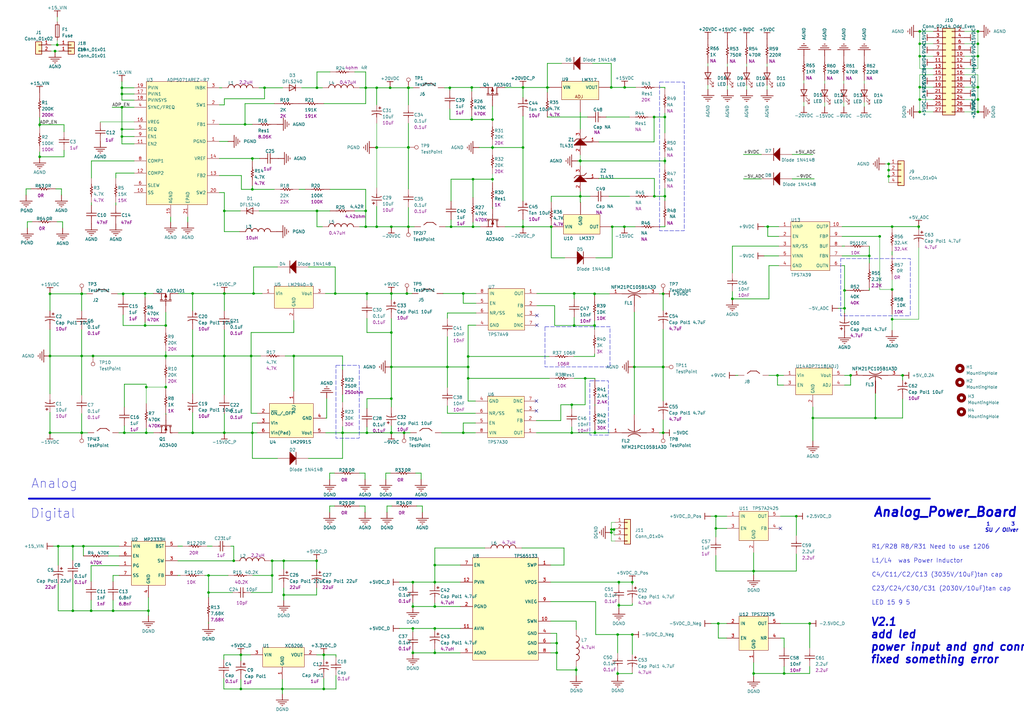
<source format=kicad_sch>
(kicad_sch (version 20230121) (generator eeschema)
  (paper "A3")
  (junction (at 150 86.5022))
  (junction (at 192 146.2022))
  (junction (at 50 36.0032))
  (junction (at 377.2154 40.8178))
  (junction (at 272.699 66.0022))
  (junction (at 356.545 104.95))
  (junction (at 364.4646 72.3138))
  (junction (at 137.5 120.3822))
  (junction (at 60 177.5022))
  (junction (at 268.376 80.5022))
  (junction (at 243.86 120.5022))
  (junction (at 228.33 263.76))
  (junction (at 120.5 146.0022))
  (junction (at 228.33 267.76))
  (junction (at 85.533 236.0126))
  (junction (at 22.5811 20.955))
  (junction (at 201.992 60.5022))
  (junction (at 193.5 49.0022))
  (junction (at 79 146.0022))
  (junction (at 29.873 250.5126))
  (junction (at 214.5 93.0022))
  (junction (at 33.513 177.5022))
  (junction (at 192 155.1822))
  (junction (at 23.873 224.0126))
  (junction (at 165.7314 177.5022))
  (junction (at 300.385 122.57))
  (junction (at 132.795 268.575))
  (junction (at 365.885 92.95))
  (junction (at 59.5 133.5022))
  (junction (at 129.873 230.0126))
  (junction (at 100.5 51.0032))
  (junction (at 318.885 153.95))
  (junction (at 214.5 60.5022))
  (junction (at 332.105 255.725))
  (junction (at 190 177.5022))
  (junction (at 178.33 257.76))
  (junction (at 377.2154 17.9578))
  (junction (at 237.998 66.0022))
  (junction (at 244 177.5022))
  (junction (at 236.33 274.76))
  (junction (at 33.5 146.0022))
  (junction (at 226.096 93.0022))
  (junction (at 33.5 120.5022))
  (junction (at 190 120.3822))
  (junction (at 250.7742 217.1781))
  (junction (at 401.0914 17.9578))
  (junction (at 183.5 150.5022))
  (junction (at 259.33 260.26))
  (junction (at 150 93.0022))
  (junction (at 271.999 120.5022))
  (junction (at 150.5 120.3822))
  (junction (at 167.5 93.0022))
  (junction (at 377.2154 12.8778))
  (junction (at 166.8975 120.3822))
  (junction (at 111.613 230.0126))
  (junction (at 293.605 211.725))
  (junction (at 348.885 153.95))
  (junction (at 98.795 282.575))
  (junction (at 201.992 49.0022))
  (junction (at 178.33 267.76))
  (junction (at 294.605 255.725))
  (junction (at 178.33 248.76))
  (junction (at 154.5 60.5022))
  (junction (at 360.812 96.95))
  (junction (at 98.795 268.575))
  (junction (at 401.0914 40.8178))
  (junction (at 250.7 35.8432))
  (junction (at 169.33 248.76))
  (junction (at 214.5 35.8832))
  (junction (at 160.5 163.5022))
  (junction (at 140.5 177.5022))
  (junction (at 240 155.1822))
  (junction (at 268.279 48.0022))
  (junction (at 364.4646 67.2338))
  (junction (at 260.16 150.5022))
  (junction (at 154.5 93.0022))
  (junction (at 193.5 35.8832))
  (junction (at 92 120.3822))
  (junction (at 326.605 211.725))
  (junction (at 79 177.5022))
  (junction (at 253.83 248.26))
  (junction (at 238 65.9668))
  (junction (at 50.5 120.5022))
  (junction (at 34.213 224.0126))
  (junction (at 150 36.0032))
  (junction (at 51.0032 177.5022))
  (junction (at 169.33 267.76))
  (junction (at 253.33 260.26))
  (junction (at 160.5 93.0022))
  (junction (at 256.2 35.8432))
  (junction (at 16.2636 51.1528))
  (junction (at 154.5 36.0032))
  (junction (at 92 146.0022))
  (junction (at 33.5 177.5022))
  (junction (at 376.805 92.95))
  (junction (at 160.5 136.3822))
  (junction (at 37.373 250.5126))
  (junction (at 253.83 238.76))
  (junction (at 272.699 48.0022))
  (junction (at 38.1453 146.0022))
  (junction (at 16.2636 64.3128))
  (junction (at 251.096 93.0022))
  (junction (at 377.2154 45.8978))
  (junction (at 401.0914 35.7378))
  (junction (at 116.373 244.0126))
  (junction (at 115.795 282.575))
  (junction (at 253.33 276.26))
  (junction (at 167.5 60.4872))
  (junction (at 130 36.0032))
  (junction (at 365.892 130.9479))
  (junction (at 79 120.3822))
  (junction (at 103 146.0022))
  (junction (at 59.5 120.3822))
  (junction (at 235.5 120.3822))
  (junction (at 256.096 93.0022))
  (junction (at 160 36.0032))
  (junction (at 50 38.5432))
  (junction (at 92 177.5022))
  (junction (at 160.5 177.5022))
  (junction (at 251.8156 217.1781))
  (junction (at 169.33 257.76))
  (junction (at 23.495 18.415))
  (junction (at 67.992 133.5022))
  (junction (at 108.5 36.0032))
  (junction (at 154.5 60.4872))
  (junction (at 271.999 150.5022))
  (junction (at 167.5 36.0032))
  (junction (at 46.373 250.5126))
  (junction (at 50 56.0032))
  (junction (at 309.105 276.225))
  (junction (at 234.5 177.5022))
  (junction (at 160.5 120.3822))
  (junction (at 92 86.5032))
  (junction (at 314.885 92.95))
  (junction (at 309.105 234.225))
  (junction (at 271.999 150.5214))
  (junction (at 185 93.0022))
  (junction (at 29.873 224.0126))
  (junction (at 272.699 80.5022))
  (junction (at 20.5 120.5022))
  (junction (at 103.5 77.6632))
  (junction (at 67.992 158.7554))
  (junction (at 238 80.5022))
  (junction (at 234.5 166.0022))
  (junction (at 401.0914 23.0378))
  (junction (at 364.4646 69.7738))
  (junction (at 67.992 146.0022))
  (junction (at 50 53.0032))
  (junction (at 85.533 243.0126))
  (junction (at 235.5 133.5022))
  (junction (at 150.5 177.5022))
  (junction (at 346.385 119.11))
  (junction (at 321.605 276.225))
  (junction (at 50 44.0032))
  (junction (at 184.5 36.0032))
  (junction (at 60 158.7554))
  (junction (at 192 150.5022))
  (junction (at 377.2154 35.7378))
  (junction (at 178.33 231.76))
  (junction (at 370.205 153.95))
  (junction (at 243.86 133.5022))
  (junction (at 111.613 236.0126))
  (junction (at 160.5 150.5022))
  (junction (at 194 93.0022))
  (junction (at 167.5 60.4189))
  (junction (at 293.605 216.725))
  (junction (at 201.992 73.5022))
  (junction (at 333.385 171.45))
  (junction (at 359.045 171.45))
  (junction (at 103.5 177.5022))
  (junction (at 401.0914 12.8778))
  (junction (at 60.873 250.5126))
  (junction (at 401.0914 45.8978))
  (junction (at 132.795 282.575))
  (junction (at 365.885 118.7358))
  (junction (at 103.5 65.0032))
  (junction (at 104 120.3822))
  (junction (at 169.33 238.76))
  (junction (at 250.7742 218.3997))
  (junction (at 194 73.5022))
  (junction (at 116.373 230.0126))
  (junction (at 20.5 146.0022))
  (junction (at 167.5219 36.0032))
  (junction (at 95.873 230.0126))
  (junction (at 271.999 177.5022))
  (junction (at 377.2154 23.0378))
  (junction (at 346.385 126.45))
  (junction (at 130 86.5032))
  (junction (at 224.5 35.8832))
  (junction (at 178.33 238.76))
  (junction (at 20.5 177.5022))
  (junction (at 33.522 120.5022))
  (junction (at 259.33 238.76))
  (no_connect (at 220.2 129.3822))
  (no_connect (at 220 164.5022))
  (no_connect (at 320.105 216.725))
  (no_connect (at 220.2 133.3822))
  (no_connect (at 220 168.5022))
  (wire (pts (xy 318.885 157.95) (xy 318.885 153.95)) (stroke (width 0.254)))
  (wire (pts (xy 196.5 60.5022) (xy 201.992 60.5022)) (stroke (width 0.254)))
  (wire (pts (xy 111.613 230.0126) (xy 116.373 230.0126)) (stroke (width 0.254)))
  (wire (pts (xy 167.5 36.0032) (xy 167.5219 36.0032)) (stroke (width 0.254)))
  (wire (pts (xy 258.119 48.0022) (xy 248.62 48.0022)) (stroke (width 0.254)))
  (wire (pts (xy 22.5811 20.955) (xy 24.13 20.955)))
  (wire (pts (xy 135.228 207.558) (xy 137.228 207.558)) (stroke (width 0.254)))
  (wire (pts (xy 343.885 126.45) (xy 346.385 126.45)) (stroke (width 0.254)))
  (wire (pts (xy 150.5 120.3822) (xy 150.5 123.0022)) (stroke (width 0.254)))
  (wire (pts (xy 137.795 282.575) (xy 137.795 277.075)) (stroke (width 0.254)))
  (wire (pts (xy 238 53.0022) (xy 238 46.0032)) (stroke (width 0.254)))
  (wire (pts (xy 364.4646 72.3138) (xy 364.4646 74.8538)))
  (wire (pts (xy 346.1004 33.0708) (xy 346.1004 34.3408)))
  (wire (pts (xy 220 177.5022) (xy 234.5 177.5022)) (stroke (width 0.254)))
  (wire (pts (xy 370.205 171.45) (xy 359.045 171.45)) (stroke (width 0.254)))
  (wire (pts (xy 126.5 188.0022) (xy 140.5 188.0022)) (stroke (width 0.254)))
  (wire (pts (xy 116.373 246.1326) (xy 116.373 244.0126)) (stroke (width 0.254)))
  (wire (pts (xy 234.5 175.1222) (xy 234.5 177.5022)) (stroke (width 0.254)))
  (wire (pts (xy 243.86 146.2022) (xy 243.86 145.2022)) (stroke (width 0.254)))
  (wire (pts (xy 291.605 211.725) (xy 293.605 211.725)) (stroke (width 0.254)))
  (wire (pts (xy 202 85.0022) (xy 202 85.4142)) (stroke (width 0.254)))
  (wire (pts (xy 192 133.3822) (xy 192 146.2022)) (stroke (width 0.254)))
  (wire (pts (xy 225.3 35.8832) (xy 225.3 35.8432)) (stroke (width 0.254)))
  (wire (pts (xy 51.0032 174.625) (xy 51.0032 177.5022)) (stroke (width 0.254)))
  (wire (pts (xy 253.33 260.26) (xy 259.33 260.26)) (stroke (width 0.254)))
  (wire (pts (xy 195 173.5022) (xy 190 173.5022)) (stroke (width 0.254)))
  (wire (pts (xy 214.5 40.0032) (xy 214.5 35.8832)) (stroke (width 0.254)))
  (wire (pts (xy 91.795 268.575) (xy 98.795 268.575)) (stroke (width 0.254)))
  (wire (pts (xy 260.16 150.5022) (xy 260.16 170.1362)) (stroke (width 0.254)))
  (wire (pts (xy 154.5 60.4872) (xy 154.5 60.5022)))
  (wire (pts (xy 268.376 73.1922) (xy 245.62 73.1922)) (stroke (width 0.254)))
  (wire (pts (xy 111.613 230.0126) (xy 111.113 230.0126)) (stroke (width 0.254)))
  (wire (pts (xy 348.885 153.95) (xy 348.885 157.95)) (stroke (width 0.254)))
  (wire (pts (xy 321.385 157.95) (xy 318.885 157.95)) (stroke (width 0.254)))
  (wire (pts (xy 377.2154 40.8178) (xy 377.2154 45.8978)))
  (wire (pts (xy 50.5 133.5022) (xy 59.5 133.5022)) (stroke (width 0.254)))
  (wire (pts (xy 321.605 261.725) (xy 320.105 261.725)) (stroke (width 0.254)))
  (wire (pts (xy 250.7742 214.2744) (xy 250.7742 217.1781)))
  (wire (pts (xy 193.5 47.6632) (xy 193.5 49.0022)) (stroke (width 0.254)))
  (wire (pts (xy 135.228 194.058) (xy 137.228 194.058)) (stroke (width 0.254)))
  (wire (pts (xy 103.5 66.0032) (xy 103.5 65.0032)) (stroke (width 0.254)))
  (wire (pts (xy 92 146.0022) (xy 92 135.1222)) (stroke (width 0.254)))
  (wire (pts (xy 244.33 260.26) (xy 253.33 260.26)) (stroke (width 0.254)))
  (wire (pts (xy 33.5 127.5022) (xy 33.5 120.5022)) (stroke (width 0.254)))
  (wire (pts (xy 365.892 130.9479) (xy 365.892 128.8958)))
  (wire (pts (xy 251.096 105.7402) (xy 251.096 93.0022)) (stroke (width 0.254)))
  (wire (pts (xy 149.728 207.558) (xy 149.728 210.058)) (stroke (width 0.254)))
  (wire (pts (xy 214.5 93.0022) (xy 214.5 90.1222)) (stroke (width 0.254)))
  (wire (pts (xy 318.885 153.95) (xy 315.385 153.95)) (stroke (width 0.254)))
  (wire (pts (xy 158.228 194.058) (xy 160.228 194.058)) (stroke (width 0.254)))
  (wire (pts (xy 178.33 239.76) (xy 178.33 238.76)) (stroke (width 0.254)))
  (wire (pts (xy 240 155.1822) (xy 244 155.1822)) (stroke (width 0.254)))
  (wire (pts (xy 169.33 267.76) (xy 178.33 267.76)) (stroke (width 0.254)))
  (wire (pts (xy 356.545 104.95) (xy 356.545 107.95)) (stroke (width 0.254)))
  (wire (pts (xy 92 120.3822) (xy 92 127.5022)) (stroke (width 0.254)))
  (wire (pts (xy 234.5 166.0022) (xy 240 166.0022)) (stroke (width 0.254)))
  (wire (pts (xy 230 172.5022) (xy 230 166.0022)) (stroke (width 0.254)))
  (wire (pts (xy 306.2224 26.0858) (xy 306.2224 27.3558)))
  (wire (pts (xy 238 80.5022) (xy 238 83.0022)) (stroke (width 0.254)))
  (wire (pts (xy 158.228 196.558) (xy 158.228 194.058)) (stroke (width 0.254)))
  (wire (pts (xy 195.2 120.3822) (xy 190 120.3822)) (stroke (width 0.254)))
  (wire (pts (xy 220 172.5022) (xy 230 172.5022)) (stroke (width 0.254)))
  (wire (pts (xy 365.885 92.95) (xy 376.805 92.95)) (stroke (width 0.254)))
  (wire (pts (xy 321.605 276.225) (xy 309.105 276.225)) (stroke (width 0.254)))
  (wire (pts (xy 140.5 146.0022) (xy 140.5 151.6822)) (stroke (width 0.254)))
  (wire (pts (xy 321.385 153.95) (xy 318.885 153.95)) (stroke (width 0.254)))
  (wire (pts (xy 91 36.0032) (xy 90 36.0032)) (stroke (width 0.254)))
  (wire (pts (xy 272.699 82.3222) (xy 272.699 80.5022)) (stroke (width 0.254)))
  (wire (pts (xy 41.148 50.0032) (xy 55 50.0032)))
  (wire (pts (xy 182.2 36.0032) (xy 184.5 36.0032)) (stroke (width 0.254)))
  (wire (pts (xy 319.385 108.95) (xy 315.385 108.95)) (stroke (width 0.254)))
  (wire (pts (xy 20.5 177.5022) (xy 33.5 177.5022)) (stroke (width 0.254)))
  (wire (pts (xy 376.805 92.95) (xy 376.805 93.99)) (stroke (width 0.254)))
  (wire (pts (xy 382.8034 45.8978) (xy 377.2154 45.8978)))
  (wire (pts (xy 140.5 175.0022) (xy 140.5 177.5022)) (stroke (width 0.254)))
  (wire (pts (xy 300.385 100.95) (xy 300.385 111.95)) (stroke (width 0.254)))
  (wire (pts (xy 50 44.0032) (xy 55 44.0032)) (stroke (width 0.254)))
  (wire (pts (xy 77 91.0032) (xy 77 89.0032)) (stroke (width 0.254)))
  (wire (pts (xy 235.5 120.3822) (xy 235.5 122.5022)) (stroke (width 0.254)))
  (wire (pts (xy 79 146.0022) (xy 79 161.5022)) (stroke (width 0.254)))
  (wire (pts (xy 259.33 238.76) (xy 259.33 239.88)) (stroke (width 0.254)))
  (wire (pts (xy 309.105 276.225) (xy 309.105 271.725)) (stroke (width 0.254)))
  (wire (pts (xy 272.699 80.5022) (xy 268.376 80.5022)) (stroke (width 0.254)))
  (wire (pts (xy 360.812 96.95) (xy 360.812 118.7358)))
  (wire (pts (xy 37.373 238.5126) (xy 37.373 232.0126)) (stroke (width 0.254)))
  (wire (pts (xy 169.33 248.76) (xy 178.33 248.76)) (stroke (width 0.254)))
  (wire (pts (xy 79 135.1222) (xy 79 146.0022)) (stroke (width 0.254)))
  (wire (pts (xy 193.5 35.8832) (xy 193.5 37.5032)) (stroke (width 0.254)))
  (wire (pts (xy 145.5 86.5022) (xy 150 86.5022)) (stroke (width 0.254)))
  (wire (pts (xy 67.992 147.1622) (xy 67.992 146.0022)) (stroke (width 0.254)))
  (wire (pts (xy 290.3474 25.9588) (xy 290.3474 27.2288)))
  (wire (pts (xy 98.795 268.575) (xy 102.795 268.575)) (stroke (width 0.254)))
  (wire (pts (xy 132.795 282.575) (xy 115.795 282.575)) (stroke (width 0.254)))
  (wire (pts (xy 167.5 50.6232) (xy 167.5 60.4189)) (stroke (width 0.254)))
  (wire (pts (xy 60 158.7554) (xy 60 165.5022)))
  (wire (pts (xy 79 120.3822) (xy 92 120.3822)) (stroke (width 0.254)))
  (wire (pts (xy 130 86.5032) (xy 130 93.0022)) (stroke (width 0.254)))
  (wire (pts (xy 201.992 49.0022) (xy 201.992 43.5032)) (stroke (width 0.254)))
  (wire (pts (xy 34.213 228.0126) (xy 34.213 224.0126)) (stroke (width 0.254)))
  (wire (pts (xy 309.105 277.225) (xy 309.105 276.225)) (stroke (width 0.254)))
  (wire (pts (xy 243.86 120.5022) (xy 250 120.5022)) (stroke (width 0.254)))
  (wire (pts (xy 41.148 50.292) (xy 41.148 50.0032)))
  (wire (pts (xy 150.5 177.5022) (xy 140.5 177.5022)) (stroke (width 0.254)))
  (wire (pts (xy 194 73.5022) (xy 201.992 73.5022)) (stroke (width 0.254)))
  (wire (pts (xy 46.373 250.5126) (xy 60.873 250.5126)) (stroke (width 0.254)))
  (wire (pts (xy 135.32 77.6632) (xy 150 77.6632)) (stroke (width 0.254)))
  (wire (pts (xy 108.5 36.0032) (xy 108.5 40.5032)) (stroke (width 0.254)))
  (wire (pts (xy 240 166.0022) (xy 240 155.1822)) (stroke (width 0.254)))
  (wire (pts (xy 154.5 93.0022) (xy 154.5 84.6222)) (stroke (width 0.254)))
  (wire (pts (xy 236.33 254.76) (xy 225.83 254.76)) (stroke (width 0.254)))
  (wire (pts (xy 23.368 90.9574) (xy 25.708 90.9574)) (stroke (width 0.254)))
  (wire (pts (xy 178.33 258.76) (xy 178.33 257.76)) (stroke (width 0.254)))
  (wire (pts (xy 50.9948 157.6832) (xy 50.9948 157.5816)) (stroke (width 0.254)))
  (wire (pts (xy 243.86 120.3822) (xy 243.86 120.5022)) (stroke (width 0.254)))
  (wire (pts (xy 235.5 133.5022) (xy 235.5 130.1222)) (stroke (width 0.254)))
  (wire (pts (xy 108.5 40.5032) (xy 92 40.5032)) (stroke (width 0.254)))
  (wire (pts (xy 225.83 259.76) (xy 228.33 259.76)) (stroke (width 0.254)))
  (wire (pts (xy 79 120.3822) (xy 79 127.5022)) (stroke (width 0.254)))
  (wire (pts (xy 228.33 267.76) (xy 228.33 274.76)) (stroke (width 0.254)))
  (wire (pts (xy 377.2154 30.6578) (xy 377.2154 35.7378)))
  (wire (pts (xy 260.16 127.8682) (xy 260.16 150.5022)) (stroke (width 0.254)))
  (wire (pts (xy 132.795 268.575) (xy 137.795 268.575)) (stroke (width 0.254)))
  (wire (pts (xy 33.522 120.5022) (xy 33.5 120.5022)) (stroke (width 0.254)))
  (wire (pts (xy 192 164.5022) (xy 195 164.5022)) (stroke (width 0.254)))
  (wire (pts (xy 251.096 93.0022) (xy 256.096 93.0022)) (stroke (width 0.254)))
  (wire (pts (xy 134 171.5022) (xy 134 163.5022)) (stroke (width 0.254)))
  (wire (pts (xy 37.373 232.0126) (xy 48.873 232.0126)) (stroke (width 0.254)))
  (wire (pts (xy 25.708 90.9574) (xy 25.708 93.4574)) (stroke (width 0.254)))
  (wire (pts (xy 401.0914 17.9578) (xy 401.0914 23.0378)))
  (wire (pts (xy 324.9338 63.3552) (xy 333.4338 63.3552)) (stroke (width 0.254)))
  (wire (pts (xy 234.5 166.0022) (xy 234.5 167.5022)) (stroke (width 0.254)))
  (wire (pts (xy 51.0032 157.6832) (xy 51.0032 167.005)) (stroke (width 0.254)))
  (wire (pts (xy 55 71.0032) (xy 47.5 71.0032)) (stroke (width 0.254)))
  (wire (pts (xy 294.605 261.725) (xy 294.605 255.725)) (stroke (width 0.254)))
  (wire (pts (xy 92 146.0022) (xy 92 162.0022)) (stroke (width 0.254)))
  (wire (pts (xy 314.6044 34.9758) (xy 314.6044 36.7538)))
  (wire (pts (xy 253.33 260.26) (xy 253.33 267.76)) (stroke (width 0.254)))
  (wire (pts (xy 154.5 36.0032) (xy 154.5 43.0032)) (stroke (width 0.254)))
  (wire (pts (xy 253.33 276.26) (xy 253.33 275.38)) (stroke (width 0.254)))
  (wire (pts (xy 115.94 36.0032) (xy 116.098 36.0032)))
  (wire (pts (xy 140.5 177.5022) (xy 133.5 177.5022)) (stroke (width 0.254)))
  (wire (pts (xy 59.9948 157.5816) (xy 59.9948 157.6324)))
  (wire (pts (xy 220.2 120.3822) (xy 235.5 120.3822)) (stroke (width 0.254)))
  (wire (pts (xy 235.36 146.2022) (xy 243.86 146.2022)) (stroke (width 0.254)))
  (wire (pts (xy 360.812 96.95) (xy 360.885 96.95)) (stroke (width 0.254)))
  (wire (pts (xy 184.5 44.6232) (xy 184.5 49.0022)) (stroke (width 0.254)))
  (wire (pts (xy 59.5 133.5022) (xy 67.992 133.5022)) (stroke (width 0.254)))
  (wire (pts (xy 268.279 48.0022) (xy 268.279 58.1922)) (stroke (width 0.254)))
  (wire (pts (xy 376.805 130.9479) (xy 365.892 130.9479)))
  (wire (pts (xy 132.795 282.575) (xy 137.795 282.575)) (stroke (width 0.254)))
  (wire (pts (xy 26.2636 61.6528) (xy 26.2636 64.3128)) (stroke (width 0.254)))
  (wire (pts (xy 55 53.0032) (xy 50 53.0032)) (stroke (width 0.254)))
  (wire (pts (xy 154.5 50.6232) (xy 154.5 60.4872)))
  (wire (pts (xy 364.4646 69.7738) (xy 364.4646 72.3138)))
  (wire (pts (xy 133.5 171.5022) (xy 134 171.5022)) (stroke (width 0.254)))
  (wire (pts (xy 365.885 118.7358) (xy 365.892 118.7358)))
  (wire (pts (xy 377.2154 30.6578) (xy 382.8034 30.6578)))
  (wire (pts (xy 160.5 120.3822) (xy 166.8975 120.3822)) (stroke (width 0.254)))
  (wire (pts (xy 150.5 167.5022) (xy 150.5 163.5022)) (stroke (width 0.254)))
  (wire (pts (xy 167.5219 36.0032) (xy 169.5 36.0032)) (stroke (width 0.254)))
  (wire (pts (xy 231.33 224.76) (xy 231.33 231.76)) (stroke (width 0.254)))
  (wire (pts (xy 92 95.0022) (xy 92 86.5032)) (stroke (width 0.254)))
  (wire (pts (xy 160.5 136.3822) (xy 160.5 150.5022)) (stroke (width 0.254)))
  (wire (pts (xy 50.9948 157.5816) (xy 59.9948 157.5816)) (stroke (width 0.254)))
  (wire (pts (xy 132.26 36.0032) (xy 130 36.0032)) (stroke (width 0.254)))
  (wire (pts (xy 93.5 58.0032) (xy 90 58.0032)) (stroke (width 0.254)))
  (wire (pts (xy 231.33 231.76) (xy 225.83 231.76)) (stroke (width 0.254)))
  (wire (pts (xy 178.33 231.76) (xy 178.33 224.76)) (stroke (width 0.254)))
  (wire (pts (xy 160.5 177.5022) (xy 160.5 174.6222)) (stroke (width 0.254)))
  (wire (pts (xy 103 136.3822) (xy 103 146.0022)) (stroke (width 0.254)))
  (wire (pts (xy 150 77.6632) (xy 150 86.5022)) (stroke (width 0.254)))
  (wire (pts (xy 60 177.5022) (xy 60 175.6622)) (stroke (width 0.254)))
  (wire (pts (xy 23.495 18.415) (xy 20.955 18.415)))
  (wire (pts (xy 365.885 114.77) (xy 365.885 118.7358)))
  (wire (pts (xy 244 165.8422) (xy 244 166.3422)) (stroke (width 0.254)))
  (wire (pts (xy 332.105 255.725) (xy 320.105 255.725)) (stroke (width 0.254)))
  (wire (pts (xy 183.5 169.5022) (xy 195 169.5022)) (stroke (width 0.254)))
  (wire (pts (xy 250.7742 221.8944) (xy 252.2474 221.8944)))
  (wire (pts (xy 100.5 42.5032) (xy 100.5 51.0032)) (stroke (width 0.254)))
  (wire (pts (xy 332.105 265.725) (xy 332.105 255.725)) (stroke (width 0.254)))
  (wire (pts (xy 51.0032 177.5022) (xy 60 177.5022)) (stroke (width 0.254)))
  (wire (pts (xy 59.5 132.1622) (xy 59.5 133.5022)) (stroke (width 0.254)))
  (wire (pts (xy 298.3484 26.0858) (xy 298.3484 27.3558)))
  (wire (pts (xy 135.34 29.5032) (xy 130 29.5032)) (stroke (width 0.254)))
  (wire (pts (xy 202 74.8422) (xy 202 73.5022)))
  (wire (pts (xy 67.992 146.0022) (xy 67.992 144.1622)) (stroke (width 0.254)))
  (wire (pts (xy 290.3474 34.8488) (xy 290.3474 36.6268)))
  (wire (pts (xy 158.728 210.058) (xy 158.728 207.558)) (stroke (width 0.254)))
  (wire (pts (xy 67.992 157.3222) (xy 67.992 158.7554)))
  (wire (pts (xy 244 177.5022) (xy 250 177.5022)) (stroke (width 0.254)))
  (wire (pts (xy 214.07 224.76) (xy 231.33 224.76)) (stroke (width 0.254)))
  (wire (pts (xy 401.0914 12.8778) (xy 401.0914 17.9578)))
  (wire (pts (xy 365.892 130.9479) (xy 365.892 135.4998)))
  (wire (pts (xy 313.385 104.95) (xy 319.385 104.95)) (stroke (width 0.254)))
  (wire (pts (xy 192 155.1822) (xy 192 164.5022)) (stroke (width 0.254)))
  (wire (pts (xy 23.873 239.5126) (xy 23.873 250.5126)) (stroke (width 0.254)))
  (wire (pts (xy 377.2154 12.8778) (xy 377.2154 17.9578)))
  (wire (pts (xy 201.992 60.5022) (xy 201.992 59.6622)) (stroke (width 0.254)))
  (wire (pts (xy 250.7742 218.3997) (xy 250.7742 221.8944)))
  (wire (pts (xy 338.2264 41.9608) (xy 338.2264 43.7388)))
  (wire (pts (xy 178.33 248.76) (xy 188.83 248.76)) (stroke (width 0.254)))
  (wire (pts (xy 333.385 171.45) (xy 359.045 171.45)) (stroke (width 0.254)))
  (wire (pts (xy 238 65.9668) (xy 237.998 65.9668)))
  (wire (pts (xy 60.873 250.5126) (xy 60.873 252.5126)) (stroke (width 0.254)))
  (wire (pts (xy 120.5 136.3822) (xy 120.5 131.3822)) (stroke (width 0.254)))
  (wire (pts (xy 169.33 247.26) (xy 169.33 248.76)) (stroke (width 0.254)))
  (wire (pts (xy 55 66.0032) (xy 37.5 66.0032)) (stroke (width 0.254)))
  (wire (pts (xy 329.7174 32.9438) (xy 329.7174 34.2138)))
  (wire (pts (xy 345.385 108.95) (xy 346.385 108.95)) (stroke (width 0.254)))
  (wire (pts (xy 324.9338 73.3552) (xy 333.9338 73.3552)) (stroke (width 0.254)))
  (wire (pts (xy 190 120.3822) (xy 181.7 120.3822)) (stroke (width 0.254)))
  (wire (pts (xy 116.373 244.0126) (xy 116.373 241.1326)) (stroke (width 0.254)))
  (wire (pts (xy 238 68.0022) (xy 238 65.9668)))
  (wire (pts (xy 370.205 153.95) (xy 369.205 153.95)) (stroke (width 0.254)))
  (wire (pts (xy 99 77.6632) (xy 103.5 77.6632)) (stroke (width 0.254)))
  (wire (pts (xy 150.5 136.3822) (xy 160.5 136.3822)) (stroke (width 0.254)))
  (wire (pts (xy 306.2224 34.9758) (xy 306.2224 36.7538)))
  (wire (pts (xy 194 93.0022) (xy 194 91.1622)) (stroke (width 0.254)))
  (wire (pts (xy 401.0914 12.8778) (xy 395.5034 12.8778)))
  (wire (pts (xy 272.699 35.8432) (xy 272.699 36.3432)) (stroke (width 0.254)))
  (wire (pts (xy 377.2154 12.8778) (xy 382.8034 12.8778)))
  (wire (pts (xy 129.873 230.0126) (xy 129.873 233.5126)) (stroke (width 0.254)))
  (wire (pts (xy 160.5 123.0022) (xy 160.5 120.3822)) (stroke (width 0.254)))
  (wire (pts (xy 85.533 236.0126) (xy 93.533 236.0126)) (stroke (width 0.254)))
  (wire (pts (xy 346.385 119.11) (xy 346.385 126.45)) (stroke (width 0.254)))
  (wire (pts (xy 74.873 224.0126) (xy 72.873 224.0126)) (stroke (width 0.254)))
  (wire (pts (xy 272.699 80.5022) (xy 272.699 77.3222)) (stroke (width 0.254)))
  (wire (pts (xy 137.795 268.575) (xy 137.795 269.455)) (stroke (width 0.254)))
  (wire (pts (xy 160.5 177.5022) (xy 165.7314 177.5022)) (stroke (width 0.254)))
  (wire (pts (xy 230 166.0022) (xy 234.5 166.0022)) (stroke (width 0.254)))
  (wire (pts (xy 270.86 35.8432) (xy 272.699 35.8432)) (stroke (width 0.254)))
  (wire (pts (xy 228.33 267.76) (xy 225.83 267.76)) (stroke (width 0.254)))
  (wire (pts (xy 70 91.0032) (xy 70 89.0032)) (stroke (width 0.254)))
  (wire (pts (xy 25.208 77.4574) (xy 25.208 79.9574)) (stroke (width 0.254)))
  (wire (pts (xy 59.5 120.3822) (xy 59.5 122.0022)) (stroke (width 0.254)))
  (wire (pts (xy 48.7 177.5022) (xy 51.0032 177.5022)) (stroke (width 0.254)))
  (wire (pts (xy 268.279 58.1922) (xy 245.62 58.1922)) (stroke (width 0.254)))
  (wire (pts (xy 150 29.5032) (xy 150 36.0032)) (stroke (width 0.254)))
  (wire (pts (xy 112.5 42.5032) (xy 100.5 42.5032)) (stroke (width 0.254)))
  (wire (pts (xy 113.8 109.5022) (xy 104 109.5022)) (stroke (width 0.254)))
  (wire (pts (xy 129.873 244.0126) (xy 116.373 244.0126)) (stroke (width 0.254)))
  (wire (pts (xy 214.5 35.8832) (xy 224.5 35.8832)) (stroke (width 0.254)))
  (wire (pts (xy 98.795 278.695) (xy 98.795 282.575)) (stroke (width 0.254)))
  (wire (pts (xy 37.5 66.0032) (xy 37.5 72.9832)) (stroke (width 0.254)))
  (wire (pts (xy 154.5 60.4872) (xy 167.5 60.4872)))
  (wire (pts (xy 236.33 277) (xy 236.33 274.76)) (stroke (width 0.254)))
  (wire (pts (xy 243.86 135.0422) (xy 243.86 133.5022)) (stroke (width 0.254)))
  (wire (pts (xy 126.5 109.5022) (xy 137.5 109.5022)) (stroke (width 0.254)))
  (wire (pts (xy 67.992 133.5022) (xy 67.992 128.0022)) (stroke (width 0.254)))
  (wire (pts (xy 125.16 77.6632) (xy 122.66 77.6632)) (stroke (width 0.254)))
  (wire (pts (xy 10.708 79.9574) (xy 10.708 77.4574)) (stroke (width 0.254)))
  (wire (pts (xy 272.699 46.5032) (xy 272.699 48.0022)) (stroke (width 0.254)))
  (wire (pts (xy 227.5 133.5022) (xy 235.5 133.5022)) (stroke (width 0.254)))
  (wire (pts (xy 29.873 224.0126) (xy 34.213 224.0126)) (stroke (width 0.254)))
  (wire (pts (xy 243.86 133.5022) (xy 243.86 131.5422)) (stroke (width 0.254)))
  (wire (pts (xy 137.5 120.3822) (xy 133.5 120.3822)) (stroke (width 0.254)))
  (wire (pts (xy 160.5 163.5022) (xy 160.5 167.0022)) (stroke (width 0.254)))
  (wire (pts (xy 298.105 261.725) (xy 294.605 261.725)) (stroke (width 0.254)))
  (wire (pts (xy 201.992 60.5022) (xy 201.992 61.1622)) (stroke (width 0.254)))
  (wire (pts (xy 271.999 135.0022) (xy 271.999 150.5022)) (stroke (width 0.254)))
  (wire (pts (xy 202 85.4142) (xy 202.048 85.4142)) (stroke (width 0.254)))
  (wire (pts (xy 98.795 271.075) (xy 98.795 268.575)) (stroke (width 0.254)))
  (wire (pts (xy 87.033 224.0126) (xy 85.033 224.0126)) (stroke (width 0.254)))
  (wire (pts (xy 251.8156 216.8906) (xy 251.8156 217.1781)))
  (wire (pts (xy 202 73.5022) (xy 201.992 73.5022)))
  (wire (pts (xy 23.495 6.985) (xy 23.495 8.89)))
  (wire (pts (xy 224.5 48.0022) (xy 241 48.0022)) (stroke (width 0.254)))
  (wire (pts (xy 29.873 229.8926) (xy 29.873 224.0126)) (stroke (width 0.254)))
  (wire (pts (xy 50 44.0032) (xy 50 53.0032)) (stroke (width 0.254)))
  (wire (pts (xy 10.708 77.4574) (xy 12.708 77.4574)) (stroke (width 0.254)))
  (wire (pts (xy 60 157.6324) (xy 60 158.7554)))
  (wire (pts (xy 178.33 266.38) (xy 178.33 267.76)) (stroke (width 0.254)))
  (wire (pts (xy 184.5 35.8832) (xy 193.5 35.8832)) (stroke (width 0.254)))
  (wire (pts (xy 238 78.5422) (xy 238 80.5022)) (stroke (width 0.254)))
  (wire (pts (xy 194 81.0022) (xy 194 73.5022)) (stroke (width 0.254)))
  (wire (pts (xy 244 177.5022) (xy 244 176.5022)) (stroke (width 0.254)))
  (wire (pts (xy 50 56.0032) (xy 50 53.0032)) (stroke (width 0.254)))
  (wire (pts (xy 103 136.3822) (xy 120.5 136.3822)) (stroke (width 0.254)))
  (wire (pts (xy 272.699 48.0022) (xy 268.279 48.0022)) (stroke (width 0.254)))
  (wire (pts (xy 103.5 65.0032) (xy 106.5 65.0032)) (stroke (width 0.254)))
  (wire (pts (xy 309.105 234.225) (xy 309.105 226.725)) (stroke (width 0.254)))
  (wire (pts (xy 79 146.0022) (xy 92 146.0022)) (stroke (width 0.254)))
  (wire (pts (xy 377.2154 17.9578) (xy 382.8034 17.9578)))
  (wire (pts (xy 103.5 77.6632) (xy 103.5 76.1632)) (stroke (width 0.254)))
  (wire (pts (xy 73.072 120.3822) (xy 79 120.3822)) (stroke (width 0.254)))
  (wire (pts (xy 359.045 171.45) (xy 359.045 161.316)) (stroke (width 0.254)))
  (wire (pts (xy 185 93.0022) (xy 194 93.0022)) (stroke (width 0.254)))
  (wire (pts (xy 401.0914 23.0378) (xy 401.0914 28.1178)))
  (wire (pts (xy 116.373 233.5126) (xy 116.373 230.0126)) (stroke (width 0.254)))
  (wire (pts (xy 67.992 158.7554) (xy 67.992 159.3422)))
  (wire (pts (xy 214.5 60.5022) (xy 214.5 82.5022)) (stroke (width 0.254)))
  (wire (pts (xy 319.385 100.95) (xy 300.385 100.95)) (stroke (width 0.254)))
  (wire (pts (xy 345.385 104.95) (xy 356.545 104.95)) (stroke (width 0.254)))
  (wire (pts (xy 85.533 236.0126) (xy 84.033 236.0126)) (stroke (width 0.254)))
  (wire (pts (xy 85.533 245.0126) (xy 85.533 243.0126)) (stroke (width 0.254)))
  (wire (pts (xy 129.873 241.1326) (xy 129.873 244.0126)) (stroke (width 0.254)))
  (wire (pts (xy 319.385 92.95) (xy 314.885 92.95)) (stroke (width 0.254)))
  (wire (pts (xy 346.385 108.95) (xy 346.385 119.11)) (stroke (width 0.254)))
  (wire (pts (xy 85.533 243.0126) (xy 85.533 236.0126)) (stroke (width 0.254)))
  (wire (pts (xy 140.5 188.0022) (xy 140.5 177.5022)) (stroke (width 0.254)))
  (wire (pts (xy 293.605 227.845) (xy 293.605 234.225)) (stroke (width 0.254)))
  (wire (pts (xy 194 93.0022) (xy 197 93.0022)) (stroke (width 0.254)))
  (wire (pts (xy 271.999 150.5214) (xy 271.999 164.5022)) (stroke (width 0.254)))
  (wire (pts (xy 300.385 122.57) (xy 300.385 119.57)) (stroke (width 0.254)))
  (wire (pts (xy 401.0914 35.7378) (xy 401.0914 30.6578)))
  (wire (pts (xy 228.33 263.76) (xy 228.33 267.76)) (stroke (width 0.254)))
  (wire (pts (xy 59.5 120.3822) (xy 62.912 120.3822)) (stroke (width 0.254)))
  (wire (pts (xy 235.5 133.5022) (xy 243.86 133.5022)) (stroke (width 0.254)))
  (wire (pts (xy 130 86.5022) (xy 135.34 86.5022)) (stroke (width 0.254)))
  (wire (pts (xy 252.2474 219.4052) (xy 252.2474 219.3544)))
  (wire (pts (xy 244 155.1822) (xy 244 155.6822)) (stroke (width 0.254)))
  (wire (pts (xy 195.2 133.3822) (xy 192 133.3822)) (stroke (width 0.254)))
  (wire (pts (xy 95.873 224.0126) (xy 94.653 224.0126)) (stroke (width 0.254)))
  (wire (pts (xy 120.5 146.0022) (xy 140.5 146.0022)) (stroke (width 0.254)))
  (wire (pts (xy 154.5 60.5022) (xy 154.5 77.0022)))
  (wire (pts (xy 326.605 227.225) (xy 326.605 234.225)) (stroke (width 0.254)))
  (wire (pts (xy 150 36.0032) (xy 147.5 36.0032)) (stroke (width 0.254)))
  (wire (pts (xy 270.32 120.5022) (xy 271.999 120.5022)) (stroke (width 0.254)))
  (wire (pts (xy 314.885 92.95) (xy 313.385 92.95)) (stroke (width 0.254)))
  (wire (pts (xy 293.605 220.225) (xy 293.605 216.725)) (stroke (width 0.254)))
  (wire (pts (xy 169.33 266.76) (xy 169.33 267.76)) (stroke (width 0.254)))
  (wire (pts (xy 356.545 104.95) (xy 356.545 100.95)) (stroke (width 0.254)))
  (wire (pts (xy 104 109.5022) (xy 104 120.3822)) (stroke (width 0.254)))
  (wire (pts (xy 178.33 231.76) (xy 188.83 231.76)) (stroke (width 0.254)))
  (wire (pts (xy 314.885 96.95) (xy 314.885 92.95)) (stroke (width 0.254)))
  (wire (pts (xy 228.33 263.76) (xy 225.83 263.76)) (stroke (width 0.254)))
  (wire (pts (xy 183.5 150.5022) (xy 192 150.5022)) (stroke (width 0.254)))
  (wire (pts (xy 228.33 259.76) (xy 228.33 263.76)) (stroke (width 0.254)))
  (wire (pts (xy 220.2 125.3822) (xy 227.5 125.3822)) (stroke (width 0.254)))
  (wire (pts (xy 104 120.3822) (xy 107.5 120.3822)) (stroke (width 0.254)))
  (wire (pts (xy 193.5 49.0022) (xy 201.992 49.0022)) (stroke (width 0.254)))
  (wire (pts (xy 395.5034 35.7378) (xy 401.0914 35.7378)))
  (wire (pts (xy 183.5 150.5022) (xy 183.5 138.1222)) (stroke (width 0.254)))
  (wire (pts (xy 26.2636 51.1528) (xy 26.2636 54.0328)) (stroke (width 0.254)))
  (wire (pts (xy 48.2 120.5022) (xy 50.5 120.5022)) (stroke (width 0.254)))
  (wire (pts (xy 160.5 120.3822) (xy 150.5 120.3822)) (stroke (width 0.254)))
  (wire (pts (xy 23.495 16.51) (xy 23.495 18.415)))
  (wire (pts (xy 231.648 105.7402) (xy 226.096 105.7402)) (stroke (width 0.254)))
  (wire (pts (xy 102.993 243.0126) (xy 111.613 243.0126)) (stroke (width 0.254)))
  (wire (pts (xy 108.5 36.0032) (xy 115.94 36.0032)) (stroke (width 0.254)))
  (wire (pts (xy 333.385 171.45) (xy 333.385 166.95)) (stroke (width 0.254)))
  (wire (pts (xy 169.33 257.76) (xy 169.33 259.14)) (stroke (width 0.254)))
  (wire (pts (xy 48.873 236.0126) (xy 46.373 236.0126)) (stroke (width 0.254)))
  (wire (pts (xy 50.5 129.1222) (xy 50.5 133.5022)) (stroke (width 0.254)))
  (wire (pts (xy 178.33 267.76) (xy 188.83 267.76)) (stroke (width 0.254)))
  (wire (pts (xy 60 177.5022) (xy 63 177.5022)) (stroke (width 0.254)))
  (wire (pts (xy 50 36.0032) (xy 50 33.4822)) (stroke (width 0.254)))
  (wire (pts (xy 154.5 36.0032) (xy 160 36.0032)) (stroke (width 0.254)))
  (wire (pts (xy 298.3484 34.9758) (xy 298.3484 36.7538)))
  (wire (pts (xy 236.33 258.26) (xy 236.33 254.76)) (stroke (width 0.254)))
  (wire (pts (xy 346.385 153.95) (xy 348.885 153.95)) (stroke (width 0.254)))
  (wire (pts (xy 253.33 276.26) (xy 259.33 276.26)) (stroke (width 0.254)))
  (wire (pts (xy 67.992 146.0022) (xy 38.1453 146.0022)) (stroke (width 0.254)))
  (wire (pts (xy 163.83 257.76) (xy 169.33 257.76)) (stroke (width 0.254)))
  (wire (pts (xy 150 36.0032) (xy 154.5 36.0032)) (stroke (width 0.254)))
  (wire (pts (xy 160.5 93.0022) (xy 154.5 93.0022)) (stroke (width 0.254)))
  (wire (pts (xy 249.716 80.5022) (xy 258.216 80.5022)) (stroke (width 0.254)))
  (wire (pts (xy 79 177.5022) (xy 73.096 177.5022)) (stroke (width 0.254)))
  (wire (pts (xy 315.385 122.57) (xy 300.385 122.57)) (stroke (width 0.254)))
  (wire (pts (xy 253.83 238.76) (xy 259.33 238.76)) (stroke (width 0.254)))
  (wire (pts (xy 190 177.5022) (xy 195 177.5022)) (stroke (width 0.254)))
  (wire (pts (xy 103.5 173.5022) (xy 103.5 177.5022)) (stroke (width 0.254)))
  (wire (pts (xy 59.9948 157.6324) (xy 60 157.6324)))
  (wire (pts (xy 149.728 194.058) (xy 149.728 196.558)) (stroke (width 0.254)))
  (wire (pts (xy 67.992 134.0022) (xy 67.992 133.5022)) (stroke (width 0.254)))
  (wire (pts (xy 92 177.5022) (xy 103.5 177.5022)) (stroke (width 0.254)))
  (wire (pts (xy 91.795 270.575) (xy 91.795 268.575)) (stroke (width 0.254)))
  (wire (pts (xy 225.34 155.1822) (xy 192 155.1822)) (stroke (width 0.254)))
  (wire (pts (xy 95.373 243.0126) (xy 85.533 243.0126)) (stroke (width 0.254)))
  (wire (pts (xy 377.2154 35.7378) (xy 382.8034 35.7378)))
  (wire (pts (xy 90 65.0032) (xy 103.5 65.0032)) (stroke (width 0.254)))
  (wire (pts (xy 44.373 228.0126) (xy 48.873 228.0126)) (stroke (width 0.254)))
  (wire (pts (xy 259.33 276.26) (xy 259.33 276)) (stroke (width 0.254)))
  (wire (pts (xy 33.5 146.0022) (xy 33.5 135.1222)) (stroke (width 0.254)))
  (wire (pts (xy 360.812 118.7358) (xy 365.885 118.7358)))
  (wire (pts (xy 178.33 238.76) (xy 178.33 231.76)) (stroke (width 0.254)))
  (wire (pts (xy 33.5 169.6222) (xy 33.5 177.5022)) (stroke (width 0.254)))
  (wire (pts (xy 346.385 126.45) (xy 346.385 128.45)) (stroke (width 0.254)))
  (wire (pts (xy 184.5 37.0032) (xy 184.5 36.0032)) (stroke (width 0.254)))
  (wire (pts (xy 50 38.5432) (xy 50 41.0832)) (stroke (width 0.254)))
  (wire (pts (xy 46.373 236.0126) (xy 46.373 238.5126)) (stroke (width 0.254)))
  (wire (pts (xy 166.8975 120.3822) (xy 169 120.3822)) (stroke (width 0.254)))
  (wire (pts (xy 236.33 274.76) (xy 236.33 273.5)) (stroke (width 0.254)))
  (wire (pts (xy 11.208 90.9574) (xy 13.208 90.9574)) (stroke (width 0.254)))
  (wire (pts (xy 183.5 128.3822) (xy 183.5 130.5022)) (stroke (width 0.254)))
  (wire (pts (xy 150 93.0022) (xy 154.5 93.0022)) (stroke (width 0.254)))
  (wire (pts (xy 167.5 93.0022) (xy 160.5 93.0022)) (stroke (width 0.254)))
  (wire (pts (xy 271.999 120.5022) (xy 271.999 127.3822)) (stroke (width 0.254)))
  (wire (pts (xy 167.5 93.0022) (xy 170 93.0022)) (stroke (width 0.254)))
  (wire (pts (xy 377.2154 17.9578) (xy 377.2154 23.0378)))
  (wire (pts (xy 132.795 270.575) (xy 132.795 268.575)) (stroke (width 0.254)))
  (wire (pts (xy 103.5 51.0032) (xy 100.5 51.0032)) (stroke (width 0.254)))
  (wire (pts (xy 173.228 207.558) (xy 173.228 210.058)) (stroke (width 0.254)))
  (wire (pts (xy 111.613 243.0126) (xy 111.613 236.0126)) (stroke (width 0.254)))
  (wire (pts (xy 395.5034 45.8978) (xy 401.0914 45.8978)))
  (wire (pts (xy 38.1453 146.0022) (xy 33.5 146.0022)) (stroke (width 0.254)))
  (wire (pts (xy 98.795 282.575) (xy 115.795 282.575)) (stroke (width 0.254)))
  (wire (pts (xy 132.82 42.5032) (xy 150 42.5032)) (stroke (width 0.254)))
  (wire (pts (xy 272.699 66.0022) (xy 272.699 64.6622)) (stroke (width 0.254)))
  (wire (pts (xy 29.873 250.5126) (xy 37.373 250.5126)) (stroke (width 0.254)))
  (wire (pts (xy 201.992 60.5022) (xy 214.5 60.5022)) (stroke (width 0.254)))
  (wire (pts (xy 224.5 35.8832) (xy 225.3 35.8832)) (stroke (width 0.254)))
  (wire (pts (xy 259.33 248.26) (xy 259.33 247.5)) (stroke (width 0.254)))
  (wire (pts (xy 103.5 77.6632) (xy 112.5 77.6632)) (stroke (width 0.254)))
  (wire (pts (xy 193.5 35.8832) (xy 196.912 35.8832)) (stroke (width 0.254)))
  (wire (pts (xy 259.33 260.26) (xy 259.33 268.38)) (stroke (width 0.254)))
  (wire (pts (xy 90 72.0032) (xy 99 72.0032)) (stroke (width 0.254)))
  (wire (pts (xy 227.5 125.3822) (xy 227.5 133.5022)) (stroke (width 0.254)))
  (wire (pts (xy 370.205 155.95) (xy 370.205 153.95)) (stroke (width 0.254)))
  (wire (pts (xy 293.605 211.725) (xy 293.605 216.725)) (stroke (width 0.254)))
  (wire (pts (xy 253.33 276.88) (xy 253.33 276.26)) (stroke (width 0.254)))
  (wire (pts (xy 256.096 93.0022) (xy 260.596 93.0022)) (stroke (width 0.254)))
  (wire (pts (xy 356.545 118.11) (xy 356.545 119.11)) (stroke (width 0.254)))
  (wire (pts (xy 37.5 84.1432) (xy 37.5 83.1432)) (stroke (width 0.254)))
  (wire (pts (xy 252.1204 216.8906) (xy 251.8156 216.8906)))
  (wire (pts (xy 195.2 128.3822) (xy 183.5 128.3822)) (stroke (width 0.254)))
  (wire (pts (xy 253.83 247.38) (xy 253.83 248.26)) (stroke (width 0.254)))
  (wire (pts (xy 252.2474 214.2744) (xy 250.7742 214.2744)))
  (wire (pts (xy 207.096 93.0022) (xy 214.5 93.0022)) (stroke (width 0.254)))
  (wire (pts (xy 145.5 29.5032) (xy 150 29.5032)) (stroke (width 0.254)))
  (wire (pts (xy 260.7 35.8432) (xy 256.2 35.8432)) (stroke (width 0.254)))
  (wire (pts (xy 401.0914 17.9578) (xy 395.5034 17.9578)))
  (wire (pts (xy 185 90.1222) (xy 185 93.0022)) (stroke (width 0.254)))
  (wire (pts (xy 401.0914 45.8978) (xy 401.0914 40.8178)))
  (wire (pts (xy 135.228 210.058) (xy 135.228 207.558)) (stroke (width 0.254)))
  (wire (pts (xy 395.5034 40.8178) (xy 401.0914 40.8178)))
  (wire (pts (xy 117 146.0022) (xy 120.5 146.0022)) (stroke (width 0.254)))
  (wire (pts (xy 150.5 130.6222) (xy 150.5 136.3822)) (stroke (width 0.254)))
  (wire (pts (xy 137.5 109.5022) (xy 137.5 120.3822)) (stroke (width 0.254)))
  (wire (pts (xy 160.5 150.5022) (xy 183.5 150.5022)) (stroke (width 0.254)))
  (wire (pts (xy 34.213 224.0126) (xy 48.873 224.0126)) (stroke (width 0.254)))
  (wire (pts (xy 140.5 161.8422) (xy 140.5 164.8422)) (stroke (width 0.254)))
  (wire (pts (xy 293.605 211.725) (xy 298.105 211.725)) (stroke (width 0.254)))
  (wire (pts (xy 333.385 180.77) (xy 333.385 171.45)) (stroke (width 0.254)))
  (wire (pts (xy 345.385 92.95) (xy 365.885 92.95)) (stroke (width 0.254)))
  (wire (pts (xy 33.5 146.0022) (xy 33.5 162.0022)) (stroke (width 0.254)))
  (wire (pts (xy 79 146.0022) (xy 67.992 146.0022)) (stroke (width 0.254)))
  (wire (pts (xy 172.728 194.058) (xy 172.728 196.558)) (stroke (width 0.254)))
  (wire (pts (xy 226.096 82.8422) (xy 226.096 80.5022)) (stroke (width 0.254)))
  (wire (pts (xy 242.096 80.5022) (xy 238 80.5022)) (stroke (width 0.254)))
  (wire (pts (xy 132.795 278.195) (xy 132.795 282.575)) (stroke (width 0.254)))
  (wire (pts (xy 26.2636 64.3128) (xy 16.2636 64.3128)) (stroke (width 0.254)))
  (wire (pts (xy 68 169.9142) (xy 68.048 169.9142)) (stroke (width 0.254)))
  (wire (pts (xy 50 41.0832) (xy 55 41.0832)) (stroke (width 0.254)))
  (wire (pts (xy 293.605 216.725) (xy 298.105 216.725)) (stroke (width 0.254)))
  (wire (pts (xy 103 169.5022) (xy 103 146.0022)) (stroke (width 0.254)))
  (wire (pts (xy 50 36.0032) (xy 55 36.0032)) (stroke (width 0.254)))
  (wire (pts (xy 50.9948 157.6832) (xy 51.0032 157.6832)) (stroke (width 0.254)))
  (wire (pts (xy 326.605 211.725) (xy 320.105 211.725)) (stroke (width 0.254)))
  (wire (pts (xy 106.84 146.0022) (xy 103 146.0022)) (stroke (width 0.254)))
  (wire (pts (xy 312.2338 73.3552) (xy 304.9338 73.3552)) (stroke (width 0.254)))
  (wire (pts (xy 105.5 173.5022) (xy 103.5 173.5022)) (stroke (width 0.254)))
  (wire (pts (xy 190 173.5022) (xy 190 177.5022)) (stroke (width 0.254)))
  (wire (pts (xy 55 56.0032) (xy 50 56.0032)) (stroke (width 0.254)))
  (wire (pts (xy 170.388 194.058) (xy 172.728 194.058)) (stroke (width 0.254)))
  (wire (pts (xy 293.605 234.225) (xy 309.105 234.225)) (stroke (width 0.254)))
  (wire (pts (xy 329.7174 41.8338) (xy 329.7174 43.6118)))
  (wire (pts (xy 50 59.0032) (xy 55 59.0032)) (stroke (width 0.254)))
  (wire (pts (xy 169.33 238.76) (xy 163.83 238.76)) (stroke (width 0.254)))
  (wire (pts (xy 169.33 239.64) (xy 169.33 238.76)) (stroke (width 0.254)))
  (wire (pts (xy 20.5 146.0022) (xy 20.5 135.1222)) (stroke (width 0.254)))
  (wire (pts (xy 11.208 93.4574) (xy 11.208 90.9574)) (stroke (width 0.254)))
  (wire (pts (xy 47.5 84.1622) (xy 47.5 83.1622)) (stroke (width 0.254)))
  (wire (pts (xy 272.699 66.0022) (xy 272.699 67.1622)) (stroke (width 0.254)))
  (wire (pts (xy 225.2 146.2022) (xy 192 146.2022)) (stroke (width 0.254)))
  (wire (pts (xy 67.992 158.7554) (xy 60 158.7554)))
  (wire (pts (xy 271.999 172.1222) (xy 271.999 177.5022)) (stroke (width 0.254)))
  (wire (pts (xy 21.873 224.0126) (xy 23.873 224.0126)) (stroke (width 0.254)))
  (wire (pts (xy 365.885 104.61) (xy 365.885 103.11)) (stroke (width 0.254)))
  (wire (pts (xy 160.5 136.3822) (xy 160.5 130.6222)) (stroke (width 0.254)))
  (wire (pts (xy 251.8156 217.1781) (xy 250.7742 217.1781)))
  (wire (pts (xy 321.605 265.725) (xy 321.605 261.725)) (stroke (width 0.254)))
  (wire (pts (xy 225.83 238.76) (xy 253.83 238.76)) (stroke (width 0.254)))
  (wire (pts (xy 20.5 169.1222) (xy 20.5 177.5022)) (stroke (width 0.254)))
  (wire (pts (xy 50.5 120.5022) (xy 50.5 120.3822)) (stroke (width 0.254)))
  (wire (pts (xy 33.5 177.5022) (xy 33.513 177.5022)) (stroke (width 0.254)))
  (wire (pts (xy 178.33 257.76) (xy 169.33 257.76)) (stroke (width 0.254)))
  (wire (pts (xy 314.6044 26.0858) (xy 314.6044 27.3558)))
  (wire (pts (xy 50.5 121.5022) (xy 50.5 120.5022)) (stroke (width 0.254)))
  (wire (pts (xy 250.7 35.8432) (xy 256.2 35.8432)) (stroke (width 0.254)))
  (wire (pts (xy 23.873 224.0126) (xy 23.873 231.8926)) (stroke (width 0.254)))
  (wire (pts (xy 253.83 248.26) (xy 253.83 249.38)) (stroke (width 0.254)))
  (wire (pts (xy 23.873 250.5126) (xy 29.873 250.5126)) (stroke (width 0.254)))
  (wire (pts (xy 230.3 26.0032) (xy 224.5 26.0032)) (stroke (width 0.254)))
  (wire (pts (xy 181 177.5022) (xy 190 177.5022)) (stroke (width 0.254)))
  (wire (pts (xy 252.1204 216.8144) (xy 252.1204 216.8906)))
  (wire (pts (xy 401.0914 30.6578) (xy 395.5034 30.6578)))
  (wire (pts (xy 315.385 108.95) (xy 315.385 122.57)) (stroke (width 0.254)))
  (wire (pts (xy 150 86.5022) (xy 150 93.0022)) (stroke (width 0.254)))
  (wire (pts (xy 167.5 60.4872) (xy 167.5 77.5022)) (stroke (width 0.254)))
  (wire (pts (xy 224.5 48.0432) (xy 224.5 48.0022)) (stroke (width 0.254)))
  (wire (pts (xy 345.385 96.95) (xy 360.812 96.95)) (stroke (width 0.254)))
  (wire (pts (xy 192 146.2022) (xy 192 150.5022)) (stroke (width 0.254)))
  (wire (pts (xy 178.33 257.76) (xy 188.83 257.76)) (stroke (width 0.254)))
  (wire (pts (xy 377.2154 35.7378) (xy 377.2154 40.8178)))
  (wire (pts (xy 92 43.0032) (xy 90 43.0032)) (stroke (width 0.254)))
  (wire (pts (xy 252.2474 216.8144) (xy 252.1204 216.8144)))
  (wire (pts (xy 20.955 20.955) (xy 22.5811 20.955)))
  (wire (pts (xy 23.873 224.0126) (xy 29.873 224.0126)) (stroke (width 0.254)))
  (wire (pts (xy 301.685 153.95) (xy 302.685 153.95)) (stroke (width 0.254)))
  (wire (pts (xy 226.096 93.0022) (xy 214.5 93.0022)) (stroke (width 0.254)))
  (wire (pts (xy 132.795 268.575) (xy 129.795 268.575)) (stroke (width 0.254)))
  (wire (pts (xy 91.795 282.575) (xy 98.795 282.575)) (stroke (width 0.254)))
  (wire (pts (xy 201.992 49.5022) (xy 201.992 49.0022)) (stroke (width 0.254)))
  (wire (pts (xy 401.0914 23.0378) (xy 395.5034 23.0378)))
  (wire (pts (xy 20.5 161.5022) (xy 20.5 146.0022)) (stroke (width 0.254)))
  (wire (pts (xy 16.2636 52.1528) (xy 16.2636 51.1528)) (stroke (width 0.254)))
  (wire (pts (xy 237.998 66.0022) (xy 237 66.0022)))
  (wire (pts (xy 363.0422 67.2338) (xy 364.4646 67.2338)))
  (wire (pts (xy 150.5 120.3822) (xy 137.5 120.3822)) (stroke (width 0.254)))
  (wire (pts (xy 294.605 255.725) (xy 291.605 255.725)) (stroke (width 0.254)))
  (wire (pts (xy 160.5 150.5022) (xy 160.5 163.5022)) (stroke (width 0.254)))
  (wire (pts (xy 167.5 43.0032) (xy 167.5 36.0032)) (stroke (width 0.254)))
  (wire (pts (xy 92 86.5032) (xy 92 79.0032)) (stroke (width 0.254)))
  (wire (pts (xy 150 93.0022) (xy 147.5 93.0022)) (stroke (width 0.254)))
  (wire (pts (xy 33.5 120.5022) (xy 20.5 120.5022)) (stroke (width 0.254)))
  (wire (pts (xy 253.83 248.26) (xy 259.33 248.26)) (stroke (width 0.254)))
  (wire (pts (xy 237 66.0022) (xy 237.998 66.0022)) (stroke (width 0.254)))
  (wire (pts (xy 46.373 246.1326) (xy 46.373 250.5126)) (stroke (width 0.254)))
  (wire (pts (xy 226.096 80.5022) (xy 238 80.5022)) (stroke (width 0.254)))
  (wire (pts (xy 22.868 77.4574) (xy 25.208 77.4574)) (stroke (width 0.254)))
  (wire (pts (xy 226.096 105.7402) (xy 226.096 93.0022)) (stroke (width 0.254)))
  (wire (pts (xy 243 26.0032) (xy 250.7 26.0032)) (stroke (width 0.254)))
  (wire (pts (xy 92 79.0032) (xy 90 79.0032)) (stroke (width 0.254)))
  (wire (pts (xy 401.0914 40.8178) (xy 401.0914 35.7378)))
  (wire (pts (xy 98.26 95.0022) (xy 92 95.0022)) (stroke (width 0.254)))
  (wire (pts (xy 115.795 282.575) (xy 115.795 278.575)) (stroke (width 0.254)))
  (wire (pts (xy 106.278 86.5032) (xy 130 86.5032)) (stroke (width 0.254)))
  (wire (pts (xy 225.83 246.76) (xy 244.33 246.76)) (stroke (width 0.254)))
  (wire (pts (xy 178.33 238.76) (xy 188.83 238.76)) (stroke (width 0.254)))
  (wire (pts (xy 228.33 274.76) (xy 236.33 274.76)) (stroke (width 0.254)))
  (wire (pts (xy 150.5 175.1222) (xy 150.5 177.5022)) (stroke (width 0.254)))
  (wire (pts (xy 237.998 66.0022) (xy 272.699 66.0022)) (stroke (width 0.254)))
  (wire (pts (xy 130 86.5032) (xy 130 86.5022)) (stroke (width 0.254)))
  (wire (pts (xy 100.5 51.0032) (xy 90 51.0032)) (stroke (width 0.254)))
  (wire (pts (xy 135.228 196.558) (xy 135.228 194.058)) (stroke (width 0.254)))
  (wire (pts (xy 165.7314 177.5022) (xy 168.3 177.5022)) (stroke (width 0.254)))
  (wire (pts (xy 272.699 48.0022) (xy 272.699 54.5022)) (stroke (width 0.254)))
  (wire (pts (xy 105.5 169.5022) (xy 103 169.5022)) (stroke (width 0.254)))
  (wire (pts (xy 92 169.6222) (xy 92 177.5022)) (stroke (width 0.254)))
  (wire (pts (xy 183.5 166.5022) (xy 183.5 169.5022)) (stroke (width 0.254)))
  (wire (pts (xy 183.5 158.8822) (xy 183.5 150.5022)) (stroke (width 0.254)))
  (wire (pts (xy 251.8156 217.1781) (xy 251.8156 219.4052)))
  (wire (pts (xy 346.385 100.95) (xy 345.385 100.95)) (stroke (width 0.254)))
  (wire (pts (xy 79 169.1222) (xy 79 177.5022)) (stroke (width 0.254)))
  (wire (pts (xy 85.533 255.6726) (xy 85.533 255.1726)) (stroke (width 0.254)))
  (wire (pts (xy 178.33 247.38) (xy 178.33 248.76)) (stroke (width 0.254)))
  (wire (pts (xy 214.5 60.5022) (xy 214.5 47.6232)) (stroke (width 0.254)))
  (wire (pts (xy 115.795 284.575) (xy 115.795 282.575)) (stroke (width 0.254)))
  (wire (pts (xy 147.388 207.558) (xy 149.728 207.558)) (stroke (width 0.254)))
  (polyline (pts (xy 11.873 204.5126) (xy 381.372 204.5126)) (stroke (width 0.762) (type solid)))
  (wire (pts (xy 120.5 146.0022) (xy 120.5 160.5022)) (stroke (width 0.254)))
  (wire (pts (xy 338.2264 33.0708) (xy 338.2264 34.3408)))
  (wire (pts (xy 111.613 236.0126) (xy 111.613 230.0126)) (stroke (width 0.254)))
  (wire (pts (xy 243.86 121.3822) (xy 243.86 120.5022)) (stroke (width 0.254)))
  (wire (pts (xy 147.388 194.058) (xy 149.728 194.058)) (stroke (width 0.254)))
  (wire (pts (xy 182.7 93.0022) (xy 185 93.0022)) (stroke (width 0.254)))
  (wire (pts (xy 33.5 146.0022) (xy 20.5 146.0022)) (stroke (width 0.254)))
  (wire (pts (xy 235.5 155.1822) (xy 240 155.1822)) (stroke (width 0.254)))
  (wire (pts (xy 33.513 177.5022) (xy 36 177.5022)) (stroke (width 0.254)))
  (wire (pts (xy 377.2154 40.8178) (xy 382.8034 40.8178)))
  (wire (pts (xy 95.873 230.0126) (xy 95.873 224.0126)) (stroke (width 0.254)))
  (wire (pts (xy 332.105 276.225) (xy 332.105 273.345)) (stroke (width 0.254)))
  (wire (pts (xy 346.1004 41.9608) (xy 346.1004 43.7388)))
  (wire (pts (xy 377.2154 28.1178) (xy 382.8034 28.1178)))
  (wire (pts (xy 60.873 250.5126) (xy 60.873 245.0126)) (stroke (width 0.254)))
  (wire (pts (xy 201.992 71.3222) (xy 201.992 73.5022)))
  (wire (pts (xy 237.998 65.9668) (xy 237.998 66.0022)))
  (wire (pts (xy 167.5 85.1222) (xy 167.5 93.0022)) (stroke (width 0.254)))
  (wire (pts (xy 354.4824 41.9608) (xy 354.4824 43.7388)))
  (wire (pts (xy 50.5 120.3822) (xy 59.5 120.3822)) (stroke (width 0.254)))
  (wire (pts (xy 92 146.0022) (xy 103 146.0022)) (stroke (width 0.254)))
  (wire (pts (xy 312.2338 63.3552) (xy 304.9338 63.3552)) (stroke (width 0.254)))
  (wire (pts (xy 364.4646 67.2338) (xy 364.4646 69.7738)))
  (wire (pts (xy 185 82.5022) (xy 185 73.5022)) (stroke (width 0.254)))
  (wire (pts (xy 250.7742 217.1781) (xy 250.7742 218.3997)))
  (wire (pts (xy 37.373 246.1326) (xy 37.373 250.5126)) (stroke (width 0.254)))
  (wire (pts (xy 244.348 105.7402) (xy 251.096 105.7402)) (stroke (width 0.254)))
  (wire (pts (xy 195.2 124.3822) (xy 190 124.3822)) (stroke (width 0.254)))
  (wire (pts (xy 377.2154 23.0378) (xy 382.8034 23.0378)))
  (wire (pts (xy 238 63.5422) (xy 238 65.9668)))
  (wire (pts (xy 92 120.3822) (xy 104 120.3822)) (stroke (width 0.254)))
  (wire (pts (xy 55 38.5432) (xy 50 38.5432)) (stroke (width 0.254)))
  (wire (pts (xy 252.2474 219.4052) (xy 251.8156 219.4052)))
  (wire (pts (xy 150.5 177.5022) (xy 160.5 177.5022)) (stroke (width 0.254)))
  (wire (pts (xy 35.5 120.5022) (xy 33.522 120.5022)) (stroke (width 0.254)))
  (wire (pts (xy 207.072 35.8832) (xy 214.5 35.8832)) (stroke (width 0.254)))
  (wire (pts (xy 321.605 276.225) (xy 332.105 276.225)) (stroke (width 0.254)))
  (wire (pts (xy 160 36.0032) (xy 167.5 36.0032)) (stroke (width 0.254)))
  (wire (pts (xy 326.605 234.225) (xy 309.105 234.225)) (stroke (width 0.254)))
  (wire (pts (xy 184.5 49.0022) (xy 193.5 49.0022)) (stroke (width 0.254)))
  (wire (pts (xy 270.756 93.0022) (xy 272.699 93.0022)) (stroke (width 0.254)))
  (wire (pts (xy 224.5 35.8832) (xy 224.5 37.8832)) (stroke (width 0.254)))
  (wire (pts (xy 370.205 163.57) (xy 370.205 171.45)) (stroke (width 0.254)))
  (wire (pts (xy 170.888 207.558) (xy 173.228 207.558)) (stroke (width 0.254)))
  (wire (pts (xy 16.2636 64.3128) (xy 16.2636 62.3128)) (stroke (width 0.254)))
  (wire (pts (xy 192 150.5022) (xy 192 155.1822)) (stroke (width 0.254)))
  (wire (pts (xy 250.7 26.0032) (xy 250.7 35.8432)) (stroke (width 0.254)))
  (wire (pts (xy 185 73.5022) (xy 194 73.5022)) (stroke (width 0.254)))
  (wire (pts (xy 224.5 26.0032) (xy 224.5 35.8832)) (stroke (width 0.254)))
  (wire (pts (xy 99 72.0032) (xy 99 77.6632)) (stroke (width 0.254)))
  (wire (pts (xy 401.0914 28.1178) (xy 395.5034 28.1178)))
  (wire (pts (xy 190 124.3822) (xy 190 120.3822)) (stroke (width 0.254)))
  (wire (pts (xy 72.873 230.0126) (xy 95.873 230.0126)) (stroke (width 0.254)))
  (wire (pts (xy 260.16 150.5022) (xy 271.999 150.5022)) (stroke (width 0.254)))
  (wire (pts (xy 294.605 255.725) (xy 298.105 255.725)) (stroke (width 0.254)))
  (wire (pts (xy 178.33 238.76) (xy 169.33 238.76)) (stroke (width 0.254)))
  (wire (pts (xy 376.805 101.61) (xy 376.805 130.9479)))
  (wire (pts (xy 67.992 159.3422) (xy 68 159.3422)))
  (wire (pts (xy 360.812 96.95) (xy 360.885 96.95)))
  (wire (pts (xy 91.795 278.195) (xy 91.795 282.575)) (stroke (width 0.254)))
  (wire (pts (xy 103.5 177.5022) (xy 105.5 177.5022)) (stroke (width 0.254)))
  (wire (pts (xy 235.5 120.3822) (xy 243.86 120.3822)) (stroke (width 0.254)))
  (wire (pts (xy 321.605 273.345) (xy 321.605 276.225)) (stroke (width 0.254)))
  (wire (pts (xy 73.873 236.0126) (xy 72.873 236.0126)) (stroke (width 0.254)))
  (wire (pts (xy 29.873 237.5126) (xy 29.873 250.5126)) (stroke (width 0.254)))
  (wire (pts (xy 50 56.0032) (xy 50 59.0032)) (stroke (width 0.254)))
  (wire (pts (xy 98.5 86.5032) (xy 92 86.5032)) (stroke (width 0.254)))
  (wire (pts (xy 377.2154 23.0378) (xy 377.2154 28.1178)))
  (wire (pts (xy 184.5 36.0032) (xy 184.5 35.8832)) (stroke (width 0.254)))
  (wire (pts (xy 158.728 207.558) (xy 160.728 207.558)) (stroke (width 0.254)))
  (wire (pts (xy 16.2636 51.1528) (xy 16.2636 48.1528)) (stroke (width 0.254)))
  (wire (pts (xy 113.8 188.0022) (xy 103.5 188.0022)) (stroke (width 0.254)))
  (wire (pts (xy 47.5 71.0032) (xy 47.5 73.0022)) (stroke (width 0.254)))
  (wire (pts (xy 271.999 177.5022) (xy 270.32 177.5022)) (stroke (width 0.254)))
  (wire (pts (xy 244.33 246.76) (xy 244.33 260.26)) (stroke (width 0.254)))
  (wire (pts (xy 178.33 224.76) (xy 198.83 224.76)) (stroke (width 0.254)))
  (wire (pts (xy 150 42.5032) (xy 150 36.0032)) (stroke (width 0.254)))
  (wire (pts (xy 326.605 219.605) (xy 326.605 211.725)) (stroke (width 0.254)))
  (wire (pts (xy 46 44.0032) (xy 50 44.0032)) (stroke (width 0.254)))
  (wire (pts (xy 16.2636 51.1528) (xy 26.2636 51.1528)) (stroke (width 0.254)))
  (wire (pts (xy 92 177.5022) (xy 79 177.5022)) (stroke (width 0.254)))
  (wire (pts (xy 354.4824 33.0708) (xy 354.4824 34.3408)))
  (wire (pts (xy 268.376 80.5022) (xy 268.376 73.1922)) (stroke (width 0.254)))
  (wire (pts (xy 103.5 188.0022) (xy 103.5 177.5022)) (stroke (width 0.254)))
  (wire (pts (xy 37.373 250.5126) (xy 46.373 250.5126)) (stroke (width 0.254)))
  (wire (pts (xy 68 169.5022) (xy 68 169.9142)) (stroke (width 0.254)))
  (wire (pts (xy 116.373 230.0126) (xy 129.873 230.0126)) (stroke (width 0.254)))
  (wire (pts (xy 130 93.0022) (xy 132.26 93.0022)) (stroke (width 0.254)))
  (wire (pts (xy 92 40.5032) (xy 92 43.0032)) (stroke (width 0.254)))
  (wire (pts (xy 23.495 18.415) (xy 24.13 18.415)))
  (wire (pts (xy 130 29.5032) (xy 130 36.0032)) (stroke (width 0.254)))
  (wire (pts (xy 348.885 157.95) (xy 346.385 157.95)) (stroke (width 0.254)))
  (wire (pts (xy 272.699 93.0022) (xy 272.699 92.4822)) (stroke (width 0.254)))
  (wire (pts (xy 319.385 96.95) (xy 314.885 96.95)) (stroke (width 0.254)))
  (wire (pts (xy 106.24 36.0032) (xy 108.5 36.0032)) (stroke (width 0.254)))
  (wire (pts (xy 167.5 60.4189) (xy 167.5 60.4872)) (stroke (width 0.254)))
  (wire (pts (xy 238 83.0022) (xy 238.096 83.0022)) (stroke (width 0.254)))
  (wire (pts (xy 50 38.5432) (xy 50 36.0032)) (stroke (width 0.254)))
  (wire (pts (xy 234.5 177.5022) (xy 244 177.5022)) (stroke (width 0.254)))
  (wire (pts (xy 130 36.0032) (xy 123.718 36.0032)) (stroke (width 0.254)))
  (wire (pts (xy 253.83 238.76) (xy 253.83 239.76)) (stroke (width 0.254)))
  (wire (pts (xy 309.105 235.725) (xy 309.105 234.225)) (stroke (width 0.254)))
  (wire (pts (xy 154.5 60.5022) (xy 154 60.5022)))
  (wire (pts (xy 271.999 150.5022) (xy 271.999 150.5214)) (stroke (width 0.254)))
  (wire (pts (xy 150.5 163.5022) (xy 160.5 163.5022)) (stroke (width 0.254)))
  (wire (pts (xy 98.5 86.5032) (xy 98.658 86.5032)))
  (wire (pts (xy 111.613 236.0126) (xy 103.693 236.0126)) (stroke (width 0.254)))
  (wire (pts (xy 20.5 120.5022) (xy 20.5 127.5022)) (stroke (width 0.254)))
  (rectangle (start 344.805 106.045) (end 373.38 129.54) (stroke (width 0) (type dash)))
  (rectangle (start 270.51 33.655) (end 280.67 94.615) (stroke (width 0) (type dash)))
  (rectangle (start 137.795 149.86) (end 147.32 179.705) (stroke (width 0) (type dash)))
  (rectangle (start 241.935 156.21) (end 249.555 178.435) (stroke (width 0) (type dash)))
  (rectangle (start 223.52 133.985) (end 250.19 150.495) (stroke (width 0) (type dash)))
  (text "SU / Oliver" (at 403.86 218.44 0) (effects (font (size 1.524 1.524) bold italic) (justify left bottom)))
  (text "V2.1\nadd led \npower input and gnd conn\nfixed something error" (at 356.87 272.415 0) (effects (font (size 3.175 3.175) bold italic) (justify left bottom)))
  (text "Digital" (at 12.407 212.9476 0) (effects (font (size 3.81 3.81)) (justify left bottom)))
  (text "Analog_Power_Board" (at 358.043 212.4098 0) (effects (font (size 3.81 3.81) bold italic) (justify left bottom)))
  (text "3" (at 414.655 215.9 0) (effects (font (size 1.397 1.397) bold) (justify left bottom)))
  (text "R1/R28 R8/R31 Need to use 1206\n\nL1/L4  was Power Inductor\n\nC4/C11/C2/C13 (3035V/10uF)tan cap\n\nC23/C24/C30/C31 (2030V/10uF)tan cap\n\nLED 15 9 5\n" (at 357.505 248.285 0) (effects (font (size 1.778 1.778)) (justify left bottom)))
  (text "1" (at 404.495 215.9 0) (effects (font (size 1.397 1.397) bold) (justify left bottom)))
  (text "Analog" (at 12.7 200.66 0) (effects (font (size 3.81 3.81)) (justify left bottom)))
  (label "+9VDC" (at 304.9338 63.3552 0))
  (label "-5V_ADC" (at 304.9338 73.3552 0))
  (label "ADP_EN" (at 16.2636 51.1528 0))
  (label "-9VDC" (at 326.4338 73.3552 0))
  (label "ADP_EN" (at 46 44.0032 0))
  (label "+5V_ADC" (at 325.9338 63.3552 0))
  (symbol (lib_id "OPA_POWER-altium-import:1_Cap") (at 89.46 167.0822 0) (unit 1)
    (property "Reference" "C22" (at 94.286 166.8282 0) (effects (justify left bottom)))
    (property "Value" "0.1uF" (at 94.286 169.3682 0) (effects (justify left bottom)))
    (property "Footprint" "Capacitor_SMD:C_0603_1608Metric" (effects hide))
    (property "PUBLISHED" "8-Jun-2000" (effects hide))
    (property "LATESTREVISIONDATE" "17-Jul-2002" (effects hide))
    (property "LATESTREVISIONNOTE" "Re-released for DXP Platform." (effects hide))
    (property "PACKAGEREFERENCE" "RAD-0.3" (effects hide))
    (property "PUBLISHER" "Altium Limited" (effects hide))
    (property "PACKAGEDESCRIPTION" "Radial Cap, Thru-Hole; 2 Leads; 0.3 in Pin Spacing" (effects hide))
    (property "ALTIUM_VALUE" "0.1uF" (at 94.286 171.9082 0) (effects (justify left bottom)))
  )
  (symbol (lib_id "Connector_Generic:Conn_01x01") (at 29.21 20.955 0) (unit 1)
    (property "Reference" "J19" (at 31.75 20.32 0) (effects (justify left)))
    (property "Value" "Conn_01x01" (at 31.75 22.86 0) (effects (justify left)))
    (property "Footprint" "TestPoint:TestPoint_Pad_4.0x4.0mm" (effects hide))
  )
  (symbol (lib_id "OPA_POWER-altium-import:1_Cap") (at 232.96 127.5822 0) (unit 1)
    (property "Reference" "C47" (at 237.786 127.3282 0) (effects (justify left bottom)))
    (property "Value" "10nF" (at 237.786 129.8682 0) (effects (justify left bottom)))
    (property "Footprint" "Capacitor_SMD:C_0603_1608Metric" (effects hide))
    (property "PUBLISHED" "8-Jun-2000" (effects hide))
    (property "LATESTREVISIONDATE" "17-Jul-2002" (effects hide))
    (property "LATESTREVISIONNOTE" "Re-released for DXP Platform." (effects hide))
    (property "PACKAGEREFERENCE" "RAD-0.3" (effects hide))
    (property "PUBLISHER" "Altium Limited" (effects hide))
    (property "PACKAGEDESCRIPTION" "Radial Cap, Thru-Hole; 2 Leads; 0.3 in Pin Spacing" (effects hide))
    (property "ALTIUM_VALUE" "10nF" (at 237.786 132.4082 0) (effects (justify left bottom)))
  )
  (symbol (lib_id "OPA_POWER-altium-import:0_NFM21PC105B1A3D") (at 359.045 153.95 0) (unit 1)
    (property "Reference" "FL3" (at 354.885 158.45 0) (effects (justify left bottom)))
    (property "Value" "NFM21PC105B1A3D" (at 349.385 151.95 0) (effects (justify left bottom)))
    (property "Footprint" "CAP:FIL_NFM21PC105B1A3D" (effects hide))
    (property "ALTIUM_VALUE" "*" (effects hide))
    (property "PACKAGE" "NONSTANDARD" (effects hide))
    (property "PRICE" "None" (effects hide))
    (property "MF" "Murata" (effects hide))
    (property "MP" "NFM21PC105B1A3D" (effects hide))
    (property "AVAILABILITY" "Unavailable" (effects hide))
    (property "SNAPEDA_LINK" "https://www.snapeda.com/parts/NFM21PC105B1A3D/Murata/view-part/4380627/?ref=snap" (effects hide))
  )
  (symbol (lib_id "OPA_POWER-altium-import:-20VDC_P") (at 214.5 93.0022 0) (unit 1)
    (property "Reference" "#PWR047" (effects hide))
    (property "Value" "-20VDC_P" (at 214.5 96.8122 0))
  )
  (symbol (lib_id "Connector_Generic:Conn_01x02") (at 15.875 18.415 0) (mirror y) (unit 1)
    (property "Reference" "J1" (at 15.875 13.335 0))
    (property "Value" "Conn_01x02" (at 15.875 15.875 0))
    (property "Footprint" "Connector_PinHeader_2.54mm:PinHeader_1x02_P2.54mm_Vertical" (effects hide))
  )
  (symbol (lib_id "OPA_POWER-altium-import:1_Cap") (at 324.065 224.685 0) (unit 1)
    (property "Reference" "C59" (at 328.891 224.431 0) (effects (justify left bottom)))
    (property "Value" "2.2uF" (at 328.891 226.971 0) (effects (justify left bottom)))
    (property "Footprint" "Capacitor_SMD:C_0603_1608Metric" (effects hide))
    (property "PUBLISHED" "8-Jun-2000" (effects hide))
    (property "LATESTREVISIONDATE" "17-Jul-2002" (effects hide))
    (property "LATESTREVISIONNOTE" "Re-released for DXP Platform." (effects hide))
    (property "PACKAGEREFERENCE" "RAD-0.3" (effects hide))
    (property "PUBLISHER" "Altium Limited" (effects hide))
    (property "PACKAGEDESCRIPTION" "Radial Cap, Thru-Hole; 2 Leads; 0.3 in Pin Spacing" (effects hide))
    (property "ALTIUM_VALUE" "2.2uF" (at 328.891 229.511 0) (effects (justify left bottom)))
  )
  (symbol (lib_id "OPA_POWER-altium-import:3_Res1") (at 332.2574 25.3238 0) (unit 1)
    (property "Reference" "R65" (at 330.4794 27.6098 0) (effects (justify left bottom)))
    (property "Value" "1KR" (at 330.4794 30.1498 0) (effects (justify left bottom)))
    (property "Footprint" "Resistor_SMD:R_0603_1608Metric" (effects hide))
    (property "PUBLISHED" "8-Jun-2000" (effects hide))
    (property "LATESTREVISIONDATE" "17-Jul-2002" (effects hide))
    (property "LATESTREVISIONNOTE" "Re-released for DXP Platform." (effects hide))
    (property "PACKAGEREFERENCE" "AXIAL-0.3" (effects hide))
    (property "PUBLISHER" "Altium Limited" (effects hide))
    (property "PACKAGEDESCRIPTION" "Axial Device, Thru-Hole; 2 Leads; 0.3 in Pin Spacing" (effects hide))
    (property "ALTIUM_VALUE" "NA" (at 330.4794 32.6898 0) (effects (justify left bottom)))
  )
  (symbol (lib_id "Mechanical:MountingHole") (at 394.335 168.91 0) (unit 1)
    (property "Reference" "H4" (at 396.875 168.275 0) (effects (justify left)))
    (property "Value" "MountingHole" (at 396.875 170.815 0) (effects (justify left)))
    (property "Footprint" "MountingHole:MountingHole_3mm_Pad_Via" (effects hide))
  )
  (symbol (lib_id "OPA_POWER-altium-import:DGND") (at 377.2154 45.8978 270) (mirror x) (unit 1)
    (property "Reference" "#PWR095" (effects hide))
    (property "Value" "DGND" (at 370.8654 45.8978 0))
  )
  (symbol (lib_id "OPA_POWER-altium-import:0_MP2333H") (at 53.873 222.0126 0) (unit 1)
    (property "Reference" "U2" (at 53.873 222.0126 0) (effects (justify left bottom)))
    (property "Value" "MP2333H" (at 58.873 222.0126 0) (effects (justify left bottom)))
    (property "Footprint" "Package_TO_SOT_SMD:SOT-583-8" (effects hide))
    (property "Datasheet" "https://www.monolithicpower.com/en/documentview/productdocument/index/version/2/document_type/Datasheet/lang/en/sku/MP2333H/document_id/4409/" (effects hide))
    (property "COMPONENTLINK1DESCRIPTION" "MP2333H" (effects hide))
    (property "COMPONENTLINK1URL" "https://www.monolithicpower.com/en/documentview/productdocument/index/version/2/document_type/Datasheet/lang/en/sku/MP2333H/document_id/4409/" (effects hide))
  )
  (symbol (lib_id "OPA_POWER-altium-import:AGND") (at 260.16 150.5022 270) (unit 1)
    (property "Reference" "#PWR054" (effects hide))
    (property "Value" "AGND" (at 253.81 150.5022 90) (effects (justify right)))
  )
  (symbol (lib_id "OPA_POWER-altium-import:+2.5VDC_D") (at 326.605 211.725 90) (unit 1)
    (property "Reference" "#PWR071" (effects hide))
    (property "Value" "+2.5VDC_D" (at 330.415 211.725 90) (effects (justify right)))
  )
  (symbol (lib_id "Device:LED") (at 329.7174 38.0238 90) (unit 1)
    (property "Reference" "D15" (at 333.5274 38.9763 90) (effects (justify right)))
    (property "Value" "LED" (at 333.5274 41.5163 90) (effects (justify right)))
    (property "Footprint" "LED_SMD:LED_0201_0603Metric" (effects hide))
  )
  (symbol (lib_id "OPA_POWER-altium-import:+15_VIN") (at 16.2636 37.9928 180) (unit 1)
    (property "Reference" "#PWR01" (effects hide))
    (property "Value" "+15_VIN" (at 16.2636 34.1828 0))
  )
  (symbol (lib_id "OPA_POWER-altium-import:3_Res1") (at 228.636 85.3822 0) (unit 1)
    (property "Reference" "R36" (at 226.858 87.6682 0) (effects (justify left bottom)))
    (property "Value" "4.7K" (at 226.858 90.2082 0) (effects (justify left bottom)))
    (property "Footprint" "Resistor_SMD:R_1206_3216Metric" (effects hide))
    (property "PUBLISHED" "8-Jun-2000" (effects hide))
    (property "LATESTREVISIONDATE" "17-Jul-2002" (effects hide))
    (property "LATESTREVISIONNOTE" "Re-released for DXP Platform." (effects hide))
    (property "PACKAGEREFERENCE" "AXIAL-0.3" (effects hide))
    (property "PUBLISHER" "Altium Limited" (effects hide))
    (property "PACKAGEDESCRIPTION" "Axial Device, Thru-Hole; 2 Leads; 0.3 in Pin Spacing" (effects hide))
    (property "ALTIUM_VALUE" "4.7K" (at 226.858 92.7482 0) (effects (justify left bottom)))
  )
  (symbol (lib_id "OPA_POWER-altium-import:0_XC6206") (at 107.795 265.575 0) (unit 1)
    (property "Reference" "U1" (at 107.795 265.575 0) (effects (justify left bottom)))
    (property "Value" "XC6206" (at 116.795 265.575 0) (effects (justify left bottom)))
    (property "Footprint" "Package_TO_SOT_SMD:SOT-23" (effects hide))
    (property "COMPONENTLINK1DESCRIPTION" "XC6206" (effects hide))
    (property "COMPONENTLINK1URL" "https://www.torexsemi.com/file/xc6206/XC6206.pdf" (effects hide))
  )
  (symbol (lib_id "OPA_POWER-altium-import:3_Inductor") (at 238.87 260.8 0) (unit 1)
    (property "Reference" "L7" (at 238.33 263.26 0) (effects (justify left bottom)))
    (property "Value" "4.7uH" (effects hide))
    (property "Footprint" "Inductor_SMD:L_Sunlord_SWPA3010S" (effects hide))
    (property "PUBLISHED" "8-Jun-2000" (effects hide))
    (property "LATESTREVISIONDATE" "29-May-2009" (effects hide))
    (property "LATESTREVISIONNOTE" "IPC-7351 Footprint Added." (effects hide))
    (property "PACKAGEREFERENCE" "0402-A" (effects hide))
    (property "PUBLISHER" "Altium Limited" (effects hide))
    (property "PACKAGEDESCRIPTION" "Chip Inductor" (effects hide))
    (property "CODE_JEITA" "0402" (effects hide))
    (property "CODE_IEC" "1005" (effects hide))
    (property "ALTIUM_VALUE" "4.7uH" (at 238.33 266.26 0) (effects (justify left bottom)))
  )
  (symbol (lib_id "OPA_POWER-altium-import:1_Res1") (at 221.96 45.5032 0) (unit 1)
    (property "Reference" "R35" (at 225.262 42.7092 0) (effects (justify left bottom)))
    (property "Value" "4.7K" (at 225.262 45.2492 0) (effects (justify left bottom)))
    (property "Footprint" "Resistor_SMD:R_1206_3216Metric" (effects hide))
    (property "PUBLISHED" "8-Jun-2000" (effects hide))
    (property "LATESTREVISIONDATE" "17-Jul-2002" (effects hide))
    (property "LATESTREVISIONNOTE" "Re-released for DXP Platform." (effects hide))
    (property "PACKAGEREFERENCE" "AXIAL-0.3" (effects hide))
    (property "PUBLISHER" "Altium Limited" (effects hide))
    (property "PACKAGEDESCRIPTION" "Axial Device, Thru-Hole; 2 Leads; 0.3 in Pin Spacing" (effects hide))
    (property "ALTIUM_VALUE" "4.7K" (at 225.262 47.7892 0) (effects (justify left bottom)))
  )
  (symbol (lib_id "OPA_POWER-altium-import:+9VDC") (at 313.385 92.95 270) (unit 1)
    (property "Reference" "#PWR066" (effects hide))
    (property "Value" "+9VDC" (at 309.575 92.95 90) (effects (justify right)))
  )
  (symbol (lib_id "OPA_POWER-altium-import:1_Cap") (at 182.46 87.5822 0) (unit 1)
    (property "Reference" "C40" (at 187.286 87.3282 0) (effects (justify left bottom)))
    (property "Value" "1uF" (at 187.286 89.8682 0) (effects (justify left bottom)))
    (property "Footprint" "Capacitor_SMD:C_0603_1608Metric" (effects hide))
    (property "PUBLISHED" "8-Jun-2000" (effects hide))
    (property "LATESTREVISIONDATE" "17-Jul-2002" (effects hide))
    (property "LATESTREVISIONNOTE" "Re-released for DXP Platform." (effects hide))
    (property "PACKAGEREFERENCE" "RAD-0.3" (effects hide))
    (property "PUBLISHER" "Altium Limited" (effects hide))
    (property "PACKAGEDESCRIPTION" "Radial Cap, Thru-Hole; 2 Leads; 0.3 in Pin Spacing" (effects hide))
    (property "ALTIUM_VALUE" "1uF" (at 187.286 92.4082 0) (effects (justify left bottom)))
  )
  (symbol (lib_id "OPA_POWER-altium-import:1_Cap") (at 164.96 48.0832 0) (unit 1)
    (property "Reference" "C34" (at 169.786 47.8292 0) (effects (justify left bottom)))
    (property "Value" "0.1uF" (at 169.786 50.3692 0) (effects (justify left bottom)))
    (property "Footprint" "Capacitor_SMD:C_0603_1608Metric" (effects hide))
    (property "PUBLISHED" "8-Jun-2000" (effects hide))
    (property "LATESTREVISIONDATE" "17-Jul-2002" (effects hide))
    (property "LATESTREVISIONNOTE" "Re-released for DXP Platform." (effects hide))
    (property "PACKAGEREFERENCE" "RAD-0.3" (effects hide))
    (property "PUBLISHER" "Altium Limited" (effects hide))
    (property "PACKAGEDESCRIPTION" "Radial Cap, Thru-Hole; 2 Leads; 0.3 in Pin Spacing" (effects hide))
    (property "ALTIUM_VALUE" "0.1uF" (at 169.786 52.9092 0) (effects (justify left bottom)))
  )
  (symbol (lib_id "OPA_POWER-altium-import:3_Res1") (at 275.239 38.8832 0) (unit 1)
    (property "Reference" "R49" (at 273.461 41.1692 0) (effects (justify left bottom)))
    (property "Value" "NA" (at 273.461 43.7092 0) (effects (justify left bottom)))
    (property "Footprint" "Resistor_SMD:R_0603_1608Metric" (effects hide))
    (property "PUBLISHED" "8-Jun-2000" (effects hide))
    (property "LATESTREVISIONDATE" "17-Jul-2002" (effects hide))
    (property "LATESTREVISIONNOTE" "Re-released for DXP Platform." (effects hide))
    (property "PACKAGEREFERENCE" "AXIAL-0.3" (effects hide))
    (property "PUBLISHER" "Altium Limited" (effects hide))
    (property "PACKAGEDESCRIPTION" "Axial Device, Thru-Hole; 2 Leads; 0.3 in Pin Spacing" (effects hide))
    (property "ALTIUM_VALUE" "NA" (at 273.461 46.2492 0) (effects (justify left bottom)))
  )
  (symbol (lib_id "OPA_POWER-altium-import:DGND") (at 115.795 284.575 0) (unit 1)
    (property "Reference" "#PWR013" (effects hide))
    (property "Value" "DGND" (at 115.795 290.925 0))
  )
  (symbol (lib_id "Connector:TestPoint") (at 167.5 93.0022 180) (unit 1)
    (property "Reference" "TP2" (at 169.405 95.6692 0) (effects (justify right)))
    (property "Value" "TestPoint" (at 169.405 98.2092 0) (effects (justify right)))
    (property "Footprint" "TestPoint:TestPoint_Pad_D2.5mm" (effects hide))
  )
  (symbol (lib_id "OPA_POWER-altium-import:DGND") (at 158.228 196.558 0) (unit 1)
    (property "Reference" "#PWR044" (effects hide))
    (property "Value" "DGND" (at 158.228 202.908 0))
  )
  (symbol (lib_id "OPA_POWER-altium-import:+15_VIN") (at 23.495 6.985 180) (unit 1)
    (property "Reference" "#PWR08" (effects hide))
    (property "Value" "+15_VIN" (at 23.495 3.175 0))
  )
  (symbol (lib_id "OPA_POWER-altium-import:+5VDC_D_Pos") (at 291.605 211.725 270) (unit 1)
    (property "Reference" "#PWR063" (effects hide))
    (property "Value" "+5VDC_D_Pos" (at 287.795 211.725 90) (effects (justify right)))
  )
  (symbol (lib_id "OPA_POWER-altium-import:AGND") (at 25.208 79.9574 0) (unit 1)
    (property "Reference" "#PWR092" (effects hide))
    (property "Value" "AGND" (at 25.208 86.3074 0))
  )
  (symbol (lib_id "OPA_POWER-altium-import:+15VDC") (at 298.3484 15.9258 180) (unit 1)
    (property "Reference" "#PWR074" (effects hide))
    (property "Value" "+15VDC" (at 298.3484 12.1158 0))
  )
  (symbol (lib_id "OPA_POWER-altium-import:2_Res1") (at 232.82 148.7422 0) (unit 1)
    (property "Reference" "R37" (at 226.5 145.5022 0) (effects (justify left bottom)))
    (property "Value" "106R" (at 231 145.5022 0) (effects (justify left bottom)))
    (property "Footprint" "Resistor_SMD:R_0603_1608Metric" (effects hide))
    (property "PUBLISHED" "8-Jun-2000" (effects hide))
    (property "LATESTREVISIONDATE" "17-Jul-2002" (effects hide))
    (property "LATESTREVISIONNOTE" "Re-released for DXP Platform." (effects hide))
    (property "PACKAGEREFERENCE" "AXIAL-0.3" (effects hide))
    (property "PUBLISHER" "Altium Limited" (effects hide))
    (property "PACKAGEDESCRIPTION" "Axial Device, Thru-Hole; 2 Leads; 0.3 in Pin Spacing" (effects hide))
    (property "ALTIUM_VALUE" "106R" (at 228.5 150.0022 0) (effects (justify left bottom)))
  )
  (symbol (lib_id "OPA_POWER-altium-import:3_Cap Pol1") (at 217.04 85.0422 0) (unit 1)
    (property "Reference" "C45" (at 216.786 85.5502 0) (effects (justify left bottom)))
    (property "Value" "Tan 10uF" (at 216.786 88.0902 0) (effects (justify left bottom)))
    (property "Footprint" "Capacitor_Tantalum_SMD:CP_EIA-7343-20_Kemet-V" (effects hide))
    (property "PUBLISHED" "8-Jun-2000" (effects hide))
    (property "LATESTREVISIONDATE" "17-Jul-2002" (effects hide))
    (property "LATESTREVISIONNOTE" "Re-released for DXP Platform." (effects hide))
    (property "PACKAGEREFERENCE" "RB7.6-15" (effects hide))
    (property "PUBLISHER" "Altium Limited" (effects hide))
    (property "PACKAGEDESCRIPTION" "Polarized Capacitor (Radial); 2 Leads" (effects hide))
    (property "ALTIUM_VALUE" "10uF" (at 216.786 90.6302 0) (effects (justify left bottom)))
  )
  (symbol (lib_id "OPA_POWER-altium-import:AGND") (at 363.0422 67.2338 270) (unit 1)
    (property "Reference" "#PWR065" (effects hide))
    (property "Value" "AGND" (at 356.6922 67.2338 90) (effects (justify right)))
  )
  (symbol (lib_id "OPA_POWER-altium-import:3_Res1") (at 18.8036 54.6928 0) (unit 1)
    (property "Reference" "R2" (at 17.0256 56.9788 0) (effects (justify left bottom)))
    (property "Value" "100K" (at 17.0256 59.5188 0) (effects (justify left bottom)))
    (property "Footprint" "Resistor_SMD:R_0603_1608Metric" (effects hide))
    (property "PUBLISHED" "8-Jun-2000" (effects hide))
    (property "LATESTREVISIONDATE" "17-Jul-2002" (effects hide))
    (property "LATESTREVISIONNOTE" "Re-released for DXP Platform." (effects hide))
    (property "PACKAGEREFERENCE" "AXIAL-0.3" (effects hide))
    (property "PUBLISHER" "Altium Limited" (effects hide))
    (property "PACKAGEDESCRIPTION" "Axial Device, Thru-Hole; 2 Leads; 0.3 in Pin Spacing" (effects hide))
    (property "ALTIUM_VALUE" "100K" (at 17.0256 62.0588 0) (effects (justify left bottom)))
  )
  (symbol (lib_id "OPA_POWER-altium-import:0_Inductor") (at 201.37 222.22 0) (unit 1)
    (property "Reference" "L6" (at 201.37 223.49 0) (effects (justify left bottom)))
    (property "Value" "Inductor" (effects hide))
    (property "Footprint" "Inductor_SMD:L_Sunlord_SWPA3010S" (effects hide))
    (property "PUBLISHED" "8-Jun-2000" (effects hide))
    (property "LATESTREVISIONDATE" "29-May-2009" (effects hide))
    (property "LATESTREVISIONNOTE" "IPC-7351 Footprint Added." (effects hide))
    (property "PACKAGEREFERENCE" "0402-A" (effects hide))
    (property "PUBLISHER" "Altium Limited" (effects hide))
    (property "PACKAGEDESCRIPTION" "Chip Inductor" (effects hide))
    (property "CODE_JEITA" "0402" (effects hide))
    (property "CODE_IEC" "1005" (effects hide))
    (property "ALTIUM_VALUE" "4.7uH" (at 205.83 223.24 0) (effects (justify left bottom)))
  )
  (symbol (lib_id "OPA_POWER-altium-import:DGND") (at 116.373 246.1326 0) (unit 1)
    (property "Reference" "#PWR026" (effects hide))
    (property "Value" "DGND" (at 116.373 252.4826 0))
  )
  (symbol (lib_id "OPA_POWER-altium-import:3_Cap Pol1") (at 26.413 234.4326 0) (unit 1)
    (property "Reference" "C5" (at 19.373 234.5126 0) (effects (justify left bottom)))
    (property "Value" "Cap Pol1 22uF" (at 14.873 239.0126 0) (effects (justify left bottom)))
    (property "Footprint" "Capacitor_Tantalum_SMD:CP_EIA-3528-12_Kemet-T" (effects hide))
    (property "PUBLISHED" "8-Jun-2000" (effects hide))
    (property "LATESTREVISIONDATE" "17-Jul-2002" (effects hide))
    (property "LATESTREVISIONNOTE" "Re-released for DXP Platform." (effects hide))
    (property "PACKAGEREFERENCE" "RB7.6-15" (effects hide))
    (property "PUBLISHER" "Altium Limited" (effects hide))
    (property "PACKAGEDESCRIPTION" "Polarized Capacitor (Radial); 2 Leads" (effects hide))
    (property "ALTIUM_VALUE" "22uF" (at 18.373 241.5126 0) (effects (justify left bottom)))
  )
  (symbol (lib_id "OPA_POWER-altium-import:1_Cap") (at 319.065 270.805 0) (unit 1)
    (property "Reference" "C58" (at 323.891 270.551 0) (effects (justify left bottom)))
    (property "Value" "10nF" (at 323.891 273.091 0) (effects (justify left bottom)))
    (property "Footprint" "Capacitor_SMD:C_0603_1608Metric" (effects hide))
    (property "PUBLISHED" "8-Jun-2000" (effects hide))
    (property "LATESTREVISIONDATE" "17-Jul-2002" (effects hide))
    (property "LATESTREVISIONNOTE" "Re-released for DXP Platform." (effects hide))
    (property "PACKAGEREFERENCE" "RAD-0.3" (effects hide))
    (property "PUBLISHER" "Altium Limited" (effects hide))
    (property "PACKAGEDESCRIPTION" "Radial Cap, Thru-Hole; 2 Leads; 0.3 in Pin Spacing" (effects hide))
    (property "ALTIUM_VALUE" "10nF" (at 323.891 275.631 0) (effects (justify left bottom)))
  )
  (symbol (lib_id "OPA_POWER-altium-import:-15VDC") (at 256.096 93.0022 0) (unit 1)
    (property "Reference" "#PWR052" (effects hide))
    (property "Value" "-15VDC" (at 256.096 96.8122 0))
  )
  (symbol (lib_id "OPA_POWER-altium-import:3_Res1") (at 292.8874 18.3388 0) (unit 1)
    (property "Reference" "R66" (at 291.1094 20.6248 0) (effects (justify left bottom)))
    (property "Value" "1K" (at 291.1094 23.1648 0) (effects (justify left bottom)))
    (property "Footprint" "Resistor_SMD:R_0603_1608Metric" (effects hide))
    (property "PUBLISHED" "8-Jun-2000" (effects hide))
    (property "LATESTREVISIONDATE" "17-Jul-2002" (effects hide))
    (property "LATESTREVISIONNOTE" "Re-released for DXP Platform." (effects hide))
    (property "PACKAGEREFERENCE" "AXIAL-0.3" (effects hide))
    (property "PUBLISHER" "Altium Limited" (effects hide))
    (property "PACKAGEDESCRIPTION" "Axial Device, Thru-Hole; 2 Leads; 0.3 in Pin Spacing" (effects hide))
    (property "ALTIUM_VALUE" "NA" (at 291.1094 25.7048 0) (effects (justify left bottom)))
  )
  (symbol (lib_id "OPA_POWER-altium-import:1_Cap") (at 181.96 42.0832 0) (unit 1)
    (property "Reference" "C39" (at 186.786 41.8292 0) (effects (justify left bottom)))
    (property "Value" "1uF" (at 186.786 44.3692 0) (effects (justify left bottom)))
    (property "Footprint" "Capacitor_SMD:C_0603_1608Metric" (effects hide))
    (property "PUBLISHED" "8-Jun-2000" (effects hide))
    (property "LATESTREVISIONDATE" "17-Jul-2002" (effects hide))
    (property "LATESTREVISIONNOTE" "Re-released for DXP Platform." (effects hide))
    (property "PACKAGEREFERENCE" "RAD-0.3" (effects hide))
    (property "PUBLISHER" "Altium Limited" (effects hide))
    (property "PACKAGEDESCRIPTION" "Radial Cap, Thru-Hole; 2 Leads; 0.3 in Pin Spacing" (effects hide))
    (property "ALTIUM_VALUE" "1uF" (at 186.786 46.9092 0) (effects (justify left bottom)))
  )
  (symbol (lib_id "OPA_POWER-altium-import:3_NMOS") (at 68.048 167.3422 0) (unit 1)
    (property "Reference" "Q1" (at 65.254 180.8042 0) (effects (justify left bottom)))
    (property "Value" "AO3400" (at 65.254 183.3442 0) (effects (justify left bottom)))
    (property "Footprint" "Package_TO_SOT_SMD:SOT-23" (effects hide))
  )
  (symbol (lib_id "OPA_POWER-altium-import:0_ADP7118AUJZ-R7") (at 326.385 150.95 0) (unit 1)
    (property "Reference" "U14" (at 326.385 150.95 0) (effects (justify left bottom)))
    (property "Value" "ADP7118(ADJ)" (at 330.385 150.95 0) (effects (justify left bottom)))
    (property "Footprint" "Package_TO_SOT_SMD:SOT-23-5" (effects hide))
    (property "Datasheet" "https://www.analog.com/media/en/technical-documentation/data-sheets/adp7118.pdf" (effects hide))
    (property "COMPONENTLINK1DESCRIPTION" "ADP7118" (effects hide))
    (property "COMPONENTLINK1URL" "https://www.analog.com/media/en/technical-documentation/data-sheets/adp7118.pdf" (effects hide))
  )
  (symbol (lib_id "OPA_POWER-altium-import:-5VDC") (at 271.999 177.5022 90) (unit 1)
    (property "Reference" "#PWR060" (effects hide))
    (property "Value" "-5VDC" (at 275.809 177.5022 90) (effects (justify right)))
  )
  (symbol (lib_id "OPA_POWER-altium-import:2_mirrored_LM337KTT") (at 231.096 96.0022 0) (unit 1)
    (property "Reference" "U10" (at 231.096 98.5422 0) (effects (justify left bottom)))
    (property "Value" "LM337" (at 237.5 98.5022 0) (effects (justify left bottom)))
    (property "Footprint" "Package_TO_SOT_SMD:TO-263-3_TabPin2" (effects hide))
    (property "Datasheet" "https://www.ti.com/lit/ds/slvs047l/slvs047l.pdf?ts=1648226707329&ref_url=https%253A%252F%252Fwww.google.com%252F" (effects hide))
    (property "COMPONENTLINK1DESCRIPTION" "LM337" (effects hide))
    (property "COMPONENTLINK1URL" "https://www.ti.com/lit/ds/slvs047l/slvs047l.pdf?ts=1648226707329&ref_url=https%253A%252F%252Fwww.google.com%252F" (effects hide))
  )
  (symbol (lib_id "OPA_POWER-altium-import:AGND") (at 300.385 122.57 0) (unit 1)
    (property "Reference" "#PWR061" (effects hide))
    (property "Value" "AGND" (at 300.385 128.92 0))
  )
  (symbol (lib_id "OPA_POWER-altium-import:0_Jumper") (at 169 120.3822 0) (unit 1)
    (property "Reference" "J5" (at 171.54 123.6842 0) (effects (justify left bottom)))
    (property "Value" "Jumper" (effects hide))
    (property "Footprint" "Connector_PinHeader_2.54mm:PinHeader_2x01_P2.54mm_Vertical" (effects hide))
  )
  (symbol (lib_id "OPA_POWER-altium-import:0_Jumper") (at 168.3 177.5022 0) (unit 1)
    (property "Reference" "J4" (at 170.84 180.8042 0) (effects (justify left bottom)))
    (property "Value" "Jumper" (effects hide))
    (property "Footprint" "Connector_PinHeader_2.54mm:PinHeader_2x01_P2.54mm_Vertical" (effects hide))
  )
  (symbol (lib_id "OPA_POWER-altium-import:1_Cap") (at 34.833 243.5926 0) (unit 1)
    (property "Reference" "C11" (at 39.659 243.3386 0) (effects (justify left bottom)))
    (property "Value" "1nF" (at 39.659 245.8786 0) (effects (justify left bottom)))
    (property "Footprint" "Capacitor_SMD:C_0603_1608Metric" (effects hide))
    (property "PUBLISHED" "8-Jun-2000" (effects hide))
    (property "LATESTREVISIONDATE" "17-Jul-2002" (effects hide))
    (property "LATESTREVISIONNOTE" "Re-released for DXP Platform." (effects hide))
    (property "PACKAGEREFERENCE" "RAD-0.3" (effects hide))
    (property "PUBLISHER" "Altium Limited" (effects hide))
    (property "PACKAGEDESCRIPTION" "Radial Cap, Thru-Hole; 2 Leads; 0.3 in Pin Spacing" (effects hide))
    (property "ALTIUM_VALUE" "1nF" (at 39.659 248.4186 0) (effects (justify left bottom)))
  )
  (symbol (lib_id "OPA_POWER-altium-import:AGND") (at 314.6044 36.7538 0) (unit 1)
    (property "Reference" "#PWR080" (effects hide))
    (property "Value" "AGND" (at 314.6044 43.1038 90) (effects (justify right)))
  )
  (symbol (lib_id "OPA_POWER-altium-import:3_Res1") (at 70.532 136.5422 0) (unit 1)
    (property "Reference" "R9" (at 68.754 138.8282 0) (effects (justify left bottom)))
    (property "Value" "20K" (at 68.754 141.3682 0) (effects (justify left bottom)))
    (property "Footprint" "Resistor_SMD:R_0603_1608Metric" (effects hide))
    (property "PUBLISHED" "8-Jun-2000" (effects hide))
    (property "LATESTREVISIONDATE" "17-Jul-2002" (effects hide))
    (property "LATESTREVISIONNOTE" "Re-released for DXP Platform." (effects hide))
    (property "PACKAGEREFERENCE" "AXIAL-0.3" (effects hide))
    (property "PUBLISHER" "Altium Limited" (effects hide))
    (property "PACKAGEDESCRIPTION" "Axial Device, Thru-Hole; 2 Leads; 0.3 in Pin Spacing" (effects hide))
    (property "ALTIUM_VALUE" "20K" (at 68.754 143.9082 0) (effects (justify left bottom)))
  )
  (symbol (lib_id "OPA_POWER-altium-import:3_Cap Pol1") (at 81.54 130.0422 0) (unit 1)
    (property "Reference" "C20" (at 81.286 130.5502 0) (effects (justify left bottom)))
    (property "Value" "Cap Pol1 10uF" (at 81.286 133.0902 0) (effects (justify left bottom)))
    (property "Footprint" "Capacitor_Tantalum_SMD:CP_EIA-7343-20_Kemet-V" (effects hide))
    (property "PUBLISHED" "8-Jun-2000" (effects hide))
    (property "LATESTREVISIONDATE" "17-Jul-2002" (effects hide))
    (property "LATESTREVISIONNOTE" "Re-released for DXP Platform." (effects hide))
    (property "PACKAGEREFERENCE" "RB7.6-15" (effects hide))
    (property "PUBLISHER" "Altium Limited" (effects hide))
    (property "PACKAGEDESCRIPTION" "Polarized Capacitor (Radial); 2 Leads" (effects hide))
    (property "ALTIUM_VALUE" "10uF" (at 81.286 135.6302 0) (effects (justify left bottom)))
  )
  (symbol (lib_id "Connector_Generic:Conn_02x14_Odd_Even") (at 387.8834 28.1178 0) (unit 1)
    (property "Reference" "J10" (at 389.1534 8.3058 0))
    (property "Value" "Conn_02x14_Odd_Even" (at 389.1534 10.8458 0))
    (property "Footprint" "Connector_PinHeader_2.54mm:PinHeader_2x14_P2.54mm_Vertical" (effects hide))
  )
  (symbol (lib_id "OPA_POWER-altium-import:AGND") (at 149.728 210.058 0) (unit 1)
    (property "Reference" "#PWR043" (effects hide))
    (property "Value" "AGND" (at 149.728 216.408 0))
  )
  (symbol (lib_id "OPA_POWER-altium-import:3_Cap") (at 186.04 133.0422 0) (unit 1)
    (property "Reference" "C41" (at 185.786 135.3282 0) (effects (justify left bottom)))
    (property "Value" "10nF" (at 185.786 137.8682 0) (effects (justify left bottom)))
    (property "Footprint" "Capacitor_SMD:C_0603_1608Metric" (effects hide))
    (property "PUBLISHED" "8-Jun-2000" (effects hide))
    (property "LATESTREVISIONDATE" "17-Jul-2002" (effects hide))
    (property "LATESTREVISIONNOTE" "Re-released for DXP Platform." (effects hide))
    (property "PACKAGEREFERENCE" "RAD-0.3" (effects hide))
    (property "PUBLISHER" "Altium Limited" (effects hide))
    (property "PACKAGEDESCRIPTION" "Radial Cap, Thru-Hole; 2 Leads; 0.3 in Pin Spacing" (effects hide))
    (property "ALTIUM_VALUE" "10nF" (at 185.786 140.4082 0) (effects (justify left bottom)))
  )
  (symbol (lib_id "Connector:TestPoint") (at 271.999 150.5214 270) (unit 1)
    (property "Reference" "TP11" (at 277.079 149.8864 90) (effects (justify left)))
    (property "Value" "TestPoint" (at 277.079 152.4264 90) (effects (justify left)))
    (property "Footprint" "TestPoint:TestPoint_Pad_D2.5mm" (effects hide))
  )
  (symbol (lib_id "OPA_POWER-altium-import:0_ADP5071AREZ-R7") (at 55 36.0032 0) (unit 1)
    (property "Reference" "U3" (at 60 33.4632 0) (effects (justify left bottom)))
    (property "Value" "ADP5071AREZ-R7" (at 68.5 33.5032 0) (effects (justify left bottom)))
    (property "Footprint" "Package_SO:HTSSOP-20-1EP_4.4x6.5mm_P0.65mm_EP3.4x6.5mm_Mask2.75x3.43mm_ThermalVias_HandSolder" (effects hide))
    (property "Datasheet" "https://www.analog.com/media/en/technical-documentation/data-sheets/ADP5071.pdf" (effects hide))
    (property "COMPONENTLINK1DESCRIPTION" "ADP5071AREZ-R7" (effects hide))
    (property "COMPONENTLINK1URL" "https://www.analog.com/media/en/technical-documentation/data-sheets/ADP5071.pdf" (effects hide))
  )
  (symbol (lib_id "OPA_POWER-altium-import:+9VDC") (at 306.2224 15.9258 180) (unit 1)
    (property "Reference" "#PWR077" (effects hide))
    (property "Value" "+9VDC" (at 306.2224 12.1158 0))
  )
  (symbol (lib_id "OPA_POWER-altium-import:-20VDC") (at 329.7174 43.6118 0) (unit 1)
    (property "Reference" "#PWR096" (effects hide))
    (property "Value" "-20VDC" (at 329.7174 47.4218 0))
  )
  (symbol (lib_id "OPA_POWER-altium-import:2_Res1") (at 82.493 226.5526 0) (unit 1)
    (property "Reference" "R12" (at 76.533 223.5126 0) (effects (justify left bottom)))
    (property "Value" "20R" (at 80.533 223.5126 0) (effects (justify left bottom)))
    (property "Footprint" "Resistor_SMD:R_0603_1608Metric" (effects hide))
    (property "PUBLISHED" "8-Jun-2000" (effects hide))
    (property "LATESTREVISIONDATE" "17-Jul-2002" (effects hide))
    (property "LATESTREVISIONNOTE" "Re-released for DXP Platform." (effects hide))
    (property "PACKAGEREFERENCE" "AXIAL-0.3" (effects hide))
    (property "PUBLISHER" "Altium Limited" (effects hide))
    (property "PACKAGEDESCRIPTION" "Axial Device, Thru-Hole; 2 Leads; 0.3 in Pin Spacing" (effects hide))
    (property "ALTIUM_VALUE" "20R" (at 77.533 227.5126 0) (effects (justify left bottom)))
  )
  (symbol (lib_id "OPA_POWER-altium-import:AGND") (at 333.385 180.77 0) (unit 1)
    (property "Reference" "#PWR070" (effects hide))
    (property "Value" "AGND" (at 333.385 187.12 0))
  )
  (symbol (lib_id "OPA_POWER-altium-import:1_Cap") (at 164.96 82.5822 0) (unit 1)
    (property "Reference" "C35" (at 169.786 82.3282 0) (effects (justify left bottom)))
    (property "Value" "0.1uF" (at 169.786 84.8682 0) (effects (justify left bottom)))
    (property "Footprint" "Capacitor_SMD:C_0603_1608Metric" (effects hide))
    (property "PUBLISHED" "8-Jun-2000" (effects hide))
    (property "LATESTREVISIONDATE" "17-Jul-2002" (effects hide))
    (property "LATESTREVISIONNOTE" "Re-released for DXP Platform." (effects hide))
    (property "PACKAGEREFERENCE" "RAD-0.3" (effects hide))
    (property "PUBLISHER" "Altium Limited" (effects hide))
    (property "PACKAGEDESCRIPTION" "Radial Cap, Thru-Hole; 2 Leads; 0.3 in Pin Spacing" (effects hide))
    (property "ALTIUM_VALUE" "0.1uF" (at 169.786 87.4082 0) (effects (justify left bottom)))
  )
  (symbol (lib_id "OPA_POWER-altium-import:+3.3VDC_D") (at 395.5034 43.3578 90) (unit 1)
    (property "Reference" "#PWR0121" (effects hide))
    (property "Value" "+3.3VDC_D" (at 399.3134 43.3578 0))
  )
  (symbol (lib_id "Device:D") (at 102.468 86.5032 0) (unit 1)
    (property "Reference" "D1" (at 102.468 81.4232 0))
    (property "Value" "DFLS240" (at 102.468 83.9632 0))
    (property "Footprint" "Diode_SMD:D_SOD-123" (effects hide))
    (property "Sim.Device" "D" (effects hide))
    (property "Sim.Pins" "1=K 2=A" (effects hide))
  )
  (symbol (lib_id "OPA_POWER-altium-import:2_mirrored_LM2991S") (at 110.5 179.5022 0) (unit 1)
    (property "Reference" "U4" (at 110.5 182.0422 0) (effects (justify left bottom)))
    (property "Value" "LM2991S" (at 119 182.0022 0) (effects (justify left bottom)))
    (property "Footprint" "Package_TO_SOT_SMD:TO-263-5_TabPin3" (effects hide))
  )
  (symbol (lib_id "OPA_POWER-altium-import:1_Cap") (at 180.96 163.9622 0) (unit 1)
    (property "Reference" "C38" (at 185.786 163.7082 0) (effects (justify left bottom)))
    (property "Value" "10nF" (at 185.786 166.2482 0) (effects (justify left bottom)))
    (property "Footprint" "Capacitor_SMD:C_0603_1608Metric" (effects hide))
    (property "PUBLISHED" "8-Jun-2000" (effects hide))
    (property "LATESTREVISIONDATE" "17-Jul-2002" (effects hide))
    (property "LATESTREVISIONNOTE" "Re-released for DXP Platform." (effects hide))
    (property "PACKAGEREFERENCE" "RAD-0.3" (effects hide))
    (property "PUBLISHER" "Altium Limited" (effects hide))
    (property "PACKAGEDESCRIPTION" "Radial Cap, Thru-Hole; 2 Leads; 0.3 in Pin Spacing" (effects hide))
    (property "ALTIUM_VALUE" "10nF" (at 185.786 168.7882 0) (effects (justify left bottom)))
  )
  (symbol (lib_id "OPA_POWER-altium-import:1_Res1") (at 137.96 159.3022 0) (unit 1)
    (property "Reference" "R22" (at 141.262 156.5082 0) (effects (justify left bottom)))
    (property "Value" "250R" (at 141.262 159.0482 0) (effects (justify left bottom)))
    (property "Footprint" "Resistor_SMD:R_0603_1608Metric" (effects hide))
    (property "PUBLISHED" "8-Jun-2000" (effects hide))
    (property "LATESTREVISIONDATE" "17-Jul-2002" (effects hide))
    (property "LATESTREVISIONNOTE" "Re-released for DXP Platform." (effects hide))
    (property "PACKAGEREFERENCE" "AXIAL-0.3" (effects hide))
    (property "PUBLISHER" "Altium Limited" (effects hide))
    (property "PACKAGEDESCRIPTION" "Axial Device, Thru-Hole; 2 Leads; 0.3 in Pin Spacing" (effects hide))
    (property "ALTIUM_VALUE" "250ohm" (at 141.262 161.5882 0) (effects (justify left bottom)))
  )
  (symbol (lib_id "OPA_POWER-altium-import:2_Res1") (at 20.828 93.4974 0) (unit 1)
    (property "Reference" "R64" (at 14.869 90.4574 0) (effects (justify left bottom)))
    (property "Value" "0R" (at 18.869 90.4574 0) (effects (justify left bottom)))
    (property "Footprint" "Resistor_SMD:R_0603_1608Metric" (effects hide))
    (property "PUBLISHED" "8-Jun-2000" (effects hide))
    (property "LATESTREVISIONDATE" "17-Jul-2002" (effects hide))
    (property "LATESTREVISIONNOTE" "Re-released for DXP Platform." (effects hide))
    (property "PACKAGEREFERENCE" "AXIAL-0.3" (effects hide))
    (property "PUBLISHER" "Altium Limited" (effects hide))
    (property "PACKAGEDESCRIPTION" "Axial Device, Thru-Hole; 2 Leads; 0.3 in Pin Spacing" (effects hide))
    (property "ALTIUM_VALUE" "0R" (at 15.869 94.4574 0) (effects (justify left bottom)))
  )
  (symbol (lib_id "OPA_POWER-altium-import:PGND") (at 10.708 79.9574 0) (unit 1)
    (property "Reference" "#PWR090" (effects hide))
    (property "Value" "PGND" (at 13.6036 86.3982 0) (effects (justify right)))
  )
  (symbol (lib_id "OPA_POWER-altium-import:2_Res1") (at 114.46 148.5422 0) (unit 1)
    (property "Reference" "R17" (at 109.126 145.2402 0) (effects (justify left bottom)))
    (property "Value" "4.7K" (at 109.126 149.3042 0) (effects (justify left bottom)))
    (property "Footprint" "Resistor_SMD:R_0603_1608Metric" (effects hide))
    (property "PUBLISHED" "8-Jun-2000" (effects hide))
    (property "LATESTREVISIONDATE" "17-Jul-2002" (effects hide))
    (property "LATESTREVISIONNOTE" "Re-released for DXP Platform." (effects hide))
    (property "PACKAGEREFERENCE" "AXIAL-0.3" (effects hide))
    (property "PUBLISHER" "Altium Limited" (effects hide))
    (property "PACKAGEDESCRIPTION" "Axial Device, Thru-Hole; 2 Leads; 0.3 in Pin Spacing" (effects hide))
    (property "ALTIUM_VALUE" "4.7K" (at 109.126 151.8442 0) (effects (justify left bottom)))
  )
  (symbol (lib_id "Device:Fuse") (at 23.495 12.7 0) (unit 1)
    (property "Reference" "F1" (at 25.4 12.065 0) (effects (justify left)))
    (property "Value" "Fuse" (at 25.4 14.605 0) (effects (justify left)))
    (property "Footprint" "Fuse:Fuse_1210_3225Metric" (effects hide))
  )
  (symbol (lib_id "OPA_POWER-altium-import:0_Inductor") (at 98.413 227.4726 0) (unit 1)
    (property "Reference" "L2" (at 98.413 228.7426 0) (effects (justify left bottom)))
    (property "Value" "2.2uH" (effects hide))
    (property "Footprint" "Inductor_SMD:L_Sunlord_SWPA3010S" (effects hide))
    (property "PUBLISHED" "8-Jun-2000" (effects hide))
    (property "LATESTREVISIONDATE" "29-May-2009" (effects hide))
    (property "LATESTREVISIONNOTE" "IPC-7351 Footprint Added." (effects hide))
    (property "PACKAGEREFERENCE" "0402-A" (effects hide))
    (property "PUBLISHER" "Altium Limited" (effects hide))
    (property "PACKAGEDESCRIPTION" "Chip Inductor" (effects hide))
    (property "CODE_JEITA" "0402" (effects hide))
    (property "CODE_IEC" "1005" (effects hide))
    (property "ALTIUM_VALUE" "2.2uH" (at 102.873 228.4926 0) (effects (justify left bottom)))
  )
  (symbol (lib_id "OPA_POWER-altium-import:AGND") (at 77 91.0032 0) (unit 1)
    (property "Reference" "#PWR018" (effects hide))
    (property "Value" "AGND" (at 77 97.3532 0))
  )
  (symbol (lib_id "OPA_POWER-altium-import:+5VDC_D_Pos") (at 259.33 238.76 180) (unit 1)
    (property "Reference" "#PWR057" (effects hide))
    (property "Value" "+5VDC_D_Pos" (at 259.33 234.95 0))
  )
  (symbol (lib_id "OPA_POWER-altium-import:2_Res1") (at 142.96 32.0432 0) (unit 1)
    (property "Reference" "R24" (at 137.626 28.7412 0) (effects (justify left bottom)))
    (property "Value" "4R" (at 148 28.5032 0) (effects (justify left bottom)))
    (property "Footprint" "Resistor_SMD:R_1206_3216Metric" (effects hide))
    (property "PUBLISHED" "8-Jun-2000" (effects hide))
    (property "LATESTREVISIONDATE" "17-Jul-2002" (effects hide))
    (property "LATESTREVISIONNOTE" "Re-released for DXP Platform." (effects hide))
    (property "PACKAGEREFERENCE" "AXIAL-0.3" (effects hide))
    (property "PUBLISHER" "Altium Limited" (effects hide))
    (property "PACKAGEDESCRIPTION" "Axial Device, Thru-Hole; 2 Leads; 0.3 in Pin Spacing" (effects hide))
    (property "ALTIUM_VALUE" "4ohm" (at 141.5 28.5032 0) (effects (justify left bottom)))
  )
  (symbol (lib_id "OPA_POWER-altium-import:1_Res1") (at 363.345 100.57 0) (unit 1)
    (property "Reference" "R56" (at 366.647 97.776 0) (effects (justify left bottom)))
    (property "Value" "32.4K" (at 366.647 100.316 0) (effects (justify left bottom)))
    (property "Footprint" "Resistor_SMD:R_0603_1608Metric" (effects hide))
    (property "PUBLISHED" "8-Jun-2000" (effects hide))
    (property "LATESTREVISIONDATE" "17-Jul-2002" (effects hide))
    (property "LATESTREVISIONNOTE" "Re-released for DXP Platform." (effects hide))
    (property "PACKAGEREFERENCE" "AXIAL-0.3" (effects hide))
    (property "PUBLISHER" "Altium Limited" (effects hide))
    (property "PACKAGEDESCRIPTION" "Axial Device, Thru-Hole; 2 Leads; 0.3 in Pin Spacing" (effects hide))
    (property "ALTIUM_VALUE" "32.4K" (at 366.647 102.856 0) (effects (justify left bottom)))
  )
  (symbol (lib_id "OPA_POWER-altium-import:1_Cap") (at 30.96 167.0822 0) (unit 1)
    (property "Reference" "C7" (at 35.786 166.8282 0) (effects (justify left bottom)))
    (property "Value" "0.1uF" (at 35.786 169.3682 0) (effects (justify left bottom)))
    (property "Footprint" "Capacitor_SMD:C_0603_1608Metric" (effects hide))
    (property "PUBLISHED" "8-Jun-2000" (effects hide))
    (property "LATESTREVISIONDATE" "17-Jul-2002" (effects hide))
    (property "LATESTREVISIONNOTE" "Re-released for DXP Platform." (effects hide))
    (property "PACKAGEREFERENCE" "RAD-0.3" (effects hide))
    (property "PUBLISHER" "Altium Limited" (effects hide))
    (property "PACKAGEDESCRIPTION" "Radial Cap, Thru-Hole; 2 Leads; 0.3 in Pin Spacing" (effects hide))
    (property "ALTIUM_VALUE" "0.1uF" (at 35.786 171.9082 0) (effects (justify left bottom)))
  )
  (symbol (lib_id "OPA_POWER-altium-import:0_Res1") (at 127.7 75.1232 0) (unit 1)
    (property "Reference" "R20" (at 127.446 76.9012 0) (effects (justify left bottom)))
    (property "Value" "100K" (at 127.446 80.9652 0) (effects (justify left bottom)))
    (property "Footprint" "Resistor_SMD:R_0603_1608Metric" (effects hide))
    (property "PUBLISHED" "8-Jun-2000" (effects hide))
    (property "LATESTREVISIONDATE" "17-Jul-2002" (effects hide))
    (property "LATESTREVISIONNOTE" "Re-released for DXP Platform." (effects hide))
    (property "PACKAGEREFERENCE" "AXIAL-0.3" (effects hide))
    (property "PUBLISHER" "Altium Limited" (effects hide))
    (property "PACKAGEDESCRIPTION" "Axial Device, Thru-Hole; 2 Leads; 0.3 in Pin Spacing" (effects hide))
    (property "ALTIUM_VALUE" "100K" (at 127.446 83.5052 0) (effects (justify left bottom)))
  )
  (symbol (lib_id "OPA_POWER-altium-import:+15VDC_P") (at 92 120.3822 180) (unit 1)
    (property "Reference" "#PWR020" (effects hide))
    (property "Value" "+15VDC_P" (at 92 116.5722 0))
  )
  (symbol (lib_id "OPA_POWER-altium-import:+3.3VDC_D") (at 132.795 268.575 180) (unit 1)
    (property "Reference" "#PWR016" (effects hide))
    (property "Value" "+3.3VDC_D" (at 132.795 264.765 0))
  )
  (symbol (lib_id "OPA_POWER-altium-import:1_Res1") (at 137.96 172.4622 0) (unit 1)
    (property "Reference" "R23" (at 141.262 169.6682 0) (effects (justify left bottom)))
    (property "Value" "30K" (at 141.262 172.2082 0) (effects (justify left bottom)))
    (property "Footprint" "Resistor_SMD:R_0603_1608Metric" (effects hide))
    (property "PUBLISHED" "8-Jun-2000" (effects hide))
    (property "LATESTREVISIONDATE" "17-Jul-2002" (effects hide))
    (property "LATESTREVISIONNOTE" "Re-released for DXP Platform." (effects hide))
    (property "PACKAGEREFERENCE" "AXIAL-0.3" (effects hide))
    (property "PUBLISHER" "Altium Limited" (effects hide))
    (property "PACKAGEDESCRIPTION" "Axial Device, Thru-Hole; 2 Leads; 0.3 in Pin Spacing" (effects hide))
    (property "ALTIUM_VALUE" "30K" (at 141.262 174.7482 0) (effects (justify left bottom)))
  )
  (symbol (lib_id "OPA_POWER-altium-import:DGND") (at 169.33 248.76 0) (unit 1)
    (property "Reference" "#PWR037" (effects hide))
    (property "Value" "DGND" (at 169.33 255.11 0))
  )
  (symbol (lib_id "OPA_POWER-altium-import:1_mirrored_PMOS") (at 202.246 38.9312 0) (unit 1)
    (property "Reference" "Q4" (at 198 35.5032 0) (effects (justify left bottom)))
    (property "Value" "AO3401" (at 202.5 35.5032 0) (effects (justify left bottom)))
    (property "Footprint" "Package_TO_SOT_SMD:SOT-23" (effects hide))
  )
  (symbol (lib_id "Connector:TestPoint") (at 167.5 60.4189 270) (unit 1)
    (property "Reference" "TP9" (at 172.58 59.7839 90) (effects (justify left)))
    (property "Value" "TestPoint" (at 172.58 62.3239 90) (effects (justify left)))
    (property "Footprint" "TestPoint:TestPoint_Pad_D2.5mm" (effects hide))
  )
  (symbol (lib_id "OPA_POWER-altium-import:AGND") (at 196.5 60.5022 270) (unit 1)
    (property "Reference" "#PWR041" (effects hide))
    (property "Value" "AGND" (at 190.15 60.5022 90) (effects (justify right)))
  )
  (symbol (lib_id "OPA_POWER-altium-import:0_LM2940-9") (at 112.5 117.3822 0) (unit 1)
    (property "Reference" "U5" (at 112.5 117.3822 0) (effects (justify left bottom)))
    (property "Value" "LM2940-9" (at 118 117.5022 0) (effects (justify left bottom)))
    (property "Footprint" "Package_TO_SOT_SMD:TO-263-3_TabPin2" (effects hide))
    (property "COMPONENTLINK1DESCRIPTION" "LM2940x" (effects hide))
    (property "COMPONENTLINK1URL" "https://www.ti.com/lit/ds/symlink/lm2940-n.pdf?ts=1676543115219&ref_url=https%253A%252F%252Fwww.google.com%252F" (effects hide))
  )
  (symbol (lib_id "Connector:TestPoint") (at 38.1453 146.0022 180) (unit 1)
    (property "Reference" "TP10" (at 40.6853 148.6692 0) (effects (justify right)))
    (property "Value" "TestPoint" (at 40.6853 151.2092 0) (effects (justify right)))
    (property "Footprint" "TestPoint:TestPoint_Pad_D2.5mm" (effects hide))
  )
  (symbol (lib_id "OPA_POWER-altium-import:+2.5VDC_D") (at 382.8034 38.2778 270) (unit 1)
    (property "Reference" "#PWR0124" (effects hide))
    (property "Value" "+2.5VDC_D" (at 378.9934 38.2778 0) (effects (justify right)))
  )
  (symbol (lib_id "OPA_POWER-altium-import:2_Res1") (at 101.153 238.5526 0) (unit 1)
    (property "Reference" "R15" (at 95.373 235.5126 0) (effects (justify left bottom)))
    (property "Value" "40.2K" (at 100.373 235.5126 0) (effects (justify left bottom)))
    (property "Footprint" "Resistor_SMD:R_0603_1608Metric" (effects hide))
    (property "PUBLISHED" "8-Jun-2000" (effects hide))
    (property "LATESTREVISIONDATE" "17-Jul-2002" (effects hide))
    (property "LATESTREVISIONNOTE" "Re-released for DXP Platform." (effects hide))
    (property "PACKAGEREFERENCE" "AXIAL-0.3" (effects hide))
    (property "PUBLISHER" "Altium Limited" (effects hide))
    (property "PACKAGEDESCRIPTION" "Axial Device, Thru-Hole; 2 Leads; 0.3 in Pin Spacing" (effects hide))
    (property "ALTIUM_VALUE" "40.2K" (at 96.193 239.5126 0) (effects (justify left bottom)))
  )
  (symbol (lib_id "Device:LED") (at 298.3484 31.1658 90) (unit 1)
    (property "Reference" "D9" (at 302.1584 32.1183 90) (effects (justify right)))
    (property "Value" "LED" (at 302.1584 34.6583 90) (effects (justify right)))
    (property "Footprint" "LED_SMD:LED_0201_0603Metric" (effects hide))
  )
  (symbol (lib_id "OPA_POWER-altium-import:AGND") (at 41.148 57.912 0) (unit 1)
    (property "Reference" "#PWR011" (effects hide))
    (property "Value" "AGND" (at 41.148 64.262 0))
  )
  (symbol (lib_id "OPA_POWER-altium-import:1_Cap") (at 43.833 243.5926 0) (unit 1)
    (property "Reference" "C13" (at 48.659 243.3386 0) (effects (justify left bottom)))
    (property "Value" "6.8nF" (at 48.659 245.8786 0) (effects (justify left bottom)))
    (property "Footprint" "Capacitor_SMD:C_0603_1608Metric" (effects hide))
    (property "PUBLISHED" "8-Jun-2000" (effects hide))
    (property "LATESTREVISIONDATE" "17-Jul-2002" (effects hide))
    (property "LATESTREVISIONNOTE" "Re-released for DXP Platform." (effects hide))
    (property "PACKAGEREFERENCE" "RAD-0.3" (effects hide))
    (property "PUBLISHER" "Altium Limited" (effects hide))
    (property "PACKAGEDESCRIPTION" "Radial Cap, Thru-Hole; 2 Leads; 0.3 in Pin Spacing" (effects hide))
    (property "ALTIUM_VALUE" "6.8nF" (at 48.659 248.4186 0) (effects (justify left bottom)))
  )
  (symbol (lib_id "OPA_POWER-altium-import:2_Cap") (at 246.08 50.5422 0) (unit 1)
    (property "Reference" "C48" (at 243.286 45.7162 0) (effects (justify left bottom)))
    (property "Value" "Cap NA" (at 243.286 52.8282 0) (effects (justify left bottom)))
    (property "Footprint" "Capacitor_SMD:C_0603_1608Metric" (effects hide))
    (property "PUBLISHED" "8-Jun-2000" (effects hide))
    (property "LATESTREVISIONDATE" "17-Jul-2002" (effects hide))
    (property "LATESTREVISIONNOTE" "Re-released for DXP Platform." (effects hide))
    (property "PACKAGEREFERENCE" "RAD-0.3" (effects hide))
    (property "PUBLISHER" "Altium Limited" (effects hide))
    (property "PACKAGEDESCRIPTION" "Radial Cap, Thru-Hole; 2 Leads; 0.3 in Pin Spacing" (effects hide))
    (property "ALTIUM_VALUE" "NA" (at 243.5 55.0022 0) (effects (justify left bottom)))
  )
  (symbol (lib_id "OPA_POWER-altium-import:1_Res1") (at 363.352 126.3558 0) (unit 1)
    (property "Reference" "R58" (at 366.654 123.5618 0) (effects (justify left bottom)))
    (property "Value" "10K" (at 367.692 125.9158 0) (effects (justify left bottom)))
    (property "Footprint" "Resistor_SMD:R_0603_1608Metric" (effects hide))
    (property "PUBLISHED" "8-Jun-2000" (effects hide))
    (property "LATESTREVISIONDATE" "17-Jul-2002" (effects hide))
    (property "LATESTREVISIONNOTE" "Re-released for DXP Platform." (effects hide))
    (property "PACKAGEREFERENCE" "AXIAL-0.3" (effects hide))
    (property "PUBLISHER" "Altium Limited" (effects hide))
    (property "PACKAGEDESCRIPTION" "Axial Device, Thru-Hole; 2 Leads; 0.3 in Pin Spacing" (effects hide))
    (property "ALTIUM_VALUE" "10K" (at 366.654 128.6418 0) (effects (justify left bottom)))
  )
  (symbol (lib_id "OPA_POWER-altium-import:2_Res1") (at 111.12 53.5432 0) (unit 1)
    (property "Reference" "R16" (at 105.786 50.2412 0) (effects (justify left bottom)))
    (property "Value" "Res1" (at 105.786 54.3052 0) (effects (justify left bottom)))
    (property "Footprint" "Resistor_SMD:R_0603_1608Metric" (effects hide))
    (property "PUBLISHED" "8-Jun-2000" (effects hide))
    (property "LATESTREVISIONDATE" "17-Jul-2002" (effects hide))
    (property "LATESTREVISIONNOTE" "Re-released for DXP Platform." (effects hide))
    (property "PACKAGEREFERENCE" "AXIAL-0.3" (effects hide))
    (property "PUBLISHER" "Altium Limited" (effects hide))
    (property "PACKAGEDESCRIPTION" "Axial Device, Thru-Hole; 2 Leads; 0.3 in Pin Spacing" (effects hide))
    (property "ALTIUM_VALUE" "8.06K" (at 105.786 56.8452 0) (effects (justify left bottom)))
  )
  (symbol (lib_id "OPA_POWER-altium-import:+15_VIN") (at 21.873 224.0126 270) (unit 1)
    (property "Reference" "#PWR06" (effects hide))
    (property "Value" "+15_VIN" (at 18.063 224.0126 90) (effects (justify right)))
  )
  (symbol (lib_id "OPA_POWER-altium-import:3_Res1") (at 204.532 52.0422 0) (unit 1)
    (property "Reference" "R31" (at 202.754 54.3282 0) (effects (justify left bottom)))
    (property "Value" "20K" (at 202.754 56.8682 0) (effects (justify left bottom)))
    (property "Footprint" "Resistor_SMD:R_0603_1608Metric" (effects hide))
    (property "PUBLISHED" "8-Jun-2000" (effects hide))
    (property "LATESTREVISIONDATE" "17-Jul-2002" (effects hide))
    (property "LATESTREVISIONNOTE" "Re-released for DXP Platform." (effects hide))
    (property "PACKAGEREFERENCE" "AXIAL-0.3" (effects hide))
    (property "PUBLISHER" "Altium Limited" (effects hide))
    (property "PACKAGEDESCRIPTION" "Axial Device, Thru-Hole; 2 Leads; 0.3 in Pin Spacing" (effects hide))
    (property "ALTIUM_VALUE" "20K" (at 202.754 59.4082 0) (effects (justify left bottom)))
  )
  (symbol (lib_id "OPA_POWER-altium-import:-2.5VDC_D") (at 332.105 255.725 90) (unit 1)
    (property "Reference" "#PWR076" (effects hide))
    (property "Value" "-2.5VDC_D" (at 335.915 255.725 90) (effects (justify right)))
  )
  (symbol (lib_id "OPA_POWER-altium-import:2_Res1") (at 20.328 79.9974 0) (unit 1)
    (property "Reference" "R63" (at 14.369 76.9574 0) (effects (justify left bottom)))
    (property "Value" "0R" (at 18.369 76.9574 0) (effects (justify left bottom)))
    (property "Footprint" "Resistor_SMD:R_0603_1608Metric" (effects hide))
    (property "PUBLISHED" "8-Jun-2000" (effects hide))
    (property "LATESTREVISIONDATE" "17-Jul-2002" (effects hide))
    (property "LATESTREVISIONNOTE" "Re-released for DXP Platform." (effects hide))
    (property "PACKAGEREFERENCE" "AXIAL-0.3" (effects hide))
    (property "PUBLISHER" "Altium Limited" (effects hide))
    (property "PACKAGEDESCRIPTION" "Axial Device, Thru-Hole; 2 Leads; 0.3 in Pin Spacing" (effects hide))
    (property "ALTIUM_VALUE" "0R" (at 15.369 80.9574 0) (effects (justify left bottom)))
  )
  (symbol (lib_id "OPA_POWER-altium-import:DGND") (at 309.105 277.225 0) (unit 1)
    (property "Reference" "#PWR069" (effects hide))
    (property "Value" "DGND" (at 309.105 283.575 0))
  )
  (symbol (lib_id "Device:LED") (at 338.2264 38.1508 90) (unit 1)
    (property "Reference" "D12" (at 342.0364 39.1033 90) (effects (justify right)))
    (property "Value" "LED" (at 342.0364 41.6433 90) (effects (justify right)))
    (property "Footprint" "LED_SMD:LED_0201_0603Metric" (effects hide))
  )
  (symbol (lib_id "OPA_POWER-altium-import:+5VDC_D") (at 98.795 268.575 180) (unit 1)
    (property "Reference" "#PWR07" (effects hide))
    (property "Value" "+5VDC_D" (at 98.795 264.765 0))
  )
  (symbol (lib_id "OPA_POWER-altium-import:+20VDC") (at 160 36.0032 180) (unit 1)
    (property "Reference" "#PWR030" (effects hide))
    (property "Value" "+20VDC" (at 160 32.1932 0))
  )
  (symbol (lib_id "OPA_POWER-altium-import:0_Diode 1N4148") (at 118.88 185.4622 0) (unit 1)
    (property "Reference" "D2" (at 118.626 185.2082 0) (effects (justify left bottom)))
    (property "Value" "Diode 1N4148" (at 118.626 193.3362 0) (effects (justify left bottom)))
    (property "Footprint" "Diode_SMD:D_SOD-323" (effects hide))
    (property "PUBLISHED" "8-Jun-2000" (effects hide))
    (property "LATESTREVISIONDATE" "17-Jul-2002" (effects hide))
    (property "LATESTREVISIONNOTE" "Re-released for DXP Platform." (effects hide))
    (property "DATASHEETVERSION" "1997" (effects hide))
    (property "PACKAGEREFERENCE" "DO-35" (effects hide))
    (property "PUBLISHER" "Altium Limited" (effects hide))
    (property "PACKAGEDESCRIPTION" "Diode, Axial; Body 3.8 x 1.9 mm (LxDia. max), Lead Dia. 0.53 mm (max)" (effects hide))
    (property "CODE_JEDEC" "DO-204-AH" (effects hide))
    (property "COMPONENTLINK1DESCRIPTION" "Manufacturer Link" (effects hide))
    (property "COMPONENTLINK1URL" "http://www.fairchildsemi.com/" (effects hide))
    (property "COMPONENTLINK2DESCRIPTION" "Datasheet" (effects hide))
    (property "COMPONENTLINK2URL" "http://www.fairchildsemi.com/ds/1N%2F1N4148.pdf" (effects hide))
  )
  (symbol (lib_id "OPA_POWER-altium-import:DGND") (at 85.533 255.6726 0) (unit 1)
    (property "Reference" "#PWR019" (effects hide))
    (property "Value" "DGND" (at 85.533 262.0226 0))
  )
  (symbol (lib_id "OPA_POWER-altium-import:0_Res1") (at 348.925 98.41 0) (unit 1)
    (property "Reference" "R51" (at 348.385 100.45 0) (effects (justify left bottom)))
    (property "Value" "10K" (at 351.885 100.45 0) (effects (justify left bottom)))
    (property "Footprint" "Resistor_SMD:R_0603_1608Metric" (effects hide))
    (property "PUBLISHED" "8-Jun-2000" (effects hide))
    (property "LATESTREVISIONDATE" "17-Jul-2002" (effects hide))
    (property "LATESTREVISIONNOTE" "Re-released for DXP Platform." (effects hide))
    (property "PACKAGEREFERENCE" "AXIAL-0.3" (effects hide))
    (property "PUBLISHER" "Altium Limited" (effects hide))
    (property "PACKAGEDESCRIPTION" "Axial Device, Thru-Hole; 2 Leads; 0.3 in Pin Spacing" (effects hide))
    (property "ALTIUM_VALUE" "10K" (at 348.885 104.45 0) (effects (justify left bottom)))
  )
  (symbol (lib_id "OPA_POWER-altium-import:3_Cap Pol1") (at 135.335 273.115 0) (unit 1)
    (property "Reference" "C17" (at 128.295 273.195 0) (effects (justify left bottom)))
    (property "Value" "Cap Pol1" (at 123.795 277.695 0) (effects (justify left bottom)))
    (property "Footprint" "Capacitor_Tantalum_SMD:CP_EIA-3528-12_Kemet-T" (effects hide))
    (property "PUBLISHED" "8-Jun-2000" (effects hide))
    (property "LATESTREVISIONDATE" "17-Jul-2002" (effects hide))
    (property "LATESTREVISIONNOTE" "Re-released for DXP Platform." (effects hide))
    (property "PACKAGEREFERENCE" "RB7.6-15" (effects hide))
    (property "PUBLISHER" "Altium Limited" (effects hide))
    (property "PACKAGEDESCRIPTION" "Polarized Capacitor (Radial); 2 Leads" (effects hide))
    (property "ALTIUM_VALUE" "1uF" (at 127.295 280.195 0) (effects (justify left bottom)))
  )
  (symbol (lib_id "OPA_POWER-altium-import:3_Cap") (at 171.87 261.68 0) (unit 1)
    (property "Reference" "C37" (at 163.33 261.76 0) (effects (justify left bottom)))
    (property "Value" "0.1uF" (at 163.33 264.26 0) (effects (justify left bottom)))
    (property "Footprint" "Capacitor_SMD:C_0603_1608Metric" (effects hide))
    (property "PUBLISHED" "8-Jun-2000" (effects hide))
    (property "LATESTREVISIONDATE" "17-Jul-2002" (effects hide))
    (property "LATESTREVISIONNOTE" "Re-released for DXP Platform." (effects hide))
    (property "PACKAGEREFERENCE" "RAD-0.3" (effects hide))
    (property "PUBLISHER" "Altium Limited" (effects hide))
    (property "PACKAGEDESCRIPTION" "Radial Cap, Thru-Hole; 2 Leads; 0.3 in Pin Spacing" (effects hide))
    (property "ALTIUM_VALUE" "0.1uF" (at 163.33 266.76 0) (effects (justify left bottom)))
  )
  (symbol (lib_id "OPA_POWER-altium-import:3_Res1") (at 357.0224 25.4508 0) (unit 1)
    (property "Reference" "R62" (at 355.2444 27.7368 0) (effects (justify left bottom)))
    (property "Value" "220R" (at 355.2444 30.2768 0) (effects (justify left bottom)))
    (property "Footprint" "Resistor_SMD:R_0603_1608Metric" (effects hide))
    (property "PUBLISHED" "8-Jun-2000" (effects hide))
    (property "LATESTREVISIONDATE" "17-Jul-2002" (effects hide))
    (property "LATESTREVISIONNOTE" "Re-released for DXP Platform." (effects hide))
    (property "PACKAGEREFERENCE" "AXIAL-0.3" (effects hide))
    (property "PUBLISHER" "Altium Limited" (effects hide))
    (property "PACKAGEDESCRIPTION" "Axial Device, Thru-Hole; 2 Leads; 0.3 in Pin Spacing" (effects hide))
    (property "ALTIUM_VALUE" "NA" (at 355.2444 32.8168 0) (effects (justify left bottom)))
  )
  (symbol (lib_id "OPA_POWER-altium-import:0_Inductor") (at 100.8 92.4622 0) (unit 1)
    (property "Reference" "L3" (at 100.8 93.7322 0) (effects (justify left bottom)))
    (property "Value" "10uH" (effects hide))
    (property "Footprint" "Inductor_SMD:L_Vishay_IHLP-6767" (effects hide))
    (property "PUBLISHED" "8-Jun-2000" (effects hide))
    (property "LATESTREVISIONDATE" "29-May-2009" (effects hide))
    (property "LATESTREVISIONNOTE" "IPC-7351 Footprint Added." (effects hide))
    (property "PACKAGEREFERENCE" "0402-A" (effects hide))
    (property "PUBLISHER" "Altium Limited" (effects hide))
    (property "PACKAGEDESCRIPTION" "Chip Inductor" (effects hide))
    (property "CODE_JEITA" "0402" (effects hide))
    (property "CODE_IEC" "1005" (effects hide))
    (property "ALTIUM_VALUE" "10uH" (at 100.8 98.3042 0) (effects (justify left bottom)))
  )
  (symbol (lib_id "OPA_POWER-altium-import:+5VDC_D") (at 163.83 257.76 270) (unit 1)
    (property "Reference" "#PWR036" (effects hide))
    (property "Value" "+5VDC_D" (at 160.02 257.76 90) (effects (justify right)))
  )
  (symbol (lib_id "OPA_POWER-altium-import:3_Cap Pol1") (at 101.335 273.615 0) (unit 1)
    (property "Reference" "C9" (at 101.295 275.575 0) (effects (justify left bottom)))
    (property "Value" "Cap Pol1" (at 100.295 278.075 0) (effects (justify left bottom)))
    (property "Footprint" "Capacitor_Tantalum_SMD:CP_EIA-3528-12_Kemet-T" (effects hide))
    (property "PUBLISHED" "8-Jun-2000" (effects hide))
    (property "LATESTREVISIONDATE" "17-Jul-2002" (effects hide))
    (property "LATESTREVISIONNOTE" "Re-released for DXP Platform." (effects hide))
    (property "PACKAGEREFERENCE" "RB7.6-15" (effects hide))
    (property "PUBLISHER" "Altium Limited" (effects hide))
    (property "PACKAGEDESCRIPTION" "Polarized Capacitor (Radial); 2 Leads" (effects hide))
    (property "ALTIUM_VALUE" "1uF" (at 99.795 280.575 0) (effects (justify left bottom)))
  )
  (symbol (lib_id "OPA_POWER-altium-import:DGND") (at 135.228 196.558 0) (unit 1)
    (property "Reference" "#PWR039" (effects hide))
    (property "Value" "DGND" (at 135.228 202.908 0))
  )
  (symbol (lib_id "OPA_POWER-altium-import:PGND") (at 93.5 58.0032 90) (unit 1)
    (property "Reference" "#PWR022" (effects hide))
    (property "Value" "PGND" (at 99.85 58.0032 90) (effects (justify right)))
  )
  (symbol (lib_id "OPA_POWER-altium-import:AGND") (at 401.0914 12.8778 90) (unit 1)
    (property "Reference" "#PWR0104" (effects hide))
    (property "Value" "AGND" (at 407.4414 12.8778 90) (effects (justify right)))
  )
  (symbol (lib_id "OPA_POWER-altium-import:2_Res1") (at 265.836 83.0422 0) (unit 1)
    (property "Reference" "R45" (at 260.502 79.7402 0) (effects (justify left bottom)))
    (property "Value" "NA" (at 260.502 83.8042 0) (effects (justify left bottom)))
    (property "Footprint" "Resistor_SMD:R_0603_1608Metric" (effects hide))
    (property "PUBLISHED" "8-Jun-2000" (effects hide))
    (property "LATESTREVISIONDATE" "17-Jul-2002" (effects hide))
    (property "LATESTREVISIONNOTE" "Re-released for DXP Platform." (effects hide))
    (property "PACKAGEREFERENCE" "AXIAL-0.3" (effects hide))
    (property "PUBLISHER" "Altium Limited" (effects hide))
    (property "PACKAGEDESCRIPTION" "Axial Device, Thru-Hole; 2 Leads; 0.3 in Pin Spacing" (effects hide))
    (property "ALTIUM_VALUE" "NA" (at 260.502 86.3442 0) (effects (justify left bottom)))
  )
  (symbol (lib_id "OPA_POWER-altium-import:-15VDC") (at 338.2264 43.7388 0) (unit 1)
    (property "Reference" "#PWR085" (effects hide))
    (property "Value" "-15VDC" (at 338.2264 47.5488 0))
  )
  (symbol (lib_id "OPA_POWER-altium-import:0_Jumper") (at 35.5 120.5022 0) (unit 1)
    (property "Reference" "J2" (at 38.04 123.8042 0) (effects (justify left bottom)))
    (property "Value" "Jumper" (effects hide))
    (property "Footprint" "Connector_PinHeader_2.54mm:PinHeader_2x01_P2.54mm_Vertical" (effects hide))
  )
  (symbol (lib_id "OPA_POWER-altium-import:3_Cap Pol1") (at 180.87 261.3 0) (unit 1)
    (property "Reference" "C43" (at 180.616 261.808 0) (effects (justify left bottom)))
    (property "Value" "Cap Pol1 4.7uF" (at 180.616 264.348 0) (effects (justify left bottom)))
    (property "Footprint" "Capacitor_Tantalum_SMD:CP_EIA-3528-12_Kemet-T" (effects hide))
    (property "PUBLISHED" "8-Jun-2000" (effects hide))
    (property "LATESTREVISIONDATE" "17-Jul-2002" (effects hide))
    (property "LATESTREVISIONNOTE" "Re-released for DXP Platform." (effects hide))
    (property "PACKAGEREFERENCE" "RB7.6-15" (effects hide))
    (property "PUBLISHER" "Altium Limited" (effects hide))
    (property "PACKAGEDESCRIPTION" "Polarized Capacitor (Radial); 2 Leads" (effects hide))
    (property "ALTIUM_VALUE" "4.7uH" (at 180.616 266.888 0) (effects (justify left bottom)))
  )
  (symbol (lib_id "OPA_POWER-altium-import:1_Cap") (at 23.7236 59.1128 0) (unit 1)
    (property "Reference" "C3" (at 28.5496 58.8588 0) (effects (justify left bottom)))
    (property "Value" "1uF" (effects hide))
    (property "Footprint" "Capacitor_SMD:C_0603_1608Metric" (effects hide))
    (property "PUBLISHED" "8-Jun-2000" (effects hide))
    (property "LATESTREVISIONDATE" "17-Jul-2002" (effects hide))
    (property "LATESTREVISIONNOTE" "Re-released for DXP Platform." (effects hide))
    (property "PACKAGEREFERENCE" "RAD-0.3" (effects hide))
    (property "PUBLISHER" "Altium Limited" (effects hide))
    (property "PACKAGEDESCRIPTION" "Radial Cap, Thru-Hole; 2 Leads; 0.3 in Pin Spacing" (effects hide))
    (property "ALTIUM_VALUE" "1uF" (at 28.5496 61.3988 0) (effects (justify left bottom)))
  )
  (symbol (lib_id "Connector:TestPoint") (at 167.5219 36.0032 0) (unit 1)
    (property "Reference" "TP1" (at 170.0619 32.0662 0) (effects (justify left)))
    (property "Value" "TestPoint" (at 170.0619 34.6062 0) (effects (justify left)))
    (property "Footprint" "TestPoint:TestPoint_Pad_D2.5mm" (effects hide))
  )
  (symbol (lib_id "OPA_POWER-altium-import:+5V_ADC") (at 376.805 92.95 180) (unit 1)
    (property "Reference" "#PWR083" (effects hide))
    (property "Value" "+5V_ADC" (at 376.805 89.14 0))
  )
  (symbol (lib_id "OPA_POWER-altium-import:AGND") (at 114.12 65.0032 90) (unit 1)
    (property "Reference" "#PWR025" (effects hide))
    (property "Value" "AGND" (at 120.47 65.0032 90) (effects (justify right)))
  )
  (symbol (lib_id "OPA_POWER-altium-import:-20VDC") (at 160.5 93.0022 0) (unit 1)
    (property "Reference" "#PWR031" (effects hide))
    (property "Value" "-20VDC" (at 160.5 96.8122 0))
  )
  (symbol (lib_id "OPA_POWER-altium-import:DGND") (at 60.873 252.5126 0) (unit 1)
    (property "Reference" "#PWR015" (effects hide))
    (property "Value" "DGND" (at 60.873 258.8626 0))
  )
  (symbol (lib_id "OPA_POWER-altium-import:2_Res1") (at 144.848 210.098 0) (unit 1)
    (property "Reference" "R29" (at 138.889 207.058 0) (effects (justify left bottom)))
    (property "Value" "0R" (at 142.889 207.058 0) (effects (justify left bottom)))
    (property "Footprint" "Resistor_SMD:R_0603_1608Metric" (effects hide))
    (property "PUBLISHED" "8-Jun-2000" (effects hide))
    (property "LATESTREVISIONDATE" "17-Jul-2002" (effects hide))
    (property "LATESTREVISIONNOTE" "Re-released for DXP Platform." (effects hide))
    (property "PACKAGEREFERENCE" "AXIAL-0.3" (effects hide))
    (property "PUBLISHER" "Altium Limited" (effects hide))
    (property "PACKAGEDESCRIPTION" "Axial Device, Thru-Hole; 2 Leads; 0.3 in Pin Spacing" (effects hide))
    (property "ALTIUM_VALUE" "0R" (at 139.889 211.058 0) (effects (justify left bottom)))
  )
  (symbol (lib_id "OPA_POWER-altium-import:DGND") (at 253.33 276.88 0) (unit 1)
    (property "Reference" "#PWR055" (effects hide))
    (property "Value" "DGND" (at 253.33 283.23 0))
  )
  (symbol (lib_id "OPA_POWER-altium-import:+15VDC") (at 20.5 120.5022 180) (unit 1)
    (property "Reference" "#PWR03" (effects hide))
    (property "Value" "+15VDC" (at 20.5 116.6922 0))
  )
  (symbol (lib_id "OPA_POWER-altium-import:0_Jumper") (at 302.685 153.95 0) (unit 1)
    (property "Reference" "J8" (at 305.225 157.252 0) (effects (justify left bottom)))
    (property "Value" "Jumper" (effects hide))
    (property "Footprint" "Connector_PinHeader_2.54mm:PinHeader_2x01_P2.54mm_Vertical" (effects hide))
  )
  (symbol (lib_id "OPA_POWER-altium-import:0_TPS7A4901DGN") (at 200.2 118.3822 0) (unit 1)
    (property "Reference" "U7" (at 200.2 118.3822 0) (effects (justify left bottom)))
    (property "Value" "TPS7A49" (at 200.2 137.9222 0) (effects (justify left bottom)))
    (property "Footprint" "Package_SO:TSSOP-8_3x3mm_P0.65mm" (effects hide))
    (property "COMPONENTLINK1DESCRIPTION" "TPS7A49" (effects hide))
    (property "COMPONENTLINK1URL" "https://www.ti.com/lit/ds/symlink/tps7a49.pdf?ts=1676510387342&ref_url=https%253A%252F%252Fwww.ti.com%252Fproduct%252FTPS7A49%253FkeyMatch%253DTPS7A49%2526tisearch%253Dsearch-everything%2526usecase%253DGPN" (effects hide))
  )
  (symbol (lib_id "OPA_POWER-altium-import:2_Diode 1N4148") (at 237.92 28.5432 0) (unit 1)
    (property "Reference" "D6" (at 231.824 25.2412 0) (effects (justify left bottom)))
    (property "Value" "Diode 1N4148" (at 238.936 25.2412 0) (effects (justify left bottom)))
    (property "Footprint" "Diode_SMD:D_SOD-323" (effects hide))
    (property "PUBLISHED" "8-Jun-2000" (effects hide))
    (property "LATESTREVISIONDATE" "17-Jul-2002" (effects hide))
    (property "LATESTREVISIONNOTE" "Re-released for DXP Platform." (effects hide))
    (property "DATASHEETVERSION" "1997" (effects hide))
    (property "PACKAGEREFERENCE" "DO-35" (effects hide))
    (property "PUBLISHER" "Altium Limited" (effects hide))
    (property "PACKAGEDESCRIPTION" "Diode, Axial; Body 3.8 x 1.9 mm (LxDia. max), Lead Dia. 0.53 mm (max)" (effects hide))
    (property "CODE_JEDEC" "DO-204-AH" (effects hide))
    (property "COMPONENTLINK1DESCRIPTION" "Manufacturer Link" (effects hide))
    (property "COMPONENTLINK1URL" "http://www.fairchildsemi.com/" (effects hide))
    (property "COMPONENTLINK2DESCRIPTION" "Datasheet" (effects hide))
    (property "COMPONENTLINK2URL" "http://www.fairchildsemi.com/ds/1N%2F1N4148.pdf" (effects hide))
  )
  (symbol (lib_id "OPA_POWER-altium-import:2_Res1") (at 167.848 196.598 0) (unit 1)
    (property "Reference" "R33" (at 161.889 193.558 0) (effects (justify left bottom)))
    (property "Value" "0R" (at 165.889 193.558 0) (effects (justify left bottom)))
    (property "Footprint" "Resistor_SMD:R_0603_1608Metric" (effects hide))
    (property "PUBLISHED" "8-Jun-2000" (effects hide))
    (property "LATESTREVISIONDATE" "17-Jul-2002" (effects hide))
    (property "LATESTREVISIONNOTE" "Re-released for DXP Platform." (effects hide))
    (property "PACKAGEREFERENCE" "AXIAL-0.3" (effects hide))
    (property "PUBLISHER" "Altium Limited" (effects hide))
    (property "PACKAGEDESCRIPTION" "Axial Device, Thru-Hole; 2 Leads; 0.3 in Pin Spacing" (effects hide))
    (property "ALTIUM_VALUE" "0R" (at 162.889 197.558 0) (effects (justify left bottom)))
  )
  (symbol (lib_id "OPA_POWER-altium-import:3_Cap Pol1") (at 379.345 96.53 0) (unit 1)
    (property "Reference" "C63" (at 379.091 97.038 0) (effects (justify left bottom)))
    (property "Value" "Cap Pol1 4.7uF" (at 379.091 99.578 0) (effects (justify left bottom)))
    (property "Footprint" "Capacitor_Tantalum_SMD:CP_EIA-3528-12_Kemet-T" (effects hide))
    (property "PUBLISHED" "8-Jun-2000" (effects hide))
    (property "LATESTREVISIONDATE" "17-Jul-2002" (effects hide))
    (property "LATESTREVISIONNOTE" "Re-released for DXP Platform." (effects hide))
    (property "PACKAGEREFERENCE" "RB7.6-15" (effects hide))
    (property "PUBLISHER" "Altium Limited" (effects hide))
    (property "PACKAGEDESCRIPTION" "Polarized Capacitor (Radial); 2 Leads" (effects hide))
    (property "ALTIUM_VALUE" "4.7uF" (at 379.091 102.118 0) (effects (justify left bottom)))
  )
  (symbol (lib_id "OPA_POWER-altium-import:+20VDC_P") (at 214.5 35.8832 180) (unit 1)
    (property "Reference" "#PWR046" (effects hide))
    (property "Value" "+20VDC_P" (at 214.5 32.0732 0))
  )
  (symbol (lib_id "OPA_POWER-altium-import:AGND") (at 70 91.0032 0) (unit 1)
    (property "Reference" "#PWR017" (effects hide))
    (property "Value" "AGND" (at 70 97.3532 0))
  )
  (symbol (lib_id "OPA_POWER-altium-import:AGND") (at 346.385 136.07 0) (unit 1)
    (property "Reference" "#PWR073" (effects hide))
    (property "Value" "AGND" (at 346.385 142.42 0))
  )
  (symbol (lib_id "Connector_Generic:Conn_01x01") (at 29.21 18.415 0) (unit 1)
    (property "Reference" "J18" (at 31.75 17.78 0) (effects (justify left)))
    (property "Value" "Conn_01x01" (at 31.75 20.32 0) (effects (justify left)))
    (property "Footprint" "TestPoint:TestPoint_Pad_4.0x4.0mm" (effects hide))
  )
  (symbol (lib_id "OPA_POWER-altium-import:-5VDC_D_Neg") (at 259.33 260.26 90) (unit 1)
    (property "Reference" "#PWR058" (effects hide))
    (property "Value" "-5VDC_D_Neg" (at 263.14 260.26 90) (effects (justify right)))
  )
  (symbol (lib_id "OPA_POWER-altium-import:2_Res1") (at 130.28 45.0432 0) (unit 1)
    (property "Reference" "R21" (at 124.946 41.7412 0) (effects (justify left bottom)))
    (property "Value" "191K" (at 124.946 45.8052 0) (effects (justify left bottom)))
    (property "Footprint" "Resistor_SMD:R_0603_1608Metric" (effects hide))
    (property "PUBLISHED" "8-Jun-2000" (effects hide))
    (property "LATESTREVISIONDATE" "17-Jul-2002" (effects hide))
    (property "LATESTREVISIONNOTE" "Re-released for DXP Platform." (effects hide))
    (property "PACKAGEREFERENCE" "AXIAL-0.3" (effects hide))
    (property "PUBLISHER" "Altium Limited" (effects hide))
    (property "PACKAGEDESCRIPTION" "Axial Device, Thru-Hole; 2 Leads; 0.3 in Pin Spacing" (effects hide))
    (property "ALTIUM_VALUE" "191K" (at 124.946 48.3452 0) (effects (justify left bottom)))
  )
  (symbol (lib_id "OPA_POWER-altium-import:1_Cap Pol1") (at 343.845 133.53 0) (unit 1)
    (property "Reference" "C60" (at 348.671 133.276 0) (effects (justify left bottom)))
    (property "Value" "Cap Pol1 4.7uF" (at 348.671 135.816 0) (effects (justify left bottom)))
    (property "Footprint" "Capacitor_Tantalum_SMD:CP_EIA-3528-12_Kemet-T" (effects hide))
    (property "PUBLISHED" "8-Jun-2000" (effects hide))
    (property "LATESTREVISIONDATE" "17-Jul-2002" (effects hide))
    (property "LATESTREVISIONNOTE" "Re-released for DXP Platform." (effects hide))
    (property "PACKAGEREFERENCE" "RB7.6-15" (effects hide))
    (property "PUBLISHER" "Altium Limited" (effects hide))
    (property "PACKAGEDESCRIPTION" "Polarized Capacitor (Radial); 2 Leads" (effects hide))
    (property "ALTIUM_VALUE" "4.7uF" (at 348.671 138.356 0) (effects (justify left bottom)))
  )
  (symbol (lib_id "OPA_POWER-altium-import:+15VDC") (at 382.8034 15.4178 270) (unit 1)
    (property "Reference" "#PWR0114" (effects hide))
    (property "Value" "+15VDC" (at 378.9934 15.4178 0))
  )
  (symbol (lib_id "OPA_POWER-altium-import:1_mirrored_PMOS") (at 68.246 123.4302 0) (unit 1)
    (property "Reference" "Q2" (at 64 120.0022 0) (effects (justify left bottom)))
    (property "Value" "AO3401" (at 68.5 120.0022 0) (effects (justify left bottom)))
    (property "Footprint" "Package_TO_SOT_SMD:SOT-23" (effects hide))
    (property "Datasheet" "https://pdf1.alldatasheet.com/datasheet-pdf/view/136085/AOSMD/AO3401.html" (effects hide))
  )
  (symbol (lib_id "OPA_POWER-altium-import:1_Cap") (at 147.96 172.5822 0) (unit 1)
    (property "Reference" "C28" (at 152.786 172.3282 0) (effects (justify left bottom)))
    (property "Value" "0.1uF" (at 152.786 174.8682 0) (effects (justify left bottom)))
    (property "Footprint" "Capacitor_SMD:C_0603_1608Metric" (effects hide))
    (property "PUBLISHED" "8-Jun-2000" (effects hide))
    (property "LATESTREVISIONDATE" "17-Jul-2002" (effects hide))
    (property "LATESTREVISIONNOTE" "Re-released for DXP Platform." (effects hide))
    (property "PACKAGEREFERENCE" "RAD-0.3" (effects hide))
    (property "PUBLISHER" "Altium Limited" (effects hide))
    (property "PACKAGEDESCRIPTION" "Radial Cap, Thru-Hole; 2 Leads; 0.3 in Pin Spacing" (effects hide))
    (property "ALTIUM_VALUE" "0.1uF" (at 152.786 177.4082 0) (effects (justify left bottom)))
  )
  (symbol (lib_id "OPA_POWER-altium-import:AGND") (at 329.7174 22.7838 180) (unit 1)
    (property "Reference" "#PWR094" (effects hide))
    (property "Value" "AGND" (at 329.7174 16.4338 90) (effects (justify right)))
  )
  (symbol (lib_id "OPA_POWER-altium-import:AGND") (at 298.3484 36.7538 0) (unit 1)
    (property "Reference" "#PWR075" (effects hide))
    (property "Value" "AGND" (at 298.3484 43.1038 90) (effects (justify right)))
  )
  (symbol (lib_id "OPA_POWER-altium-import:-5VDC") (at 395.5034 25.5778 90) (unit 1)
    (property "Reference" "#PWR0119" (effects hide))
    (property "Value" "-5VDC" (at 399.3134 22.4028 0) (effects (justify right)))
  )
  (symbol (lib_id "OPA_POWER-altium-import:-15VDC_P") (at 92 177.5022 0) (unit 1)
    (property "Reference" "#PWR021" (effects hide))
    (property "Value" "-15VDC_P" (at 92 181.3122 0))
  )
  (symbol (lib_id "OPA_POWER-altium-import:3_Res1") (at 359.085 110.49 0) (unit 1)
    (property "Reference" "R55" (at 357.307 112.776 0) (effects (justify left bottom)))
    (property "Value" "2.2K" (at 357.307 115.316 0) (effects (justify left bottom)))
    (property "Footprint" "Resistor_SMD:R_0603_1608Metric" (effects hide))
    (property "PUBLISHED" "8-Jun-2000" (effects hide))
    (property "LATESTREVISIONDATE" "17-Jul-2002" (effects hide))
    (property "LATESTREVISIONNOTE" "Re-released for DXP Platform." (effects hide))
    (property "PACKAGEREFERENCE" "AXIAL-0.3" (effects hide))
    (property "PUBLISHER" "Altium Limited" (effects hide))
    (property "PACKAGEDESCRIPTION" "Axial Device, Thru-Hole; 2 Leads; 0.3 in Pin Spacing" (effects hide))
    (property "ALTIUM_VALUE" "2.2K" (at 357.307 117.856 0) (effects (justify left bottom)))
  )
  (symbol (lib_id "OPA_POWER-altium-import:2_Res1") (at 268.216 95.5422 0) (unit 1)
    (property "Reference" "R46" (at 262.882 92.2402 0) (effects (justify left bottom)))
    (property "Value" "NA" (at 262.882 96.3042 0) (effects (justify left bottom)))
    (property "Footprint" "Resistor_SMD:R_0603_1608Metric" (effects hide))
    (property "PUBLISHED" "8-Jun-2000" (effects hide))
    (property "LATESTREVISIONDATE" "17-Jul-2002" (effects hide))
    (property "LATESTREVISIONNOTE" "Re-released for DXP Platform." (effects hide))
    (property "PACKAGEREFERENCE" "AXIAL-0.3" (effects hide))
    (property "PUBLISHER" "Altium Limited" (effects hide))
    (property "PACKAGEDESCRIPTION" "Axial Device, Thru-Hole; 2 Leads; 0.3 in Pin Spacing" (effects hide))
    (property "ALTIUM_VALUE" "NA" (at 262.882 98.8442 0) (effects (justify left bottom)))
  )
  (symbol (lib_id "Device:LED") (at 354.4824 38.1508 90) (unit 1)
    (property "Reference" "D14" (at 358.2924 39.1033 90) (effects (justify right)))
    (property "Value" "LED" (at 358.2924 41.6433 90) (effects (justify right)))
    (property "Footprint" "LED_SMD:LED_0201_0603Metric" (effects hide))
  )
  (symbol (lib_id "OPA_POWER-altium-import:DGND") (at 401.0914 45.8978 90) (unit 1)
    (property "Reference" "#PWR0105" (effects hide))
    (property "Value" "DGND" (at 407.4414 45.8978 0))
  )
  (symbol (lib_id "Connector:TestPoint") (at 33.522 120.5022 0) (unit 1)
    (property "Reference" "TP3" (at 36.062 116.5652 0) (effects (justify left)))
    (property "Value" "TestPoint" (at 36.062 119.1052 0) (effects (justify left)))
    (property "Footprint" "TestPoint:TestPoint_Pad_D2.5mm" (effects hide))
  )
  (symbol (lib_id "OPA_POWER-altium-import:0_TPS7A2425DBVR") (at 303.105 209.725 0) (unit 1)
    (property "Reference" "U11" (at 303.105 209.225 0) (effects (justify left bottom)))
    (property "Value" "TPS7A2425" (at 308.605 209.225 0) (effects (justify left bottom)))
    (property "Footprint" "Package_TO_SOT_SMD:SOT-23-5" (effects hide))
    (property "COMPONENTLINK1DESCRIPTION" "TPS7A2425" (effects hide))
    (property "COMPONENTLINK1URL" "https://www.ti.com/lit/ds/symlink/tps7a24.pdf?ts=1676574760844&ref_url=https%253A%252F%252Fwww.google.com%252F" (effects hide))
  )
  (symbol (lib_id "OPA_POWER-altium-import:+15_VIN") (at 50 33.4822 180) (unit 1)
    (property "Reference" "#PWR014" (effects hide))
    (property "Value" "+15_VIN" (at 50 29.6722 0))
  )
  (symbol (lib_id "OPA_POWER-altium-import:AGND") (at 377.2154 12.8778 270) (unit 1)
    (property "Reference" "#PWR0101" (effects hide))
    (property "Value" "AGND" (at 370.8654 12.8778 90) (effects (justify right)))
  )
  (symbol (lib_id "OPA_POWER-altium-import:3_Res1") (at 70.532 149.7022 0) (unit 1)
    (property "Reference" "R10" (at 68.754 151.9882 0) (effects (justify left bottom)))
    (property "Value" "20K" (at 68.754 154.5282 0) (effects (justify left bottom)))
    (property "Footprint" "Resistor_SMD:R_0603_1608Metric" (effects hide))
    (property "PUBLISHED" "8-Jun-2000" (effects hide))
    (property "LATESTREVISIONDATE" "17-Jul-2002" (effects hide))
    (property "LATESTREVISIONNOTE" "Re-released for DXP Platform." (effects hide))
    (property "PACKAGEREFERENCE" "AXIAL-0.3" (effects hide))
    (property "PUBLISHER" "Altium Limited" (effects hide))
    (property "PACKAGEDESCRIPTION" "Axial Device, Thru-Hole; 2 Leads; 0.3 in Pin Spacing" (effects hide))
    (property "ALTIUM_VALUE" "20K" (at 68.754 157.0682 0) (effects (justify left bottom)))
  )
  (symbol (lib_id "OPA_POWER-altium-import:-5V_ADC") (at 343.885 126.45 270) (unit 1)
    (property "Reference" "#PWR072" (effects hide))
    (property "Value" "-5V_ADC" (at 340.075 126.45 90) (effects (justify right)))
  )
  (symbol (lib_id "Connector:TestPoint") (at 165.7314 177.5022 180) (unit 1)
    (property "Reference" "TP6" (at 167.6364 180.1692 0) (effects (justify right)))
    (property "Value" "TestPoint" (at 167.6364 182.7092 0) (effects (justify right)))
    (property "Footprint" "TestPoint:TestPoint_Pad_D2.5mm" (effects hide))
  )
  (symbol (lib_id "OPA_POWER-altium-import:AGND") (at 172.728 196.558 0) (unit 1)
    (property "Reference" "#PWR048" (effects hide))
    (property "Value" "AGND" (at 172.728 202.908 0))
  )
  (symbol (lib_id "OPA_POWER-altium-import:2_Res1") (at 168.348 210.098 0) (unit 1)
    (property "Reference" "R34" (at 162.389 207.058 0) (effects (justify left bottom)))
    (property "Value" "0R" (at 166.389 207.058 0) (effects (justify left bottom)))
    (property "Footprint" "Resistor_SMD:R_0603_1608Metric" (effects hide))
    (property "PUBLISHED" "8-Jun-2000" (effects hide))
    (property "LATESTREVISIONDATE" "17-Jul-2002" (effects hide))
    (property "LATESTREVISIONNOTE" "Re-released for DXP Platform." (effects hide))
    (property "PACKAGEREFERENCE" "AXIAL-0.3" (effects hide))
    (property "PUBLISHER" "Altium Limited" (effects hide))
    (property "PACKAGEDESCRIPTION" "Axial Device, Thru-Hole; 2 Leads; 0.3 in Pin Spacing" (effects hide))
    (property "ALTIUM_VALUE" "0R" (at 163.389 211.058 0) (effects (justify left bottom)))
  )
  (symbol (lib_id "OPA_POWER-altium-import:1_Cap") (at 30.96 132.5822 0) (unit 1)
    (property "Reference" "C6" (at 35.786 132.3282 0) (effects (justify left bottom)))
    (property "Value" "0.1uF" (at 35.786 134.8682 0) (effects (justify left bottom)))
    (property "Footprint" "Capacitor_SMD:C_0603_1608Metric" (effects hide))
    (property "PUBLISHED" "8-Jun-2000" (effects hide))
    (property "LATESTREVISIONDATE" "17-Jul-2002" (effects hide))
    (property "LATESTREVISIONNOTE" "Re-released for DXP Platform." (effects hide))
    (property "PACKAGEREFERENCE" "RAD-0.3" (effects hide))
    (property "PUBLISHER" "Altium Limited" (effects hide))
    (property "PACKAGEDESCRIPTION" "Radial Cap, Thru-Hole; 2 Leads; 0.3 in Pin Spacing" (effects hide))
    (property "ALTIUM_VALUE" "0.1uF" (at 35.786 137.4082 0) (effects (justify left bottom)))
  )
  (symbol (lib_id "OPA_POWER-altium-import:DGND") (at 135.228 210.058 0) (unit 1)
    (property "Reference" "#PWR040" (effects hide))
    (property "Value" "DGND" (at 135.228 216.408 0))
  )
  (symbol (lib_id "OPA_POWER-altium-import:1_Cap") (at 44.96 89.2422 0) (unit 1)
    (property "Reference" "C14" (at 49.786 88.9882 0) (effects (justify left bottom)))
    (property "Value" "47nF" (effects hide))
    (property "Footprint" "Capacitor_SMD:C_0603_1608Metric" (effects hide))
    (property "PUBLISHED" "8-Jun-2000" (effects hide))
    (property "LATESTREVISIONDATE" "17-Jul-2002" (effects hide))
    (property "LATESTREVISIONNOTE" "Re-released for DXP Platform." (effects hide))
    (property "PACKAGEREFERENCE" "RAD-0.3" (effects hide))
    (property "PUBLISHER" "Altium Limited" (effects hide))
    (property "PACKAGEDESCRIPTION" "Radial Cap, Thru-Hole; 2 Leads; 0.3 in Pin Spacing" (effects hide))
    (property "ALTIUM_VALUE" "47nF" (at 49.5 92.0022 0) (effects (justify left bottom)))
  )
  (symbol (lib_id "OPA_POWER-altium-import:1_Res1") (at 57.46 173.1222 0) (unit 1)
    (property "Reference" "R7" (at 60.762 170.3282 0) (effects (justify left bottom)))
    (property "Value" "470K" (at 60.762 172.8682 0) (effects (justify left bottom)))
    (property "Footprint" "Resistor_SMD:R_0603_1608Metric" (effects hide))
    (property "PUBLISHED" "8-Jun-2000" (effects hide))
    (property "LATESTREVISIONDATE" "17-Jul-2002" (effects hide))
    (property "LATESTREVISIONNOTE" "Re-released for DXP Platform." (effects hide))
    (property "PACKAGEREFERENCE" "AXIAL-0.3" (effects hide))
    (property "PUBLISHER" "Altium Limited" (effects hide))
    (property "PACKAGEDESCRIPTION" "Axial Device, Thru-Hole; 2 Leads; 0.3 in Pin Spacing" (effects hide))
    (property "ALTIUM_VALUE" "470K" (at 60.762 175.4082 0) (effects (justify left bottom)))
  )
  (symbol (lib_id "OPA_POWER-altium-import:AGND") (at 47.5 91.7822 0) (unit 1)
    (property "Reference" "#PWR012" (effects hide))
    (property "Value" "AGND" (at 47.5 98.1322 0))
  )
  (symbol (lib_id "OPA_POWER-altium-import:AGND") (at 290.3474 36.6268 0) (unit 1)
    (property "Reference" "#PWR097" (effects hide))
    (property "Value" "AGND" (at 290.3474 42.9768 90) (effects (justify right)))
  )
  (symbol (lib_id "OPA_POWER-altium-import:1_Res1") (at 241.32 142.6622 0) (unit 1)
    (property "Reference" "R40" (at 244.622 139.8682 0) (effects (justify left bottom)))
    (property "Value" "3K" (at 244.622 142.4082 0) (effects (justify left bottom)))
    (property "Footprint" "Resistor_SMD:R_0603_1608Metric" (effects hide))
    (property "PUBLISHED" "8-Jun-2000" (effects hide))
    (property "LATESTREVISIONDATE" "17-Jul-2002" (effects hide))
    (property "LATESTREVISIONNOTE" "Re-released for DXP Platform." (effects hide))
    (property "PACKAGEREFERENCE" "AXIAL-0.3" (effects hide))
    (property "PUBLISHER" "Altium Limited" (effects hide))
    (property "PACKAGEDESCRIPTION" "Axial Device, Thru-Hole; 2 Leads; 0.3 in Pin Spacing" (effects hide))
    (property "ALTIUM_VALUE" "3K" (at 244.622 144.9482 0) (effects (justify left bottom)))
  )
  (symbol (lib_id "OPA_POWER-altium-import:2_Cap") (at 92.113 226.5526 0) (unit 1)
    (property "Reference" "C23" (at 87.873 221.5126 0) (effects (justify left bottom)))
    (property "Value" "1uF" (at 91.373 221.5126 0) (effects (justify left bottom)))
    (property "Footprint" "Capacitor_SMD:C_0603_1608Metric" (effects hide))
    (property "PUBLISHED" "8-Jun-2000" (effects hide))
    (property "LATESTREVISIONDATE" "17-Jul-2002" (effects hide))
    (property "LATESTREVISIONNOTE" "Re-released for DXP Platform." (effects hide))
    (property "PACKAGEREFERENCE" "RAD-0.3" (effects hide))
    (property "PUBLISHER" "Altium Limited" (effects hide))
    (property "PACKAGEDESCRIPTION" "Radial Cap, Thru-Hole; 2 Leads; 0.3 in Pin Spacing" (effects hide))
    (property "ALTIUM_VALUE" "1uF" (at 88.873 228.5126 0) (effects (justify left bottom)))
  )
  (symbol (lib_id "Mechanical:MountingHole") (at 393.7 151.13 0) (unit 1)
    (property "Reference" "H1" (at 396.24 150.495 0) (effects (justify left)))
    (property "Value" "MountingHole" (at 396.24 153.035 0) (effects (justify left)))
    (property "Footprint" "MountingHole:MountingHole_3mm_Pad_Via" (effects hide))
  )
  (symbol (lib_id "OPA_POWER-altium-import:1_Res1") (at 270.159 74.7822 0) (unit 1)
    (property "Reference" "R47" (at 273.461 71.9882 0) (effects (justify left bottom)))
    (property "Value" "NA" (at 273.461 74.5282 0) (effects (justify left bottom)))
    (property "Footprint" "Resistor_SMD:R_0603_1608Metric" (effects hide))
    (property "PUBLISHED" "8-Jun-2000" (effects hide))
    (property "LATESTREVISIONDATE" "17-Jul-2002" (effects hide))
    (property "LATESTREVISIONNOTE" "Re-released for DXP Platform." (effects hide))
    (property "PACKAGEREFERENCE" "AXIAL-0.3" (effects hide))
    (property "PUBLISHER" "Altium Limited" (effects hide))
    (property "PACKAGEDESCRIPTION" "Axial Device, Thru-Hole; 2 Leads; 0.3 in Pin Spacing" (effects hide))
    (property "ALTIUM_VALUE" "NA" (at 273.461 77.0682 0) (effects (justify left bottom)))
  )
  (symbol (lib_id "OPA_POWER-altium-import:1_Res1") (at 270.159 89.9422 0) (unit 1)
    (property "Reference" "R48" (at 273.461 87.1482 0) (effects (justify left bottom)))
    (property "Value" "NA" (at 274.499 89.5022 0) (effects (justify left bottom)))
    (property "Footprint" "Resistor_SMD:R_0603_1608Metric" (effects hide))
    (property "PUBLISHED" "8-Jun-2000" (effects hide))
    (property "LATESTREVISIONDATE" "17-Jul-2002" (effects hide))
    (property "LATESTREVISIONNOTE" "Re-released for DXP Platform." (effects hide))
    (property "PACKAGEREFERENCE" "AXIAL-0.3" (effects hide))
    (property "PUBLISHER" "Altium Limited" (effects hide))
    (property "PACKAGEDESCRIPTION" "Axial Device, Thru-Hole; 2 Leads; 0.3 in Pin Spacing" (effects hide))
    (property "ALTIUM_VALUE" "NA" (at 273.461 92.2282 0) (effects (justify left bottom)))
  )
  (symbol (lib_id "Connector:TestPoint") (at 271.999 177.5022 180) (unit 1)
    (property "Reference" "TP8" (at 274.539 180.1692 0) (effects (justify right)))
    (property "Value" "TestPoint" (at 274.539 182.7092 0) (effects (justify right)))
    (property "Footprint" "TestPoint:TestPoint_Pad_D2.5mm" (effects hide))
  )
  (symbol (lib_id "OPA_POWER-altium-import:+5VDC") (at 271.999 120.5022 90) (unit 1)
    (property "Reference" "#PWR059" (effects hide))
    (property "Value" "+5VDC" (at 275.809 120.5022 90) (effects (justify right)))
  )
  (symbol (lib_id "OPA_POWER-altium-import:3_Cap Pol1") (at 23.04 130.0422 0) (unit 1)
    (property "Reference" "C2" (at 22.786 130.5502 0) (effects (justify left bottom)))
    (property "Value" "Cap Pol1 10uF" (at 22.786 133.0902 0) (effects (justify left bottom)))
    (property "Footprint" "Capacitor_Tantalum_SMD:CP_EIA-7343-20_Kemet-V" (effects hide))
    (property "PUBLISHED" "8-Jun-2000" (effects hide))
    (property "LATESTREVISIONDATE" "17-Jul-2002" (effects hide))
    (property "LATESTREVISIONNOTE" "Re-released for DXP Platform." (effects hide))
    (property "PACKAGEREFERENCE" "RB7.6-15" (effects hide))
    (property "PUBLISHER" "Altium Limited" (effects hide))
    (property "PACKAGEDESCRIPTION" "Polarized Capacitor (Radial); 2 Leads" (effects hide))
    (property "ALTIUM_VALUE" "10uF" (at 22.786 135.6302 0) (effects (justify left bottom)))
  )
  (symbol (lib_id "OPA_POWER-altium-import:3_Cap") (at 153.04 125.5422 0) (unit 1)
    (property "Reference" "C30" (at 152.786 127.8282 0) (effects (justify left bottom)))
    (property "Value" "0.1uF" (at 152.786 130.3682 0) (effects (justify left bottom)))
    (property "Footprint" "Capacitor_SMD:C_0603_1608Metric" (effects hide))
    (property "PUBLISHED" "8-Jun-2000" (effects hide))
    (property "LATESTREVISIONDATE" "17-Jul-2002" (effects hide))
    (property "LATESTREVISIONNOTE" "Re-released for DXP Platform." (effects hide))
    (property "PACKAGEREFERENCE" "RAD-0.3" (effects hide))
    (property "PUBLISHER" "Altium Limited" (effects hide))
    (property "PACKAGEDESCRIPTION" "Radial Cap, Thru-Hole; 2 Leads; 0.3 in Pin Spacing" (effects hide))
    (property "ALTIUM_VALUE" "0.1uF" (at 152.786 132.9082 0) (effects (justify left bottom)))
  )
  (symbol (lib_id "Connector:TestPoint") (at 166.8975 120.3822 0) (unit 1)
    (property "Reference" "TP5" (at 169.4375 116.4452 0) (effects (justify left)))
    (property "Value" "TestPoint" (at 169.4375 118.9852 0) (effects (justify left)))
    (property "Footprint" "TestPoint:TestPoint_Pad_D2.5mm" (effects hide))
  )
  (symbol (lib_id "OPA_POWER-altium-import:0_Diode 1N4148") (at 236.728 103.2002 0) (unit 1)
    (property "Reference" "D5" (at 236.474 102.9462 0) (effects (justify left bottom)))
    (property "Value" "Diode 1N4148" (at 236.474 111.0742 0) (effects (justify left bottom)))
    (property "Footprint" "Diode_SMD:D_SOD-323" (effects hide))
    (property "PUBLISHED" "8-Jun-2000" (effects hide))
    (property "LATESTREVISIONDATE" "17-Jul-2002" (effects hide))
    (property "LATESTREVISIONNOTE" "Re-released for DXP Platform." (effects hide))
    (property "DATASHEETVERSION" "1997" (effects hide))
    (property "PACKAGEREFERENCE" "DO-35" (effects hide))
    (property "PUBLISHER" "Altium Limited" (effects hide))
    (property "PACKAGEDESCRIPTION" "Diode, Axial; Body 3.8 x 1.9 mm (LxDia. max), Lead Dia. 0.53 mm (max)" (effects hide))
    (property "CODE_JEDEC" "DO-204-AH" (effects hide))
    (property "COMPONENTLINK1DESCRIPTION" "Manufacturer Link" (effects hide))
    (property "COMPONENTLINK1URL" "http://www.fairchildsemi.com/" (effects hide))
    (property "COMPONENTLINK2DESCRIPTION" "Datasheet" (effects hide))
    (property "COMPONENTLINK2URL" "http://www.fairchildsemi.com/ds/1N%2F1N4148.pdf" (effects hide))
  )
  (symbol (lib_id "OPA_POWER-altium-import:2_Diode 1N4148") (at 319.8538 65.8952 0) (unit 1)
    (property "Reference" "D7" (at 313.7578 62.5932 0) (effects (justify left bottom)))
    (property "Value" "Diode 1N4148" (at 320.4338 66.3552 0) (effects (justify left bottom)))
    (property "Footprint" "Diode_SMD:D_SOD-323" (effects hide))
    (property "PUBLISHED" "8-Jun-2000" (effects hide))
    (property "LATESTREVISIONDATE" "17-Jul-2002" (effects hide))
    (property "LATESTREVISIONNOTE" "Re-released for DXP Platform." (effects hide))
    (property "DATASHEETVERSION" "1997" (effects hide))
    (property "PACKAGEREFERENCE" "DO-35" (effects hide))
    (property "PUBLISHER" "Altium Limited" (effects hide))
    (property "PACKAGEDESCRIPTION" "Diode, Axial; Body 3.8 x 1.9 mm (LxDia. max), Lead Dia. 0.53 mm (max)" (effects hide))
    (property "CODE_JEDEC" "DO-204-AH" (effects hide))
    (property "COMPONENTLINK1DESCRIPTION" "Manufacturer Link" (effects hide))
    (property "COMPONENTLINK1URL" "http://www.fairchildsemi.com/" (effects hide))
    (property "COMPONENTLINK2DESCRIPTION" "Datasheet" (effects hide))
    (property "COMPONENTLINK2URL" "http://www.fairchildsemi.com/ds/1N%2F1N4148.pdf" (effects hide))
  )
  (symbol (lib_id "OPA_POWER-altium-import:-15VDC") (at 395.5034 15.4178 90) (unit 1)
    (property "Reference" "#PWR0115" (effects hide))
    (property "Value" "-15VDC" (at 399.3134 15.4178 0))
  )
  (symbol (lib_id "OPA_POWER-altium-import:0_Jumper") (at 169.5 36.0032 0) (unit 1)
    (property "Reference" "J6" (at 172.04 39.3052 0) (effects (justify left bottom)))
    (property "Value" "Jumper" (effects hide))
    (property "Footprint" "Connector_PinHeader_2.54mm:PinHeader_2x01_P2.54mm_Vertical" (effects hide))
  )
  (symbol (lib_id "OPA_POWER-altium-import:3_Cap") (at 255.87 270.3 0) (unit 1)
    (property "Reference" "C50" (at 247.33 270.38 0) (effects (justify left bottom)))
    (property "Value" "0.1uF" (at 247.33 272.88 0) (effects (justify left bottom)))
    (property "Footprint" "Capacitor_SMD:C_0603_1608Metric" (effects hide))
    (property "PUBLISHED" "8-Jun-2000" (effects hide))
    (property "LATESTREVISIONDATE" "17-Jul-2002" (effects hide))
    (property "LATESTREVISIONNOTE" "Re-released for DXP Platform." (effects hide))
    (property "PACKAGEREFERENCE" "RAD-0.3" (effects hide))
    (property "PUBLISHER" "Altium Limited" (effects hide))
    (property "PACKAGEDESCRIPTION" "Radial Cap, Thru-Hole; 2 Leads; 0.3 in Pin Spacing" (effects hide))
    (property "ALTIUM_VALUE" "0.1uF" (at 247.33 275.38 0) (effects (justify left bottom)))
  )
  (symbol (lib_id "OPA_POWER-altium-import:-9VDC") (at 313.385 104.95 270) (unit 1)
    (property "Reference" "#PWR067" (effects hide))
    (property "Value" "-9VDC" (at 309.575 104.95 90) (effects (justify right)))
  )
  (symbol (lib_id "OPA_POWER-altium-import:3_Cap Pol1") (at 261.87 270.92 0) (unit 1)
    (property "Reference" "C53" (at 261.616 271.428 0) (effects (justify left bottom)))
    (property "Value" "Cap Pol1 4.7uF" (at 261.616 273.968 0) (effects (justify left bottom)))
    (property "Footprint" "Capacitor_Tantalum_SMD:CP_EIA-3528-12_Kemet-T" (effects hide))
    (property "PUBLISHED" "8-Jun-2000" (effects hide))
    (property "LATESTREVISIONDATE" "17-Jul-2002" (effects hide))
    (property "LATESTREVISIONNOTE" "Re-released for DXP Platform." (effects hide))
    (property "PACKAGEREFERENCE" "RB7.6-15" (effects hide))
    (property "PUBLISHER" "Altium Limited" (effects hide))
    (property "PACKAGEDESCRIPTION" "Polarized Capacitor (Radial); 2 Leads" (effects hide))
    (property "ALTIUM_VALUE" "4.7uH" (at 261.616 276.508 0) (effects (justify left bottom)))
  )
  (symbol (lib_id "OPA_POWER-altium-import:1_Res1") (at 65.46 166.9622 0) (unit 1)
    (property "Reference" "R8" (at 68.762 164.1682 0) (effects (justify left bottom)))
    (property "Value" "1K" (at 68.762 166.7082 0) (effects (justify left bottom)))
    (property "Footprint" "Resistor_SMD:R_0603_1608Metric" (effects hide))
    (property "PUBLISHED" "8-Jun-2000" (effects hide))
    (property "LATESTREVISIONDATE" "17-Jul-2002" (effects hide))
    (property "LATESTREVISIONNOTE" "Re-released for DXP Platform." (effects hide))
    (property "PACKAGEREFERENCE" "AXIAL-0.3" (effects hide))
    (property "PUBLISHER" "Altium Limited" (effects hide))
    (property "PACKAGEDESCRIPTION" "Axial Device, Thru-Hole; 2 Leads; 0.3 in Pin Spacing" (effects hide))
    (property "ALTIUM_VALUE" "1K" (at 68.762 169.2482 0) (effects (justify left bottom)))
  )
  (symbol (lib_id "OPA_POWER-altium-import:-2.5VDC_D") (at 395.5034 38.2778 90) (unit 1)
    (property "Reference" "#PWR0125" (effects hide))
    (property "Value" "-2.5VDC_D" (at 399.3134 38.2778 0) (effects (justify right)))
  )
  (symbol (lib_id "OPA_POWER-altium-import:0_Jumper") (at 36 177.5022 0) (unit 1)
    (property "Reference" "J3" (at 38.54 180.8042 0) (effects (justify left bottom)))
    (property "Value" "Jumper" (effects hide))
    (property "Footprint" "Connector_PinHeader_2.54mm:PinHeader_2x01_P2.54mm_Vertical" (effects hide))
  )
  (symbol (lib_id "OPA_POWER-altium-import:0_Res1") (at 115.04 75.1232 0) (unit 1)
    (property "Reference" "R18" (at 114.786 76.9012 0) (effects (justify left bottom)))
    (property "Value" "22K" (at 114.786 80.9652 0) (effects (justify left bottom)))
    (property "Footprint" "Resistor_SMD:R_0603_1608Metric" (effects hide))
    (property "PUBLISHED" "8-Jun-2000" (effects hide))
    (property "LATESTREVISIONDATE" "17-Jul-2002" (effects hide))
    (property "LATESTREVISIONNOTE" "Re-released for DXP Platform." (effects hide))
    (property "PACKAGEREFERENCE" "AXIAL-0.3" (effects hide))
    (property "PUBLISHER" "Altium Limited" (effects hide))
    (property "PACKAGEDESCRIPTION" "Axial Device, Thru-Hole; 2 Leads; 0.3 in Pin Spacing" (effects hide))
    (property "ALTIUM_VALUE" "22K" (at 114.786 83.5052 0) (effects (justify left bottom)))
  )
  (symbol (lib_id "OPA_POWER-altium-import:0_TPS72325DB") (at 303.105 252.725 0) (unit 1)
    (property "Reference" "U12" (at 303.105 252.725 0) (effects (justify left bottom)))
    (property "Value" "TPS72325" (at 308.105 252.725 0) (effects (justify left bottom)))
    (property "Footprint" "Package_TO_SOT_SMD:SOT-23-5" (effects hide))
    (property "Datasheet" "https://www.ti.com/lit/ds/symlink/tps723.pdf?ts=1676575233890&ref_url=https%253A%252F%252Fwww.google.com%252F" (effects hide))
    (property "COMPONENTLINK1DESCRIPTION" "TPS723" (effects hide))
    (property "COMPONENTLINK1URL" "https://www.ti.com/lit/ds/symlink/tps723.pdf?ts=1676575233890&ref_url=https%253A%252F%252Fwww.google.com%252F" (effects hide))
  )
  (symbol (lib_id "OPA_POWER-altium-import:3_Cap") (at 171.87 242.18 0) (unit 1)
    (property "Reference" "C36" (at 163.33 242.26 0) (effects (justify left bottom)))
    (property "Value" "0.1uF" (at 163.33 244.76 0) (effects (justify left bottom)))
    (property "Footprint" "Capacitor_SMD:C_0603_1608Metric" (effects hide))
    (property "PUBLISHED" "8-Jun-2000" (effects hide))
    (property "LATESTREVISIONDATE" "17-Jul-2002" (effects hide))
    (property "LATESTREVISIONNOTE" "Re-released for DXP Platform." (effects hide))
    (property "PACKAGEREFERENCE" "RAD-0.3" (effects hide))
    (property "PUBLISHER" "Altium Limited" (effects hide))
    (property "PACKAGEDESCRIPTION" "Radial Cap, Thru-Hole; 2 Leads; 0.3 in Pin Spacing" (effects hide))
    (property "ALTIUM_VALUE" "0.1uF" (at 163.33 247.26 0) (effects (justify left bottom)))
  )
  (symbol (lib_id "OPA_POWER-altium-import:1_Cap") (at 47.96 126.5822 0) (unit 1)
    (property "Reference" "C15" (at 52.786 126.3282 0) (effects (justify left bottom)))
    (property "Value" "1uF" (at 52.786 128.8682 0) (effects (justify left bottom)))
    (property "Footprint" "Capacitor_SMD:C_0603_1608Metric" (effects hide))
    (property "PUBLISHED" "8-Jun-2000" (effects hide))
    (property "LATESTREVISIONDATE" "17-Jul-2002" (effects hide))
    (property "LATESTREVISIONNOTE" "Re-released for DXP Platform." (effects hide))
    (property "PACKAGEREFERENCE" "RAD-0.3" (effects hide))
    (property "PUBLISHER" "Altium Limited" (effects hide))
    (property "PACKAGEDESCRIPTION" "Radial Cap, Thru-Hole; 2 Leads; 0.3 in Pin Spacing" (effects hide))
    (property "ALTIUM_VALUE" "1uF" (at 52.786 131.4082 0) (effects (justify left bottom)))
  )
  (symbol (lib_id "OPA_POWER-altium-import:2_Res1") (at 81.493 238.5526 0) (unit 1)
    (property "Reference" "R11" (at 75.533 235.5126 0) (effects (justify left bottom)))
    (property "Value" "10K" (at 79.533 235.5126 0) (effects (justify left bottom)))
    (property "Footprint" "Resistor_SMD:R_0603_1608Metric" (effects hide))
    (property "PUBLISHED" "8-Jun-2000" (effects hide))
    (property "LATESTREVISIONDATE" "17-Jul-2002" (effects hide))
    (property "LATESTREVISIONNOTE" "Re-released for DXP Platform." (effects hide))
    (property "PACKAGEREFERENCE" "AXIAL-0.3" (effects hide))
    (property "PUBLISHER" "Altium Limited" (effects hide))
    (property "PACKAGEDESCRIPTION" "Axial Device, Thru-Hole; 2 Leads; 0.3 in Pin Spacing" (effects hide))
    (property "ALTIUM_VALUE" "10K" (at 76.533 239.5126 0) (effects (justify left bottom)))
  )
  (symbol (lib_id "OPA_POWER-altium-import:1_Cap") (at 329.565 270.805 0) (unit 1)
    (property "Reference" "C61" (at 334.391 270.551 0) (effects (justify left bottom)))
    (property "Value" "2.2uF" (at 334.391 273.091 0) (effects (justify left bottom)))
    (property "Footprint" "Capacitor_SMD:C_0603_1608Metric" (effects hide))
    (property "PUBLISHED" "8-Jun-2000" (effects hide))
    (property "LATESTREVISIONDATE" "17-Jul-2002" (effects hide))
    (property "LATESTREVISIONNOTE" "Re-released for DXP Platform." (effects hide))
    (property "PACKAGEREFERENCE" "RAD-0.3" (effects hide))
    (property "PUBLISHER" "Altium Limited" (effects hide))
    (property "PACKAGEDESCRIPTION" "Radial Cap, Thru-Hole; 2 Leads; 0.3 in Pin Spacing" (effects hide))
    (property "ALTIUM_VALUE" "2.2uF" (at 334.391 275.631 0) (effects (justify left bottom)))
  )
  (symbol (lib_id "OPA_POWER-altium-import:1_Cap") (at 89.46 132.5822 0) (unit 1)
    (property "Reference" "C21" (at 94.286 132.3282 0) (effects (justify left bottom)))
    (property "Value" "0.1uF" (at 94.286 134.8682 0) (effects (justify left bottom)))
    (property "Footprint" "Capacitor_SMD:C_0603_1608Metric" (effects hide))
    (property "PUBLISHED" "8-Jun-2000" (effects hide))
    (property "LATESTREVISIONDATE" "17-Jul-2002" (effects hide))
    (property "LATESTREVISIONNOTE" "Re-released for DXP Platform." (effects hide))
    (property "PACKAGEREFERENCE" "RAD-0.3" (effects hide))
    (property "PUBLISHER" "Altium Limited" (effects hide))
    (property "PACKAGEDESCRIPTION" "Radial Cap, Thru-Hole; 2 Leads; 0.3 in Pin Spacing" (effects hide))
    (property "ALTIUM_VALUE" "0.1uF" (at 94.286 137.4082 0) (effects (justify left bottom)))
  )
  (symbol (lib_id "OPA_POWER-altium-import:-9VDC") (at 160.5 177.5022 0) (unit 1)
    (property "Reference" "#PWR034" (effects hide))
    (property "Value" "-9VDC" (at 160.5 181.3122 0))
  )
  (symbol (lib_id "OPA_POWER-altium-import:2_Diode 1N4148") (at 121.42 112.0422 0) (unit 1)
    (property "Reference" "D4" (at 114.5 109.0022 0) (effects (justify left bottom)))
    (property "Value" "Diode 1N4148" (at 122 109.0022 0) (effects (justify left bottom)))
    (property "Footprint" "Diode_SMD:D_SOD-323" (effects hide))
    (property "PUBLISHED" "8-Jun-2000" (effects hide))
    (property "LATESTREVISIONDATE" "17-Jul-2002" (effects hide))
    (property "LATESTREVISIONNOTE" "Re-released for DXP Platform." (effects hide))
    (property "DATASHEETVERSION" "1997" (effects hide))
    (property "PACKAGEREFERENCE" "DO-35" (effects hide))
    (property "PUBLISHER" "Altium Limited" (effects hide))
    (property "PACKAGEDESCRIPTION" "Diode, Axial; Body 3.8 x 1.9 mm (LxDia. max), Lead Dia. 0.53 mm (max)" (effects hide))
    (property "CODE_JEDEC" "DO-204-AH" (effects hide))
    (property "COMPONENTLINK1DESCRIPTION" "Manufacturer Link" (effects hide))
    (property "COMPONENTLINK1URL" "http://www.fairchildsemi.com/" (effects hide))
    (property "COMPONENTLINK2DESCRIPTION" "Datasheet" (effects hide))
    (property "COMPONENTLINK2URL" "http://www.fairchildsemi.com/ds/1N%2F1N4148.pdf" (effects hide))
  )
  (symbol (lib_id "OPA_POWER-altium-import:0_Cap") (at 109.04 62.4632 0) (unit 1)
    (property "Reference" "C25" (at 108.786 62.7172 0) (effects (justify left bottom)))
    (property "Value" "1uF" (effects hide))
    (property "Footprint" "Capacitor_SMD:C_0603_1608Metric" (effects hide))
    (property "PUBLISHED" "8-Jun-2000" (effects hide))
    (property "LATESTREVISIONDATE" "17-Jul-2002" (effects hide))
    (property "LATESTREVISIONNOTE" "Re-released for DXP Platform." (effects hide))
    (property "PACKAGEREFERENCE" "RAD-0.3" (effects hide))
    (property "PUBLISHER" "Altium Limited" (effects hide))
    (property "PACKAGEDESCRIPTION" "Radial Cap, Thru-Hole; 2 Leads; 0.3 in Pin Spacing" (effects hide))
    (property "ALTIUM_VALUE" "1uF" (at 108 70.0022 0) (effects (justify left bottom)))
  )
  (symbol (lib_id "OPA_POWER-altium-import:PGND") (at 113.5 95.0022 90) (unit 1)
    (property "Reference" "#PWR023" (effects hide))
    (property "Value" "PGND" (at 119.85 95.0022 90) (effects (justify right)))
  )
  (symbol (lib_id "OPA_POWER-altium-import:1_Cap") (at 231.96 172.5822 0) (unit 1)
    (property "Reference" "C46" (at 236.786 172.3282 0) (effects (justify left bottom)))
    (property "Value" "10nF" (at 236.786 174.8682 0) (effects (justify left bottom)))
    (property "Footprint" "Capacitor_SMD:C_0603_1608Metric" (effects hide))
    (property "PUBLISHED" "8-Jun-2000" (effects hide))
    (property "LATESTREVISIONDATE" "17-Jul-2002" (effects hide))
    (property "LATESTREVISIONNOTE" "Re-released for DXP Platform." (effects hide))
    (property "PACKAGEREFERENCE" "RAD-0.3" (effects hide))
    (property "PUBLISHER" "Altium Limited" (effects hide))
    (property "PACKAGEDESCRIPTION" "Radial Cap, Thru-Hole; 2 Leads; 0.3 in Pin Spacing" (effects hide))
    (property "ALTIUM_VALUE" "10nF" (at 236.786 177.4082 0) (effects (justify left bottom)))
  )
  (symbol (lib_id "OPA_POWER-altium-import:1_Res1") (at 363.345 112.23 0) (unit 1)
    (property "Reference" "R57" (at 366.647 109.436 0) (effects (justify left bottom)))
    (property "Value" "0R" (at 367.685 111.79 0) (effects (justify left bottom)))
    (property "Footprint" "Resistor_SMD:R_0603_1608Metric" (effects hide))
    (property "PUBLISHED" "8-Jun-2000" (effects hide))
    (property "LATESTREVISIONDATE" "17-Jul-2002" (effects hide))
    (property "LATESTREVISIONNOTE" "Re-released for DXP Platform." (effects hide))
    (property "PACKAGEREFERENCE" "AXIAL-0.3" (effects hide))
    (property "PUBLISHER" "Altium Limited" (effects hide))
    (property "PACKAGEDESCRIPTION" "Axial Device, Thru-Hole; 2 Leads; 0.3 in Pin Spacing" (effects hide))
    (property "ALTIUM_VALUE" "0R" (at 366.647 114.516 0) (effects (justify left bottom)))
  )
  (symbol (lib_id "OPA_POWER-altium-import:2_Cap") (at 247.176 83.0422 0) (unit 1)
    (property "Reference" "C49" (at 244.382 78.2162 0) (effects (justify left bottom)))
    (property "Value" "Cap NA" (at 244.382 85.3282 0) (effects (justify left bottom)))
    (property "Footprint" "Capacitor_SMD:C_0603_1608Metric" (effects hide))
    (property "PUBLISHED" "8-Jun-2000" (effects hide))
    (property "LATESTREVISIONDATE" "17-Jul-2002" (effects hide))
    (property "LATESTREVISIONNOTE" "Re-released for DXP Platform." (effects hide))
    (property "PACKAGEREFERENCE" "RAD-0.3" (effects hide))
    (property "PUBLISHER" "Altium Limited" (effects hide))
    (property "PACKAGEDESCRIPTION" "Radial Cap, Thru-Hole; 2 Leads; 0.3 in Pin Spacing" (effects hide))
    (property "ALTIUM_VALUE" "NA" (at 244.382 87.8682 0) (effects (justify left bottom)))
  )
  (symbol (lib_id "OPA_POWER-altium-import:3_Cap Pol1") (at 261.87 242.42 0) (unit 1)
    (property "Reference" "C52" (at 261.616 242.928 0) (effects (justify left bottom)))
    (property "Value" "Cap Pol1 4.7uF" (at 261.616 245.468 0) (effects (justify left bottom)))
    (property "Footprint" "Capacitor_Tantalum_SMD:CP_EIA-3528-12_Kemet-T_Pad1.50x2.35mm_HandSolder" (effects hide))
    (property "PUBLISHED" "8-Jun-2000" (effects hide))
    (property "LATESTREVISIONDATE" "17-Jul-2002" (effects hide))
    (property "LATESTREVISIONNOTE" "Re-released for DXP Platform." (effects hide))
    (property "PACKAGEREFERENCE" "RB7.6-15" (effects hide))
    (property "PUBLISHER" "Altium Limited" (effects hide))
    (property "PACKAGEDESCRIPTION" "Polarized Capacitor (Radial); 2 Leads" (effects hide))
    (property "ALTIUM_VALUE" "4.7uH" (at 261.616 248.008 0) (effects (justify left bottom)))
  )
  (symbol (lib_id "OPA_POWER-altium-import:1_Res1") (at 34.96 80.6032 0) (unit 1)
    (property "Reference" "R3" (at 38.262 77.8092 0) (effects (justify left bottom)))
    (property "Value" "4.7K" (at 38.262 80.3492 0) (effects (justify left bottom)))
    (property "Footprint" "Resistor_SMD:R_0603_1608Metric" (effects hide))
    (property "PUBLISHED" "8-Jun-2000" (effects hide))
    (property "LATESTREVISIONDATE" "17-Jul-2002" (effects hide))
    (property "LATESTREVISIONNOTE" "Re-released for DXP Platform." (effects hide))
    (property "PACKAGEREFERENCE" "AXIAL-0.3" (effects hide))
    (property "PUBLISHER" "Altium Limited" (effects hide))
    (property "PACKAGEDESCRIPTION" "Axial Device, Thru-Hole; 2 Leads; 0.3 in Pin Spacing" (effects hide))
    (property "ALTIUM_VALUE" "4.7K" (at 38.262 82.8892 0) (effects (justify left bottom)))
  )
  (symbol (lib_id "OPA_POWER-altium-import:-9VDC") (at 346.1004 43.7388 0) (unit 1)
    (property "Reference" "#PWR087" (effects hide))
    (property "Value" "-9VDC" (at 346.1004 47.5488 0))
  )
  (symbol (lib_id "OPA_POWER-altium-import:AGND") (at 37.5 91.7632 0) (unit 1)
    (property "Reference" "#PWR010" (effects hide))
    (property "Value" "AGND" (at 37.5 98.1132 0))
  )
  (symbol (lib_id "OPA_POWER-altium-import:3_Res1") (at 246.54 168.8822 0) (unit 1)
    (property "Reference" "R42" (at 244.762 171.1682 0) (effects (justify left bottom)))
    (property "Value" "30K" (at 244.762 173.7082 0) (effects (justify left bottom)))
    (property "Footprint" "Resistor_SMD:R_0603_1608Metric" (effects hide))
    (property "PUBLISHED" "8-Jun-2000" (effects hide))
    (property "LATESTREVISIONDATE" "17-Jul-2002" (effects hide))
    (property "LATESTREVISIONNOTE" "Re-released for DXP Platform." (effects hide))
    (property "PACKAGEREFERENCE" "AXIAL-0.3" (effects hide))
    (property "PUBLISHER" "Altium Limited" (effects hide))
    (property "PACKAGEDESCRIPTION" "Axial Device, Thru-Hole; 2 Leads; 0.3 in Pin Spacing" (effects hide))
    (property "ALTIUM_VALUE" "30K" (at 244.762 176.2482 0) (effects (justify left bottom)))
  )
  (symbol (lib_id "Device:LED") (at 314.6044 31.1658 90) (unit 1)
    (property "Reference" "D11" (at 318.4144 32.1183 90) (effects (justify right)))
    (property "Value" "LED" (at 318.4144 34.6583 90) (effects (justify right)))
    (property "Footprint" "LED_SMD:LED_0201_0603Metric" (effects hide))
  )
  (symbol (lib_id "OPA_POWER-altium-import:0_TPS7A3901DSCR") (at 324.385 90.95 0) (unit 1)
    (property "Reference" "U13" (at 324.385 90.95 0) (effects (justify left bottom)))
    (property "Value" "TPS7A39" (at 324.385 113.49 0) (effects (justify left bottom)))
    (property "Footprint" "Package_SO:TSSOP-8_3x3mm_P0.65mm" (effects hide))
    (property "Datasheet" "https://www.ti.com/lit/ds/symlink/tps7a39.pdf?ts=1676505105907&ref_url=https%253A%252F%252Fwww.google.com%252F" (effects hide))
    (property "COMPONENTLINK1DESCRIPTION" "TPS7A39" (effects hide))
    (property "COMPONENTLINK1URL" "https://www.ti.com/lit/ds/symlink/tps7a39.pdf?ts=1676505105907&ref_url=https%253A%252F%252Fwww.google.com%252F" (effects hide))
  )
  (symbol (lib_id "OPA_POWER-altium-import:AGND") (at 338.2264 22.9108 180) (unit 1)
    (property "Reference" "#PWR084" (effects hide))
    (property "Value" "AGND" (at 338.2264 16.5608 90) (effects (justify right)))
  )
  (symbol (lib_id "OPA_POWER-altium-import:2_Cap") (at 100.453 245.5526 0) (unit 1)
    (property "Reference" "C24" (at 93.873 242.5126 0) (effects (justify left bottom)))
    (property "Value" "10pF" (at 100.873 242.5126 0) (effects (justify left bottom)))
    (property "Footprint" "Capacitor_SMD:C_0603_1608Metric" (effects hide))
    (property "PUBLISHED" "8-Jun-2000" (effects hide))
    (property "LATESTREVISIONDATE" "17-Jul-2002" (effects hide))
    (property "LATESTREVISIONNOTE" "Re-released for DXP Platform." (effects hide))
    (property "PACKAGEREFERENCE" "RAD-0.3" (effects hide))
    (property "PUBLISHER" "Altium Limited" (effects hide))
    (property "PACKAGEDESCRIPTION" "Radial Cap, Thru-Hole; 2 Leads; 0.3 in Pin Spacing" (effects hide))
    (property "ALTIUM_VALUE" "10pF" (at 96.873 248.0126 0) (effects (justify left bottom)))
  )
  (symbol (lib_id "OPA_POWER-altium-import:0_Inductor") (at 134.8 33.4632 0) (unit 1)
    (property "Reference" "L4" (at 134.8 34.7332 0) (effects (justify left bottom)))
    (property "Value" "0.47uH" (effects hide))
    (property "Footprint" "Inductor_SMD:L_Sunlord_SWPA3010S" (effects hide))
    (property "PUBLISHED" "8-Jun-2000" (effects hide))
    (property "LATESTREVISIONDATE" "29-May-2009" (effects hide))
    (property "LATESTREVISIONNOTE" "IPC-7351 Footprint Added." (effects hide))
    (property "PACKAGEREFERENCE" "0402-A" (effects hide))
    (property "PUBLISHER" "Altium Limited" (effects hide))
    (property "PACKAGEDESCRIPTION" "Chip Inductor" (effects hide))
    (property "CODE_JEITA" "0402" (effects hide))
    (property "CODE_IEC" "1005" (effects hide))
    (property "ALTIUM_VALUE" "0.47uH" (at 139.26 34.4832 0) (effects (justify left bottom)))
  )
  (symbol (lib_id "OPA_POWER-altium-import:AGND") (at 20.5 146.0022 270) (unit 1)
    (property "Reference" "#PWR04" (effects hide))
    (property "Value" "AGND" (at 14.15 146.0022 90) (effects (justify right)))
  )
  (symbol (lib_id "OPA_POWER-altium-import:AGND") (at 134 163.5022 180) (unit 1)
    (property "Reference" "#PWR028" (effects hide))
    (property "Value" "AGND" (at 134 157.1522 0))
  )
  (symbol (lib_id "OPA_POWER-altium-import:2_Res1") (at 120.12 45.0432 0) (unit 1)
    (property "Reference" "R19" (at 114.786 41.7412 0) (effects (justify left bottom)))
    (property "Value" "2K" (at 114.786 45.8052 0) (effects (justify left bottom)))
    (property "Footprint" "Resistor_SMD:R_0603_1608Metric" (effects hide))
    (property "PUBLISHED" "8-Jun-2000" (effects hide))
    (property "LATESTREVISIONDATE" "17-Jul-2002" (effects hide))
    (property "LATESTREVISIONNOTE" "Re-released for DXP Platform." (effects hide))
    (property "PACKAGEREFERENCE" "AXIAL-0.3" (effects hide))
    (property "PUBLISHER" "Altium Limited" (effects hide))
    (property "PACKAGEDESCRIPTION" "Axial Device, Thru-Hole; 2 Leads; 0.3 in Pin Spacing" (effects hide))
    (property "ALTIUM_VALUE" "2K" (at 114.786 48.3452 0) (effects (justify left bottom)))
  )
  (symbol (lib_id "OPA_POWER-altium-import:0_NFM21PC105B1A3D") (at 260.16 120.5022 0) (unit 1)
    (property "Reference" "FL1" (at 255.999 125.0022 0) (effects (justify left bottom)))
    (property "Value" "NFM21PC105B1A3D" (at 250.499 118.5022 0) (effects (justify left bottom)))
    (property "Footprint" "CAP:FIL_NFM21PC105B1A3D" (effects hide))
    (property "ALTIUM_VALUE" "*" (effects hide))
    (property "PACKAGE" "NONSTANDARD" (effects hide))
    (property "PRICE" "None" (effects hide))
    (property "MF" "Murata" (effects hide))
    (property "MP" "NFM21PC105B1A3D" (effects hide))
    (property "AVAILABILITY" "Unavailable" (effects hide))
    (property "SNAPEDA_LINK" "https://www.snapeda.com/parts/NFM21PC105B1A3D/Murata/view-part/4380627/?ref=snap" (effects hide))
  )
  (symbol (lib_id "OPA_POWER-altium-import:0_Inductor") (at 134.8 90.4622 0) (unit 1)
    (property "Reference" "L5" (at 134.8 91.7322 0) (effects (justify left bottom)))
    (property "Value" "Inductor" (effects hide))
    (property "Footprint" "Inductor_SMD:L_Sunlord_SWPA3010S" (effects hide))
    (property "PUBLISHED" "8-Jun-2000" (effects hide))
    (property "LATESTREVISIONDATE" "29-May-2009" (effects hide))
    (property "LATESTREVISIONNOTE" "IPC-7351 Footprint Added." (effects hide))
    (property "PACKAGEREFERENCE" "0402-A" (effects hide))
    (property "PUBLISHER" "Altium Limited" (effects hide))
    (property "PACKAGEDESCRIPTION" "Chip Inductor" (effects hide))
    (property "CODE_JEITA" "0402" (effects hide))
    (property "CODE_IEC" "1005" (effects hide))
    (property "ALTIUM_VALUE" "0.47uH" (at 134.8 96.3042 0) (effects (justify left bottom)))
  )
  (symbol (lib_id "Connector_Generic:Conn_01x04") (at 369.5446 69.7738 0) (unit 1)
    (property "Reference" "J9" (at 372.6942 70.4088 0) (effects (justify left)))
    (property "Value" "Conn_01x04" (at 372.6942 72.9488 0) (effects (justify left)))
    (property "Footprint" "Connector_PinHeader_2.54mm:PinHeader_1x04_P2.54mm_Vertical" (effects hide))
  )
  (symbol (lib_id "OPA_POWER-altium-import:2_Res1") (at 232.96 157.7222 0) (unit 1)
    (property "Reference" "R38" (at 227.626 154.4202 0) (effects (justify left bottom)))
    (property "Value" "Res1" (at 231 154.5022 0) (effects (justify left bottom)))
    (property "Footprint" "Resistor_SMD:R_0603_1608Metric" (effects hide))
    (property "PUBLISHED" "8-Jun-2000" (effects hide))
    (property "LATESTREVISIONDATE" "17-Jul-2002" (effects hide))
    (property "LATESTREVISIONNOTE" "Re-released for DXP Platform." (effects hide))
    (property "PACKAGEREFERENCE" "AXIAL-0.3" (effects hide))
    (property "PUBLISHER" "Altium Limited" (effects hide))
    (property "PACKAGEDESCRIPTION" "Axial Device, Thru-Hole; 2 Leads; 0.3 in Pin Spacing" (effects hide))
    (property "ALTIUM_VALUE" "10K" (at 228.5 159.0022 0) (effects (justify left bottom)))
  )
  (symbol (lib_id "OPA_POWER-altium-import:1_Res1") (at 190.96 45.1232 0) (unit 1)
    (property "Reference" "R26" (at 194.262 42.3292 0) (effects (justify left bottom)))
    (property "Value" "470K" (at 194.262 44.8692 0) (effects (justify left bottom)))
    (property "Footprint" "Resistor_SMD:R_0603_1608Metric" (effects hide))
    (property "PUBLISHED" "8-Jun-2000" (effects hide))
    (property "LATESTREVISIONDATE" "17-Jul-2002" (effects hide))
    (property "LATESTREVISIONNOTE" "Re-released for DXP Platform." (effects hide))
    (property "PACKAGEREFERENCE" "AXIAL-0.3" (effects hide))
    (property "PUBLISHER" "Altium Limited" (effects hide))
    (property "PACKAGEDESCRIPTION" "Axial Device, Thru-Hole; 2 Leads; 0.3 in Pin Spacing" (effects hide))
    (property "ALTIUM_VALUE" "470K" (at 194.262 47.4092 0) (effects (justify left bottom)))
  )
  (symbol (lib_id "OPA_POWER-altium-import:DGND") (at 309.105 235.725 0) (unit 1)
    (property "Reference" "#PWR068" (effects hide))
    (property "Value" "DGND" (at 309.105 242.075 0))
  )
  (symbol (lib_id "OPA_POWER-altium-import:3_Cap Pol1") (at 274.539 129.9222 0) (unit 1)
    (property "Reference" "C54" (at 274.285 130.4302 0) (effects (justify left bottom)))
    (property "Value" "Cap Pol1 4.7uF" (at 274.285 132.9702 0) (effects (justify left bottom)))
    (property "Footprint" "Capacitor_Tantalum_SMD:CP_EIA-3528-12_Kemet-T_Pad1.50x2.35mm_HandSolder" (effects hide))
    (property "PUBLISHED" "8-Jun-2000" (effects hide))
    (property "LATESTREVISIONDATE" "17-Jul-2002" (effects hide))
    (property "LATESTREVISIONNOTE" "Re-released for DXP Platform." (effects hide))
    (property "PACKAGEREFERENCE" "RB7.6-15" (effects hide))
    (property "PUBLISHER" "Altium Limited" (effects hide))
    (property "PACKAGEDESCRIPTION" "Polarized Capacitor (Radial); 2 Leads" (effects hide))
    (property "ALTIUM_VALUE" "4.7uF" (at 274.285 135.5102 0) (effects (justify left bottom)))
  )
  (symbol (lib_id "Mechanical:MountingHole") (at 393.7 156.845 0) (unit 1)
    (property "Reference" "H2" (at 396.24 156.21 0) (effects (justify left)))
    (property "Value" "MountingHole" (at 396.24 158.75 0) (effects (justify left)))
    (property "Footprint" "MountingHole:MountingHole_3mm_Pad_Via" (effects hide))
  )
  (symbol (lib_id "OPA_POWER-altium-import:+5VDC") (at 382.8034 25.5778 270) (unit 1)
    (property "Reference" "#PWR0118" (effects hide))
    (property "Value" "+5VDC" (at 378.9934 28.8798 0) (effects (justify right)))
  )
  (symbol (lib_id "OPA_POWER-altium-import:1_Res1") (at 56.96 129.6222 0) (unit 1)
    (property "Reference" "R6" (at 60.262 126.8282 0) (effects (justify left bottom)))
    (property "Value" "470K" (at 60.262 129.3682 0) (effects (justify left bottom)))
    (property "Footprint" "Resistor_SMD:R_0603_1608Metric" (effects hide))
    (property "PUBLISHED" "8-Jun-2000" (effects hide))
    (property "LATESTREVISIONDATE" "17-Jul-2002" (effects hide))
    (property "LATESTREVISIONNOTE" "Re-released for DXP Platform." (effects hide))
    (property "PACKAGEREFERENCE" "AXIAL-0.3" (effects hide))
    (property "PUBLISHER" "Altium Limited" (effects hide))
    (property "PACKAGEDESCRIPTION" "Axial Device, Thru-Hole; 2 Leads; 0.3 in Pin Spacing" (effects hide))
    (property "ALTIUM_VALUE" "470K" (at 60.262 131.9082 0) (effects (justify left bottom)))
  )
  (symbol (lib_id "OPA_POWER-altium-import:-5VDC") (at 354.4824 43.7388 0) (unit 1)
    (property "Reference" "#PWR089" (effects hide))
    (property "Value" "-5VDC" (at 357.6574 47.5488 0) (effects (justify right)))
  )
  (symbol (lib_id "OPA_POWER-altium-import:3_Res1") (at 275.239 57.0422 0) (unit 1)
    (property "Reference" "R50" (at 273.461 59.3282 0) (effects (justify left bottom)))
    (property "Value" "NA" (at 273.461 61.8682 0) (effects (justify left bottom)))
    (property "Footprint" "Resistor_SMD:R_0603_1608Metric" (effects hide))
    (property "PUBLISHED" "8-Jun-2000" (effects hide))
    (property "LATESTREVISIONDATE" "17-Jul-2002" (effects hide))
    (property "LATESTREVISIONNOTE" "Re-released for DXP Platform." (effects hide))
    (property "PACKAGEREFERENCE" "AXIAL-0.3" (effects hide))
    (property "PUBLISHER" "Altium Limited" (effects hide))
    (property "PACKAGEDESCRIPTION" "Axial Device, Thru-Hole; 2 Leads; 0.3 in Pin Spacing" (effects hide))
    (property "ALTIUM_VALUE" "NA" (at 273.461 64.4082 0) (effects (justify left bottom)))
  )
  (symbol (lib_id "OPA_POWER-altium-import:3_Cap Pol1") (at 372.745 158.49 0) (unit 1)
    (property "Reference" "C62" (at 372.491 158.998 0) (effects (justify left bottom)))
    (property "Value" "Cap Pol1 10uF" (at 372.491 161.538 0) (effects (justify left bottom)))
    (property "Footprint" "Capacitor_Tantalum_SMD:CP_EIA-3528-12_Kemet-T" (effects hide))
    (property "PUBLISHED" "8-Jun-2000" (effects hide))
    (property "LATESTREVISIONDATE" "17-Jul-2002" (effects hide))
    (property "LATESTREVISIONNOTE" "Re-released for DXP Platform." (effects hide))
    (property "PACKAGEREFERENCE" "RB7.6-15" (effects hide))
    (property "PUBLISHER" "Altium Limited" (effects hide))
    (property "PACKAGEDESCRIPTION" "Polarized Capacitor (Radial); 2 Leads" (effects hide))
    (property "ALTIUM_VALUE" "10uF" (at 372.491 164.078 0) (effects (justify left bottom)))
  )
  (symbol (lib_id "OPA_POWER-altium-import:+20VDC") (at 290.3474 15.7988 180) (unit 1)
    (property "Reference" "#PWR098" (effects hide))
    (property "Value" "+20VDC" (at 290.3474 11.9888 0))
  )
  (symbol (lib_id "OPA_POWER-altium-import:DGND") (at 169.33 267.76 0) (unit 1)
    (property "Reference" "#PWR038" (effects hide))
    (property "Value" "DGND" (at 169.33 274.11 0))
  )
  (symbol (lib_id "OPA_POWER-altium-import:2_Diode 1N4148") (at 319.8538 75.8952 0) (unit 1)
    (property "Reference" "D8" (at 313.7578 72.5932 0) (effects (justify left bottom)))
    (property "Value" "Diode 1N4148" (at 320.9338 76.3552 0) (effects (justify left bottom)))
    (property "Footprint" "Diode_SMD:D_SOD-323" (effects hide))
    (property "PUBLISHED" "8-Jun-2000" (effects hide))
    (property "LATESTREVISIONDATE" "17-Jul-2002" (effects hide))
    (property "LATESTREVISIONNOTE" "Re-released for DXP Platform." (effects hide))
    (property "DATASHEETVERSION" "1997" (effects hide))
    (property "PACKAGEREFERENCE" "DO-35" (effects hide))
    (property "PUBLISHER" "Altium Limited" (effects hide))
    (property "PACKAGEDESCRIPTION" "Diode, Axial; Body 3.8 x 1.9 mm (LxDia. max), Lead Dia. 0.53 mm (max)" (effects hide))
    (property "CODE_JEDEC" "DO-204-AH" (effects hide))
    (property "COMPONENTLINK1DESCRIPTION" "Manufacturer Link" (effects hide))
    (property "COMPONENTLINK1URL" "http://www.fairchildsemi.com/" (effects hide))
    (property "COMPONENTLINK2DESCRIPTION" "Datasheet" (effects hide))
    (property "COMPONENTLINK2URL" "http://www.fairchildsemi.com/ds/1N%2F1N4148.pdf" (effects hide))
  )
  (symbol (lib_id "Connector_Generic:Conn_01x04") (at 257.3274 216.8144 0) (unit 1)
    (property "Reference" "J11" (at 260.477 217.4494 0) (effects (justify left)))
    (property "Value" "Conn_01x04" (at 260.477 219.9894 0) (effects (justify left)))
    (property "Footprint" "Connector_PinHeader_2.54mm:PinHeader_1x04_P2.54mm_Vertical" (effects hide))
  )
  (symbol (lib_id "OPA_POWER-altium-import:AGND") (at 25.708 93.4574 0) (unit 1)
    (property "Reference" "#PWR093" (effects hide))
    (property "Value" "AGND" (at 25.708 99.8074 0))
  )
  (symbol (lib_id "OPA_POWER-altium-import:AGND") (at 346.1004 22.9108 180) (unit 1)
    (property "Reference" "#PWR086" (effects hide))
    (property "Value" "AGND" (at 346.1004 16.5608 90) (effects (justify right)))
  )
  (symbol (lib_id "OPA_POWER-altium-import:1_Res1") (at 44.96 80.6222 0) (unit 1)
    (property "Reference" "R5" (at 48.262 77.8282 0) (effects (justify left bottom)))
    (property "Value" "15K" (at 48.262 80.3682 0) (effects (justify left bottom)))
    (property "Footprint" "Resistor_SMD:R_0603_1608Metric" (effects hide))
    (property "PUBLISHED" "8-Jun-2000" (effects hide))
    (property "LATESTREVISIONDATE" "17-Jul-2002" (effects hide))
    (property "LATESTREVISIONNOTE" "Re-released for DXP Platform." (effects hide))
    (property "PACKAGEREFERENCE" "AXIAL-0.3" (effects hide))
    (property "PUBLISHER" "Altium Limited" (effects hide))
    (property "PACKAGEDESCRIPTION" "Axial Device, Thru-Hole; 2 Leads; 0.3 in Pin Spacing" (effects hide))
    (property "ALTIUM_VALUE" "15K" (at 48.262 82.9082 0) (effects (justify left bottom)))
  )
  (symbol (lib_id "OPA_POWER-altium-import:+15VDC") (at 256.2 35.8432 180) (unit 1)
    (property "Reference" "#PWR053" (effects hide))
    (property "Value" "+15VDC" (at 256.2 32.0332 0))
  )
  (symbol (lib_id "OPA_POWER-altium-import:3_Cap") (at 140.335 271.995 0) (unit 1)
    (property "Reference" "C18" (at 138.295 272.075 0) (effects (justify left bottom)))
    (property "Value" "Cap" (at 138.295 276.575 0) (effects (justify left bottom)))
    (property "Footprint" "Capacitor_SMD:C_0603_1608Metric" (effects hide))
    (property "PUBLISHED" "8-Jun-2000" (effects hide))
    (property "LATESTREVISIONDATE" "17-Jul-2002" (effects hide))
    (property "LATESTREVISIONNOTE" "Re-released for DXP Platform." (effects hide))
    (property "PACKAGEREFERENCE" "RAD-0.3" (effects hide))
    (property "PUBLISHER" "Altium Limited" (effects hide))
    (property "PACKAGEDESCRIPTION" "Radial Cap, Thru-Hole; 2 Leads; 0.3 in Pin Spacing" (effects hide))
    (property "ALTIUM_VALUE" "0.1uF" (at 138.295 279.075 0) (effects (justify left bottom)))
  )
  (symbol (lib_id "OPA_POWER-altium-import:3_Cap Pol1") (at 274.539 167.0422 0) (unit 1)
    (property "Reference" "C55" (at 274.285 167.5502 0) (effects (justify left bottom)))
    (property "Value" "Cap Pol1 4.7uF" (at 274.285 170.0902 0) (effects (justify left bottom)))
    (property "Footprint" "Capacitor_Tantalum_SMD:CP_EIA-3528-12_Kemet-T" (effects hide))
    (property "PUBLISHED" "8-Jun-2000" (effects hide))
    (property "LATESTREVISIONDATE" "17-Jul-2002" (effects hide))
    (property "LATESTREVISIONNOTE" "Re-released for DXP Platform." (effects hide))
    (property "PACKAGEREFERENCE" "RB7.6-15" (effects hide))
    (property "PUBLISHER" "Altium Limited" (effects hide))
    (property "PACKAGEDESCRIPTION" "Polarized Capacitor (Radial); 2 Leads" (effects hide))
    (property "ALTIUM_VALUE" "4.7uF" (at 274.285 172.6302 0) (effects (justify left bottom)))
  )
  (symbol (lib_id "OPA_POWER-altium-import:2_Res1") (at 142.96 89.0422 0) (unit 1)
    (property "Reference" "R25" (at 137.626 85.7402 0) (effects (justify left bottom)))
    (property "Value" "4.42R" (at 143.5 85.5022 0) (effects (justify left bottom)))
    (property "Footprint" "Resistor_SMD:R_1206_3216Metric" (effects hide))
    (property "PUBLISHED" "8-Jun-2000" (effects hide))
    (property "LATESTREVISIONDATE" "17-Jul-2002" (effects hide))
    (property "LATESTREVISIONNOTE" "Re-released for DXP Platform." (effects hide))
    (property "PACKAGEREFERENCE" "AXIAL-0.3" (effects hide))
    (property "PUBLISHER" "Altium Limited" (effects hide))
    (property "PACKAGEDESCRIPTION" "Axial Device, Thru-Hole; 2 Leads; 0.3 in Pin Spacing" (effects hide))
    (property "ALTIUM_VALUE" "4.42ohm" (at 141.5 89.5022 0) (effects (justify left bottom)))
  )
  (symbol (lib_id "Device:LED") (at 306.2224 31.1658 90) (unit 1)
    (property "Reference" "D10" (at 310.0324 32.1183 90) (effects (justify right)))
    (property "Value" "LED" (at 310.0324 34.6583 90) (effects (justify right)))
    (property "Footprint" "LED_SMD:LED_0201_0603Metric" (effects hide))
  )
  (symbol (lib_id "OPA_POWER-altium-import:3_Cap Pol1") (at 157.04 45.5432 0) (unit 1)
    (property "Reference" "C31" (at 156.786 46.0512 0) (effects (justify left bottom)))
    (property "Value" "10uF" (at 156.786 48.5912 0) (effects (justify left bottom)))
    (property "Footprint" "Capacitor_Tantalum_SMD:CP_EIA-7343-20_Kemet-V" (effects hide))
    (property "PUBLISHED" "8-Jun-2000" (effects hide))
    (property "LATESTREVISIONDATE" "17-Jul-2002" (effects hide))
    (property "LATESTREVISIONNOTE" "Re-released for DXP Platform." (effects hide))
    (property "PACKAGEREFERENCE" "RB7.6-15" (effects hide))
    (property "PUBLISHER" "Altium Limited" (effects hide))
    (property "PACKAGEDESCRIPTION" "Polarized Capacitor (Radial); 2 Leads" (effects hide))
    (property "ALTIUM_VALUE" "10uF" (at 156.786 51.1312 0) (effects (justify left bottom)))
  )
  (symbol (lib_id "OPA_POWER-altium-import:3_Res1") (at 317.1444 18.4658 0) (unit 1)
    (property "Reference" "R59" (at 315.3664 20.7518 0) (effects (justify left bottom)))
    (property "Value" "220R" (at 315.3664 23.2918 0) (effects (justify left bottom)))
    (property "Footprint" "Resistor_SMD:R_0603_1608Metric" (effects hide))
    (property "PUBLISHED" "8-Jun-2000" (effects hide))
    (property "LATESTREVISIONDATE" "17-Jul-2002" (effects hide))
    (property "LATESTREVISIONNOTE" "Re-released for DXP Platform." (effects hide))
    (property "PACKAGEREFERENCE" "AXIAL-0.3" (effects hide))
    (property "PUBLISHER" "Altium Limited" (effects hide))
    (property "PACKAGEDESCRIPTION" "Axial Device, Thru-Hole; 2 Leads; 0.3 in Pin Spacing" (effects hide))
    (property "ALTIUM_VALUE" "NA" (at 315.3664 25.8318 0) (effects (justify left bottom)))
  )
  (symbol (lib_id "OPA_POWER-altium-import:1_Cap") (at 297.845 117.03 0) (unit 1)
    (property "Reference" "C56" (at 302.671 116.776 0) (effects (justify left bottom)))
    (property "Value" "10nF" (at 302.671 119.316 0) (effects (justify left bottom)))
    (property "Footprint" "Capacitor_SMD:C_0603_1608Metric" (effects hide))
    (property "PUBLISHED" "8-Jun-2000" (effects hide))
    (property "LATESTREVISIONDATE" "17-Jul-2002" (effects hide))
    (property "LATESTREVISIONNOTE" "Re-released for DXP Platform." (effects hide))
    (property "PACKAGEREFERENCE" "RAD-0.3" (effects hide))
    (property "PUBLISHER" "Altium Limited" (effects hide))
    (property "PACKAGEDESCRIPTION" "Radial Cap, Thru-Hole; 2 Leads; 0.3 in Pin Spacing" (effects hide))
    (property "ALTIUM_VALUE" "10nF" (at 302.671 121.856 0) (effects (justify left bottom)))
  )
  (symbol (lib_id "OPA_POWER-altium-import:0_LM317MDT-TR") (at 230.3 33.3432 0) (unit 1)
    (property "Reference" "U9" (at 230.38 33.3032 0) (effects (justify left bottom)))
    (property "Value" "LM317" (at 238.5 33.5032 0) (effects (justify left bottom)))
    (property "Footprint" "Package_TO_SOT_SMD:TO-263-3_TabPin2" (effects hide))
    (property "Datasheet" "https://www.ti.com/lit/ds/symlink/lm317.pdf?ts=1647480882042&ref_url=https%253A%252F%252Fwww.google.com%252F" (effects hide))
    (property "COMPONENTLINK1DESCRIPTION" "LM317" (effects hide))
    (property "COMPONENTLINK1URL" "https://www.ti.com/lit/ds/symlink/lm317.pdf?ts=1647480882042&ref_url=https%253A%252F%252Fwww.google.com%252F" (effects hide))
  )
  (symbol (lib_id "OPA_POWER-altium-import:1_Cap Pol1") (at 17.96 166.5822 0) (unit 1)
    (property "Reference" "C1" (at 22.786 166.3282 0) (effects (justify left bottom)))
    (property "Value" "10uF" (at 22.786 168.8682 0) (effects (justify left bottom)))
    (property "Footprint" "Capacitor_Tantalum_SMD:CP_EIA-7343-20_Kemet-V" (effects hide))
    (property "PUBLISHED" "8-Jun-2000" (effects hide))
    (property "LATESTREVISIONDATE" "17-Jul-2002" (effects hide))
    (property "LATESTREVISIONNOTE" "Re-released for DXP Platform." (effects hide))
    (property "PACKAGEREFERENCE" "RB7.6-15" (effects hide))
    (property "PUBLISHER" "Altium Limited" (effects hide))
    (property "PACKAGEDESCRIPTION" "Polarized Capacitor (Radial); 2 Leads" (effects hide))
    (property "ALTIUM_VALUE" "10uF" (at 22.786 171.4082 0) (effects (justify left bottom)))
  )
  (symbol (lib_id "OPA_POWER-altium-import:AGND") (at 173.228 210.058 0) (unit 1)
    (property "Reference" "#PWR049" (effects hide))
    (property "Value" "AGND" (at 173.228 216.408 0))
  )
  (symbol (lib_id "OPA_POWER-altium-import:+5V_0.2A") (at 370.205 153.95 90) (unit 1)
    (property "Reference" "#PWR082" (effects hide))
    (property "Value" "+5V_0.2A" (at 374.015 153.95 90) (effects (justify right)))
  )
  (symbol (lib_id "OPA_POWER-altium-import:3_Cap Pol1") (at 217.04 42.5432 0) (unit 1)
    (property "Reference" "C44" (at 216.786 43.0512 0) (effects (justify left bottom)))
    (property "Value" "Tan 10uF" (at 216.786 45.5912 0) (effects (justify left bottom)))
    (property "Footprint" "Capacitor_Tantalum_SMD:CP_EIA-7343-20_Kemet-V" (effects hide))
    (property "PUBLISHED" "8-Jun-2000" (effects hide))
    (property "LATESTREVISIONDATE" "17-Jul-2002" (effects hide))
    (property "LATESTREVISIONNOTE" "Re-released for DXP Platform." (effects hide))
    (property "PACKAGEREFERENCE" "RB7.6-15" (effects hide))
    (property "PUBLISHER" "Altium Limited" (effects hide))
    (property "PACKAGEDESCRIPTION" "Polarized Capacitor (Radial); 2 Leads" (effects hide))
    (property "ALTIUM_VALUE" "10uF" (at 216.786 48.1312 0) (effects (justify left bottom)))
  )
  (symbol (lib_id "OPA_POWER-altium-import:0_Inductor") (at 93.54 33.4632 0) (unit 1)
    (property "Reference" "L1" (at 93.54 34.7332 0) (effects (justify left bottom)))
    (property "Value" "2.2uH" (effects hide))
    (property "Footprint" "Inductor_SMD:L_Vishay_IHLP-6767" (effects hide))
    (property "PUBLISHED" "8-Jun-2000" (effects hide))
    (property "LATESTREVISIONDATE" "29-May-2009" (effects hide))
    (property "LATESTREVISIONNOTE" "IPC-7351 Footprint Added." (effects hide))
    (property "PACKAGEREFERENCE" "0402-A" (effects hide))
    (property "PUBLISHER" "Altium Limited" (effects hide))
    (property "PACKAGEDESCRIPTION" "Chip Inductor" (effects hide))
    (property "CODE_JEITA" "0402" (effects hide))
    (property "CODE_IEC" "1005" (effects hide))
    (property "ALTIUM_VALUE" "2.2uH" (at 98 34.4822 0) (effects (justify left bottom)))
  )
  (symbol (lib_id "OPA_POWER-altium-import:0_Res1") (at 348.925 116.57 0) (unit 1)
    (property "Reference" "R52" (at 348.671 118.348 0) (effects (justify left bottom)))
    (property "Value" "40K" (at 348.671 122.412 0) (effects (justify left bottom)))
    (property "Footprint" "Resistor_SMD:R_0603_1608Metric" (effects hide))
    (property "PUBLISHED" "8-Jun-2000" (effects hide))
    (property "LATESTREVISIONDATE" "17-Jul-2002" (effects hide))
    (property "LATESTREVISIONNOTE" "Re-released for DXP Platform." (effects hide))
    (property "PACKAGEREFERENCE" "AXIAL-0.3" (effects hide))
    (property "PUBLISHER" "Altium Limited" (effects hide))
    (property "PACKAGEDESCRIPTION" "Axial Device, Thru-Hole; 2 Leads; 0.3 in Pin Spacing" (effects hide))
    (property "ALTIUM_VALUE" "40K" (at 348.671 124.952 0) (effects (justify left bottom)))
  )
  (symbol (lib_id "OPA_POWER-altium-import:0_Res1") (at 263.24 33.3032 0) (unit 1)
    (property "Reference" "R43" (at 262.986 35.0812 0) (effects (justify left bottom)))
    (property "Value" "Res1" (at 262.986 39.1452 0) (effects (justify left bottom)))
    (property "Footprint" "Resistor_SMD:R_0603_1608Metric" (effects hide))
    (property "PUBLISHED" "8-Jun-2000" (effects hide))
    (property "LATESTREVISIONDATE" "17-Jul-2002" (effects hide))
    (property "LATESTREVISIONNOTE" "Re-released for DXP Platform." (effects hide))
    (property "PACKAGEREFERENCE" "AXIAL-0.3" (effects hide))
    (property "PUBLISHER" "Altium Limited" (effects hide))
    (property "PACKAGEDESCRIPTION" "Axial Device, Thru-Hole; 2 Leads; 0.3 in Pin Spacing" (effects hide))
    (property "ALTIUM_VALUE" "20K" (at 262.986 41.6852 0) (effects (justify left bottom)))
  )
  (symbol (lib_id "OPA_POWER-altium-import:-15VDC") (at 20.5 177.5022 0) (unit 1)
    (property "Reference" "#PWR05" (effects hide))
    (property "Value" "-15VDC" (at 20.5 181.3122 0))
  )
  (symbol (lib_id "OPA_POWER-altium-import:AGND") (at 16.2636 64.3128 0) (unit 1)
    (property "Reference" "#PWR09" (effects hide))
    (property "Value" "AGND" (at 16.2636 70.6628 0))
  )
  (symbol (lib_id "OPA_POWER-altium-import:AGND") (at 354.4824 22.9108 180) (unit 1)
    (property "Reference" "#PWR088" (effects hide))
    (property "Value" "AGND" (at 354.4824 16.5608 90) (effects (justify right)))
  )
  (symbol (lib_id "OPA_POWER-altium-import:DGND") (at 250.7742 218.3997 270) (unit 1)
    (property "Reference" "#PWR0100" (effects hide))
    (property "Value" "DGND" (at 244.4242 218.3997 0))
  )
  (symbol (lib_id "OPA_POWER-altium-import:3_Cap Pol1") (at 132.413 236.0526 0) (unit 1)
    (property "Reference" "C27" (at 132.159 236.5606 0) (effects (justify left bottom)))
    (property "Value" "Cap Pol1 22uF" (at 132.159 239.1006 0) (effects (justify left bottom)))
    (property "Footprint" "Capacitor_Tantalum_SMD:CP_EIA-3528-12_Kemet-T" (effects hide))
    (property "PUBLISHED" "8-Jun-2000" (effects hide))
    (property "LATESTREVISIONDATE" "17-Jul-2002" (effects hide))
    (property "LATESTREVISIONNOTE" "Re-released for DXP Platform." (effects hide))
    (property "PACKAGEREFERENCE" "RB7.6-15" (effects hide))
    (property "PUBLISHER" "Altium Limited" (effects hide))
    (property "PACKAGEDESCRIPTION" "Polarized Capacitor (Radial); 2 Leads" (effects hide))
    (property "ALTIUM_VALUE" "22uF" (at 132.159 241.6406 0) (effects (justify left bottom)))
  )
  (symbol (lib_id "OPA_POWER-altium-import:DGND") (at 253.83 249.38 0) (unit 1)
    (property "Reference" "#PWR056" (effects hide))
    (property "Value" "DGND" (at 253.83 255.73 0))
  )
  (symbol (lib_id "OPA_POWER-altium-import:2_mirrored_NFM21PC105B1A3D") (at 260.16 177.5022 0) (unit 1)
    (property "Reference" "FL2" (at 254.826 181.5662 0) (effects (justify left bottom)))
    (property "Value" "NFM21PC105B1A3D" (at 254.826 184.1062 0) (effects (justify left bottom)))
    (property "Footprint" "CAP:FIL_NFM21PC105B1A3D" (effects hide))
    (property "ALTIUM_VALUE" "*" (effects hide))
    (property "PACKAGE" "NONSTANDARD" (effects hide))
    (property "PRICE" "None" (effects hide))
    (property "MF" "Murata" (effects hide))
    (property "MP" "NFM21PC105B1A3D" (effects hide))
    (property "AVAILABILITY" "Unavailable" (effects hide))
    (property "SNAPEDA_LINK" "https://www.snapeda.com/parts/NFM21PC105B1A3D/Murata/view-part/4380627/?ref=snap" (effects hide))
  )
  (symbol (lib_id "OPA_POWER-altium-import:0_TL431") (at 238 56.9222 0) (unit 1)
    (property "Reference" "Z1" (at 233 58.0022 0) (effects (justify left bottom)))
    (property "Value" "TL431" (at 229.5 60.5022 0) (effects (justify left bottom)))
    (property "Footprint" "Package_TO_SOT_SMD:SOT-23" (effects hide))
    (property "Datasheet" "https://www.ti.com/lit/ds/symlink/tl431.pdf?ts=1680586654846&ref_url=https%253A%252F%252Fwww.ti.com%252Fproduct%252FTL431" (effects hide))
  )
  (symbol (lib_id "OPA_POWER-altium-import:+9VDC") (at 160.5 120.3822 180) (unit 1)
    (property "Reference" "#PWR032" (effects hide))
    (property "Value" "+9VDC" (at 160.5 116.5722 0))
  )
  (symbol (lib_id "OPA_POWER-altium-import:AGND") (at 237 66.0022 270) (unit 1)
    (property "Reference" "#PWR050" (effects hide))
    (property "Value" "AGND" (at 230.65 66.0022 90) (effects (justify right)))
  )
  (symbol (lib_id "OPA_POWER-altium-import:3_NMOS") (at 202.048 82.8422 0) (unit 1)
    (property "Reference" "Q3" (at 199.254 96.3042 0) (effects (justify left bottom)))
    (property "Value" "AO3400" (at 199.254 98.8442 0) (effects (justify left bottom)))
    (property "Footprint" "Package_TO_SOT_SMD:SOT-23" (effects hide))
  )
  (symbol (lib_id "OPA_POWER-altium-import:1_Cap Pol1") (at 76.46 166.5822 0) (unit 1)
    (property "Reference" "C19" (at 81.286 166.3282 0) (effects (justify left bottom)))
    (property "Value" "Cap Pol1 10uF" (at 81.286 168.8682 0) (effects (justify left bottom)))
    (property "Footprint" "Capacitor_Tantalum_SMD:CP_EIA-7343-20_Kemet-V" (effects hide))
    (property "PUBLISHED" "8-Jun-2000" (effects hide))
    (property "LATESTREVISIONDATE" "17-Jul-2002" (effects hide))
    (property "LATESTREVISIONNOTE" "Re-released for DXP Platform." (effects hide))
    (property "PACKAGEREFERENCE" "RB7.6-15" (effects hide))
    (property "PUBLISHER" "Altium Limited" (effects hide))
    (property "PACKAGEDESCRIPTION" "Polarized Capacitor (Radial); 2 Leads" (effects hide))
    (property "ALTIUM_VALUE" "10uF" (at 81.286 171.4082 0) (effects (justify left bottom)))
  )
  (symbol (lib_id "OPA_POWER-altium-import:AGND") (at 149.728 196.558 0) (unit 1)
    (property "Reference" "#PWR042" (effects hide))
    (property "Value" "AGND" (at 149.728 202.908 0))
  )
  (symbol (lib_id "OPA_POWER-altium-import:0_Jumper") (at 170 93.0022 0) (unit 1)
    (property "Reference" "J7" (at 172.54 96.3042 0) (effects (justify left bottom)))
    (property "Value" "Jumper" (effects hide))
    (property "Footprint" "Connector_PinHeader_2.54mm:PinHeader_2x01_P2.54mm_Vertical" (effects hide))
  )
  (symbol (lib_id "OPA_POWER-altium-import:1_Res1") (at 82.993 252.6326 0) (unit 1)
    (property "Reference" "R13" (at 86.295 249.8386 0) (effects (justify left bottom)))
    (property "Value" "7.68K" (at 86.295 252.3786 0) (effects (justify left bottom)))
    (property "Footprint" "Resistor_SMD:R_0603_1608Metric" (effects hide))
    (property "PUBLISHED" "8-Jun-2000" (effects hide))
    (property "LATESTREVISIONDATE" "17-Jul-2002" (effects hide))
    (property "LATESTREVISIONNOTE" "Re-released for DXP Platform." (effects hide))
    (property "PACKAGEREFERENCE" "AXIAL-0.3" (effects hide))
    (property "PUBLISHER" "Altium Limited" (effects hide))
    (property "PACKAGEDESCRIPTION" "Axial Device, Thru-Hole; 2 Leads; 0.3 in Pin Spacing" (effects hide))
    (property "ALTIUM_VALUE" "7.68K" (at 86.295 254.9186 0) (effects (justify left bottom)))
  )
  (symbol (lib_id "Device:LED") (at 290.3474 31.0388 90) (unit 1)
    (property "Reference" "D16" (at 294.1574 31.9913 90) (effects (justify right)))
    (property "Value" "LED" (at 294.1574 34.5313 90) (effects (justify right)))
    (property "Footprint" "LED_SMD:LED_0201_0603Metric" (effects hide))
  )
  (symbol (lib_id "OPA_POWER-altium-import:1_Res1") (at 199.46 82.4622 0) (unit 1)
    (property "Reference" "R30" (at 202.762 79.6682 0) (effects (justify left bottom)))
    (property "Value" "Res1" (at 202.762 82.2082 0) (effects (justify left bottom)))
    (property "Footprint" "Resistor_SMD:R_0603_1608Metric" (effects hide))
    (property "PUBLISHED" "8-Jun-2000" (effects hide))
    (property "LATESTREVISIONDATE" "17-Jul-2002" (effects hide))
    (property "LATESTREVISIONNOTE" "Re-released for DXP Platform." (effects hide))
    (property "PACKAGEREFERENCE" "AXIAL-0.3" (effects hide))
    (property "PUBLISHER" "Altium Limited" (effects hide))
    (property "PACKAGEDESCRIPTION" "Axial Device, Thru-Hole; 2 Leads; 0.3 in Pin Spacing" (effects hide))
    (property "ALTIUM_VALUE" "1K" (at 202.762 84.7482 0) (effects (justify left bottom)))
  )
  (symbol (lib_id "Device:LED") (at 346.1004 38.1508 90) (unit 1)
    (property "Reference" "D13" (at 349.9104 39.1033 90) (effects (justify right)))
    (property "Value" "LED" (at 349.9104 41.6433 90) (effects (justify right)))
    (property "Footprint" "LED_SMD:LED_0201_0603Metric" (effects hide))
  )
  (symbol (lib_id "OPA_POWER-altium-import:AGND") (at 365.892 135.4998 0) (unit 1)
    (property "Reference" "#PWR081" (effects hide))
    (property "Value" "AGND" (at 365.892 141.8498 0))
  )
  (symbol (lib_id "Device:D") (at 119.908 36.0032 180) (unit 1)
    (property "Reference" "D3" (at 119.908 30.9232 0))
    (property "Value" "DFLS240" (at 119.908 33.4632 0))
    (property "Footprint" "Diode_SMD:D_SOD-123" (effects hide))
    (property "Sim.Device" "D" (effects hide))
    (property "Sim.Pins" "1=K 2=A" (effects hide))
  )
  (symbol (lib_id "Connector:TestPoint") (at 33.513 177.5022 180) (unit 1)
    (property "Reference" "TP4" (at 35.702 180.1692 0) (effects (justify right)))
    (property "Value" "TestPoint" (at 35.702 182.7092 0) (effects (justify right)))
    (property "Footprint" "TestPoint:TestPoint_Pad_D2.5mm" (effects hide))
  )
  (symbol (lib_id "OPA_POWER-altium-import:1_Res1") (at 241.32 129.0022 0) (unit 1)
    (property "Reference" "R39" (at 244.622 126.2082 0) (effects (justify left bottom)))
    (property "Value" "10K" (at 244.622 128.7482 0) (effects (justify left bottom)))
    (property "Footprint" "Resistor_SMD:R_0603_1608Metric" (effects hide))
    (property "PUBLISHED" "8-Jun-2000" (effects hide))
    (property "LATESTREVISIONDATE" "17-Jul-2002" (effects hide))
    (property "LATESTREVISIONNOTE" "Re-released for DXP Platform." (effects hide))
    (property "PACKAGEREFERENCE" "AXIAL-0.3" (effects hide))
    (property "PUBLISHER" "Altium Limited" (effects hide))
    (property "PACKAGEDESCRIPTION" "Axial Device, Thru-Hole; 2 Leads; 0.3 in Pin Spacing" (effects hide))
    (property "ALTIUM_VALUE" "10K" (at 244.622 131.2882 0) (effects (justify left bottom)))
  )
  (symbol (lib_id "OPA_POWER-altium-import:1_Res1") (at 13.7236 45.6128 0) (unit 1)
    (property "Reference" "R1" (at 17.0256 42.8188 0) (effects (justify left bottom)))
    (property "Value" "200K" (at 17.0256 45.3588 0) (effects (justify left bottom)))
    (property "Footprint" "Resistor_SMD:R_0603_1608Metric" (effects hide))
    (property "PUBLISHED" "8-Jun-2000" (effects hide))
    (property "LATESTREVISIONDATE" "17-Jul-2002" (effects hide))
    (property "LATESTREVISIONNOTE" "Re-released for DXP Platform." (effects hide))
    (property "PACKAGEREFERENCE" "AXIAL-0.3" (effects hide))
    (property "PUBLISHER" "Altium Limited" (effects hide))
    (property "PACKAGEDESCRIPTION" "Axial Device, Thru-Hole; 2 Leads; 0.3 in Pin Spacing" (effects hide))
    (property "ALTIUM_VALUE" "200K" (at 17.0256 47.8988 0) (effects (justify left bottom)))
  )
  (symbol (lib_id "OPA_POWER-altium-import:3_Cap") (at 94.335 273.115 0) (unit 1)
    (property "Reference" "C4" (at 92.295 273.195 0) (effects (justify left bottom)))
    (property "Value" "Cap" (at 92.295 277.695 0) (effects (justify left bottom)))
    (property "Footprint" "Capacitor_SMD:C_0603_1608Metric" (effects hide))
    (property "PUBLISHED" "8-Jun-2000" (effects hide))
    (property "LATESTREVISIONDATE" "17-Jul-2002" (effects hide))
    (property "LATESTREVISIONNOTE" "Re-released for DXP Platform." (effects hide))
    (property "PACKAGEREFERENCE" "RAD-0.3" (effects hide))
    (property "PUBLISHER" "Altium Limited" (effects hide))
    (property "PACKAGEDESCRIPTION" "Radial Cap, Thru-Hole; 2 Leads; 0.3 in Pin Spacing" (effects hide))
    (property "ALTIUM_VALUE" "0.1uF" (at 92.295 280.195 0) (effects (justify left bottom)))
  )
  (symbol (lib_id "OPA_POWER-altium-import:2_Res1") (at 265.739 50.5422 0) (unit 1)
    (property "Reference" "R44" (at 260.405 47.2402 0) (effects (justify left bottom)))
    (property "Value" "Res1" (at 260.405 51.3042 0) (effects (justify left bottom)))
    (property "Footprint" "Resistor_SMD:R_0603_1608Metric" (effects hide))
    (property "PUBLISHED" "8-Jun-2000" (effects hide))
    (property "LATESTREVISIONDATE" "17-Jul-2002" (effects hide))
    (property "LATESTREVISIONNOTE" "Re-released for DXP Platform." (effects hide))
    (property "PACKAGEREFERENCE" "AXIAL-0.3" (effects hide))
    (property "PUBLISHER" "Altium Limited" (effects hide))
    (property "PACKAGEDESCRIPTION" "Axial Device, Thru-Hole; 2 Leads; 0.3 in Pin Spacing" (effects hide))
    (property "ALTIUM_VALUE" "NA" (at 260.405 53.8442 0) (effects (justify left bottom)))
  )
  (symbol (lib_id "OPA_POWER-altium-import:-9VDC") (at 395.5034 20.4978 90) (unit 1)
    (property "Reference" "#PWR0117" (effects hide))
    (property "Value" "-9VDC" (at 399.3134 20.4978 0))
  )
  (symbol (lib_id "OPA_POWER-altium-import:AGND") (at 306.2224 36.7538 0) (unit 1)
    (property "Reference" "#PWR078" (effects hide))
    (property "Value" "AGND" (at 306.2224 43.1038 90) (effects (justify right)))
  )
  (symbol (lib_id "OPA_POWER-altium-import:3_Res1") (at 308.7624 18.4658 0) (unit 1)
    (property "Reference" "R54" (at 306.9844 20.7518 0) (effects (justify left bottom)))
    (property "Value" "470R" (at 306.9844 23.2918 0) (effects (justify left bottom)))
    (property "Footprint" "Resistor_SMD:R_0603_1608Metric" (effects hide))
    (property "PUBLISHED" "8-Jun-2000" (effects hide))
    (property "LATESTREVISIONDATE" "17-Jul-2002" (effects hide))
    (property "LATESTREVISIONNOTE" "Re-released for DXP Platform." (effects hide))
    (property "PACKAGEREFERENCE" "AXIAL-0.3" (effects hide))
    (property "PUBLISHER" "Altium Limited" (effects hide))
    (property "PACKAGEDESCRIPTION" "Axial Device, Thru-Hole; 2 Leads; 0.3 in Pin Spacing" (effects hide))
    (property "ALTIUM_VALUE" "NA" (at 306.9844 25.8318 0) (effects (justify left bottom)))
  )
  (symbol (lib_id "OPA_POWER-altium-import:DGND") (at 158.728 210.058 0) (unit 1)
    (property "Reference" "#PWR045" (effects hide))
    (property "Value" "DGND" (at 158.728 216.408 0))
  )
  (symbol (lib_id "OPA_POWER-altium-import:1_Res1") (at 241.46 163.3022 0) (unit 1)
    (property "Reference" "R41" (at 244.762 160.5082 0) (effects (justify left bottom)))
    (property "Value" "2.4K" (at 244.762 163.0482 0) (effects (justify left bottom)))
    (property "Footprint" "Resistor_SMD:R_0603_1608Metric" (effects hide))
    (property "PUBLISHED" "8-Jun-2000" (effects hide))
    (property "LATESTREVISIONDATE" "17-Jul-2002" (effects hide))
    (property "LATESTREVISIONNOTE" "Re-released for DXP Platform." (effects hide))
    (property "PACKAGEREFERENCE" "AXIAL-0.3" (effects hide))
    (property "PUBLISHER" "Altium Limited" (effects hide))
    (property "PACKAGEDESCRIPTION" "Axial Device, Thru-Hole; 2 Leads; 0.3 in Pin Spacing" (effects hide))
    (property "ALTIUM_VALUE" "2.4K" (at 244.762 165.5882 0) (effects (justify left bottom)))
  )
  (symbol (lib_id "OPA_POWER-altium-import:0_TPS65133DPDR") (at 193.83 228.76 0) (unit 1)
    (property "Reference" "U8" (at 193.83 228.76 0) (effects (justify left bottom)))
    (property "Value" "TPS65133" (at 210.83 228.76 0) (effects (justify left bottom)))
    (property "Footprint" "Package_SON:WSON-12-1EP_4x4mm_P0.5mm_EP2.6x3mm_ThermalVias" (effects hide))
    (property "Datasheet" "https://www.ti.com/lit/ds/symlink/tps65133.pdf?ts=1676534660350&ref_url=https%253A%252F%252Fwww.ti.com%252Fproduct%252FTPS65133" (effects hide))
    (property "COMPONENTLINK1DESCRIPTION" "TPS65133" (effects hide))
    (property "COMPONENTLINK1URL" "https://www.ti.com/lit/ds/symlink/tps65133.pdf?ts=1676534660350&ref_url=https%253A%252F%252Fwww.ti.com%252Fproduct%252FTPS65133" (effects hide))
  )
  (symbol (lib_id "OPA_POWER-altium-import:0_TL431") (at 238 71.9222 0) (unit 1)
    (property "Reference" "Z2" (at 246.128 70.7322 0) (effects (justify left bottom)))
    (property "Value" "TL431" (at 246.128 73.2722 0) (effects (justify left bottom)))
    (property "Footprint" "Package_TO_SOT_SMD:SOT-23" (effects hide))
    (property "Datasheet" "https://www.ti.com/lit/ds/symlink/tl431.pdf?ts=1680586654846&ref_url=https%253A%252F%252Fwww.ti.com%252Fproduct%252FTL431" (effects hide))
  )
  (symbol (lib_id "OPA_POWER-altium-import:+5VDC") (at 314.6044 15.9258 180) (unit 1)
    (property "Reference" "#PWR079" (effects hide))
    (property "Value" "+5VDC" (at 311.3024 12.1158 0) (effects (justify right)))
  )
  (symbol (lib_id "OPA_POWER-altium-import:AGND") (at 22.5811 20.955 0) (unit 1)
    (property "Reference" "#PWR02" (effects hide))
    (property "Value" "AGND" (at 22.5811 27.305 0))
  )
  (symbol (lib_id "OPA_POWER-altium-import:3_Res1") (at 300.8884 18.4658 0) (unit 1)
    (property "Reference" "R53" (at 299.1104 20.7518 0) (effects (justify left bottom)))
    (property "Value" "750R" (at 299.1104 23.2918 0) (effects (justify left bottom)))
    (property "Footprint" "Resistor_SMD:R_0603_1608Metric" (effects hide))
    (property "PUBLISHED" "8-Jun-2000" (effects hide))
    (property "LATESTREVISIONDATE" "17-Jul-2002" (effects hide))
    (property "LATESTREVISIONNOTE" "Re-released for DXP Platform." (effects hide))
    (property "PACKAGEREFERENCE" "AXIAL-0.3" (effects hide))
    (property "PUBLISHER" "Altium Limited" (effects hide))
    (property "PACKAGEDESCRIPTION" "Axial Device, Thru-Hole; 2 Leads; 0.3 in Pin Spacing" (effects hide))
    (property "ALTIUM_VALUE" "NA" (at 299.1104 25.8318 0) (effects (justify left bottom)))
  )
  (symbol (lib_id "OPA_POWER-altium-import:1_Cap") (at 34.96 89.2232 0) (unit 1)
    (property "Reference" "C10" (at 39.786 88.9692 0) (effects (justify left bottom)))
    (property "Value" "47nF" (effects hide))
    (property "Footprint" "Capacitor_SMD:C_0603_1608Metric" (effects hide))
    (property "PUBLISHED" "8-Jun-2000" (effects hide))
    (property "LATESTREVISIONDATE" "17-Jul-2002" (effects hide))
    (property "LATESTREVISIONNOTE" "Re-released for DXP Platform." (effects hide))
    (property "PACKAGEREFERENCE" "RAD-0.3" (effects hide))
    (property "PUBLISHER" "Altium Limited" (effects hide))
    (property "PACKAGEDESCRIPTION" "Radial Cap, Thru-Hole; 2 Leads; 0.3 in Pin Spacing" (effects hide))
    (property "ALTIUM_VALUE" "47nF" (at 39.5 92.0022 0) (effects (justify left bottom)))
  )
  (symbol (lib_id "OPA_POWER-altium-import:3_Cap Pol1") (at 118.913 236.0526 0) (unit 1)
    (property "Reference" "C26" (at 118.659 236.5606 0) (effects (justify left bottom)))
    (property "Value" "Cap Pol1 22uF" (at 118.659 239.1006 0) (effects (justify left bottom)))
    (property "Footprint" "Capacitor_Tantalum_SMD:CP_EIA-3528-12_Kemet-T" (effects hide))
    (property "PUBLISHED" "8-Jun-2000" (effects hide))
    (property "LATESTREVISIONDATE" "17-Jul-2002" (effects hide))
    (property "LATESTREVISIONNOTE" "Re-released for DXP Platform." (effects hide))
    (property "PACKAGEREFERENCE" "RB7.6-15" (effects hide))
    (property "PUBLISHER" "Altium Limited" (effects hide))
    (property "PACKAGEDESCRIPTION" "Polarized Capacitor (Radial); 2 Leads" (effects hide))
    (property "ALTIUM_VALUE" "22uF" (at 118.659 241.6406 0) (effects (justify left bottom)))
  )
  (symbol (lib_id "OPA_POWER-altium-import:-5VDC_D_Neg") (at 291.605 255.725 270) (unit 1)
    (property "Reference" "#PWR064" (effects hide))
    (property "Value" "-5VDC_D_Neg" (at 287.795 255.725 90) (effects (justify right)))
  )
  (symbol (lib_id "OPA_POWER-altium-import:+5VDC_D_Pos") (at 382.8034 33.1978 270) (unit 1)
    (property "Reference" "#PWR0122" (effects hide))
    (property "Value" "+5VDC_D_Pos" (at 378.9934 33.1978 0))
  )
  (symbol (lib_id "OPA_POWER-altium-import:2_Res1") (at 41.833 230.5526 0) (unit 1)
    (property "Reference" "R4" (at 35.873 227.5126 0) (effects (justify left bottom)))
    (property "Value" "470K" (at 39.873 227.5126 0) (effects (justify left bottom)))
    (property "Footprint" "Resistor_SMD:R_0603_1608Metric" (effects hide))
    (property "PUBLISHED" "8-Jun-2000" (effects hide))
    (property "LATESTREVISIONDATE" "17-Jul-2002" (effects hide))
    (property "LATESTREVISIONNOTE" "Re-released for DXP Platform." (effects hide))
    (property "PACKAGEREFERENCE" "AXIAL-0.3" (effects hide))
    (property "PUBLISHER" "Altium Limited" (effects hide))
    (property "PACKAGEDESCRIPTION" "Axial Device, Thru-Hole; 2 Leads; 0.3 in Pin Spacing" (effects hide))
    (property "ALTIUM_VALUE" "470K" (at 36.873 231.5126 0) (effects (justify left bottom)))
  )
  (symbol (lib_id "OPA_POWER-altium-import:+5VDC_D") (at 129.873 230.0126 180) (unit 1)
    (property "Reference" "#PWR027" (effects hide))
    (property "Value" "+5VDC_D" (at 129.873 226.2026 0))
  )
  (symbol (lib_id "Mechanical:MountingHole") (at 394.335 163.195 0) (unit 1)
    (property "Reference" "H3" (at 396.875 162.56 0) (effects (justify left)))
    (property "Value" "MountingHole" (at 396.875 165.1 0) (effects (justify left)))
    (property "Footprint" "MountingHole:MountingHole_3mm_Pad_Via" (effects hide))
  )
  (symbol (lib_id "OPA_POWER-altium-import:3_Res1") (at 204.532 63.7022 0) (unit 1)
    (property "Reference" "R32" (at 202.754 65.9882 0) (effects (justify left bottom)))
    (property "Value" "20K" (at 202.754 68.5282 0) (effects (justify left bottom)))
    (property "Footprint" "Resistor_SMD:R_0603_1608Metric" (effects hide))
    (property "PUBLISHED" "8-Jun-2000" (effects hide))
    (property "LATESTREVISIONDATE" "17-Jul-2002" (effects hide))
    (property "LATESTREVISIONNOTE" "Re-released for DXP Platform." (effects hide))
    (property "PACKAGEREFERENCE" "AXIAL-0.3" (effects hide))
    (property "PUBLISHER" "Altium Limited" (effects hide))
    (property "PACKAGEDESCRIPTION" "Axial Device, Thru-Hole; 2 Leads; 0.3 in Pin Spacing" (effects hide))
    (property "ALTIUM_VALUE" "20K" (at 202.754 71.0682 0) (effects (justify left bottom)))
  )
  (symbol (lib_id "OPA_POWER-altium-import:3_Cap") (at 296.145 222.765 0) (unit 1)
    (property "Reference" "C57" (at 287.605 222.845 0) (effects (justify left bottom)))
    (property "Value" "1uF" (at 287.605 225.345 0) (effects (justify left bottom)))
    (property "Footprint" "Capacitor_SMD:C_0603_1608Metric" (effects hide))
    (property "PUBLISHED" "8-Jun-2000" (effects hide))
    (property "LATESTREVISIONDATE" "17-Jul-2002" (effects hide))
    (property "LATESTREVISIONNOTE" "Re-released for DXP Platform." (effects hide))
    (property "PACKAGEREFERENCE" "RAD-0.3" (effects hide))
    (property "PUBLISHER" "Altium Limited" (effects hide))
    (property "PACKAGEDESCRIPTION" "Radial Cap, Thru-Hole; 2 Leads; 0.3 in Pin Spacing" (effects hide))
    (property "ALTIUM_VALUE" "1uF" (at 287.605 227.845 0) (effects (justify left bottom)))
  )
  (symbol (lib_id "OPA_POWER-altium-import:1_Res1") (at 191.46 88.6222 0) (unit 1)
    (property "Reference" "R27" (at 194.762 85.8282 0) (effects (justify left bottom)))
    (property "Value" "470K" (at 194.762 88.3682 0) (effects (justify left bottom)))
    (property "Footprint" "Resistor_SMD:R_0603_1608Metric" (effects hide))
    (property "PUBLISHED" "8-Jun-2000" (effects hide))
    (property "LATESTREVISIONDATE" "17-Jul-2002" (effects hide))
    (property "LATESTREVISIONNOTE" "Re-released for DXP Platform." (effects hide))
    (property "PACKAGEREFERENCE" "AXIAL-0.3" (effects hide))
    (property "PUBLISHER" "Altium Limited" (effects hide))
    (property "PACKAGEDESCRIPTION" "Axial Device, Thru-Hole; 2 Leads; 0.3 in Pin Spacing" (effects hide))
    (property "ALTIUM_VALUE" "470K" (at 194.762 90.9082 0) (effects (justify left bottom)))
  )
  (symbol (lib_id "OPA_POWER-altium-import:1_Cap") (at 38.608 55.372 0) (unit 1)
    (property "Reference" "C12" (at 43.434 55.118 0) (effects (justify left bottom)))
    (property "Value" "1uF" (effects hide))
    (property "Footprint" "Capacitor_SMD:C_0603_1608Metric" (effects hide))
    (property "PUBLISHED" "8-Jun-2000" (effects hide))
    (property "LATESTREVISIONDATE" "17-Jul-2002" (effects hide))
    (property "LATESTREVISIONNOTE" "Re-released for DXP Platform." (effects hide))
    (property "PACKAGEREFERENCE" "RAD-0.3" (effects hide))
    (property "PUBLISHER" "Altium Limited" (effects hide))
    (property "PACKAGEDESCRIPTION" "Radial Cap, Thru-Hole; 2 Leads; 0.3 in Pin Spacing" (effects hide))
    (property "ALTIUM_VALUE" "1uF" (at 43.148 58.151 0) (effects (justify left bottom)))
  )
  (symbol (lib_id "OPA_POWER-altium-import:PGND") (at 11.208 93.4574 0) (unit 1)
    (property "Reference" "#PWR091" (effects hide))
    (property "Value" "PGND" (at 13.756 99.5554 0) (effects (justify right)))
  )
  (symbol (lib_id "OPA_POWER-altium-import:3_Cap") (at 32.413 232.4326 0) (unit 1)
    (property "Reference" "C8" (at 30.373 232.5126 0) (effects (justify left bottom)))
    (property "Value" "0.1uF" (at 30.373 237.0126 0) (effects (justify left bottom)))
    (property "Footprint" "Capacitor_SMD:C_0603_1608Metric" (effects hide))
    (property "PUBLISHED" "8-Jun-2000" (effects hide))
    (property "LATESTREVISIONDATE" "17-Jul-2002" (effects hide))
    (property "LATESTREVISIONNOTE" "Re-released for DXP Platform." (effects hide))
    (property "PACKAGEREFERENCE" "RAD-0.3" (effects hide))
    (property "PUBLISHER" "Altium Limited" (effects hide))
    (property "PACKAGEDESCRIPTION" "Radial Cap, Thru-Hole; 2 Leads; 0.3 in Pin Spacing" (effects hide))
    (property "ALTIUM_VALUE" "0.1uF" (at 30.373 239.5126 0) (effects (justify left bottom)))
  )
  (symbol (lib_id "OPA_POWER-altium-import:1_Cap Pol1") (at 151.96 82.0822 0) (unit 1)
    (property "Reference" "C29" (at 156.786 81.8282 0) (effects (justify left bottom)))
    (property "Value" "10uF" (at 156.786 84.3682 0) (effects (justify left bottom)))
    (property "Footprint" "Capacitor_Tantalum_SMD:CP_EIA-7343-20_Kemet-V" (effects hide))
    (property "PUBLISHED" "8-Jun-2000" (effects hide))
    (property "LATESTREVISIONDATE" "17-Jul-2002" (effects hide))
    (property "LATESTREVISIONNOTE" "Re-released for DXP Platform." (effects hide))
    (property "PACKAGEREFERENCE" "RB7.6-15" (effects hide))
    (property "PUBLISHER" "Altium Limited" (effects hide))
    (property "PACKAGEDESCRIPTION" "Polarized Capacitor (Radial); 2 Leads" (effects hide))
    (property "ALTIUM_VALUE" "10uF" (at 156.786 86.9082 0) (effects (justify left bottom)))
  )
  (symbol (lib_id "OPA_POWER-altium-import:PGND") (at 154 60.5022 270) (unit 1)
    (property "Reference" "#PWR029" (effects hide))
    (property "Value" "PGND" (at 147.65 60.5022 90) (effects (justify right)))
  )
  (symbol (lib_id "OPA_POWER-altium-import:3_Res1") (at 348.6404 25.4508 0) (unit 1)
    (property "Reference" "R61" (at 346.8624 27.7368 0) (effects (justify left bottom)))
    (property "Value" "470R" (at 346.8624 30.2768 0) (effects (justify left bottom)))
    (property "Footprint" "Resistor_SMD:R_0603_1608Metric" (effects hide))
    (property "PUBLISHED" "8-Jun-2000" (effects hide))
    (property "LATESTREVISIONDATE" "17-Jul-2002" (effects hide))
    (property "LATESTREVISIONNOTE" "Re-released for DXP Platform." (effects hide))
    (property "PACKAGEREFERENCE" "AXIAL-0.3" (effects hide))
    (property "PUBLISHER" "Altium Limited" (effects hide))
    (property "PACKAGEDESCRIPTION" "Axial Device, Thru-Hole; 2 Leads; 0.3 in Pin Spacing" (effects hide))
    (property "ALTIUM_VALUE" "NA" (at 346.8624 32.8168 0) (effects (justify left bottom)))
  )
  (symbol (lib_id "OPA_POWER-altium-import:DGND") (at 236.33 277 0) (unit 1)
    (property "Reference" "#PWR051" (effects hide))
    (property "Value" "DGND" (at 236.4192 283.2704 0))
  )
  (symbol (lib_id "OPA_POWER-altium-import:2_mirrored_TPS7A3001DGN") (at 200 179.5022 0) (unit 1)
    (property "Reference" "U6" (at 200 162.5022 0) (effects (justify left bottom)))
    (property "Value" "TPS7A30" (at 200 182.0422 0) (effects (justify left bottom)))
    (property "Footprint" "Package_SO:TSSOP-8_3x3mm_P0.65mm" (effects hide))
    (property "COMPONENTLINK1DESCRIPTION" "TPS7A30" (effects hide))
    (property "COMPONENTLINK1URL" "https://www.ti.com/lit/ds/symlink/tps7a30.pdf?ts=1676571584048&ref_url=https%253A%252F%252Fwww.google.com%252F" (effects hide))
  )
  (symbol (lib_id "OPA_POWER-altium-import:1_Cap Pol1") (at 157.96 172.0822 0) (unit 1)
    (property "Reference" "C32" (at 162.786 171.8282 0) (effects (justify left bottom)))
    (property "Value" "Cap Pol1 10uF" (at 162.786 174.3682 0) (effects (justify left bottom)))
    (property "Footprint" "Capacitor_Tantalum_SMD:CP_EIA-3528-12_Kemet-T" (effects hide))
    (property "PUBLISHED" "8-Jun-2000" (effects hide))
    (property "LATESTREVISIONDATE" "17-Jul-2002" (effects hide))
    (property "LATESTREVISIONNOTE" "Re-released for DXP Platform." (effects hide))
    (property "PACKAGEREFERENCE" "RB7.6-15" (effects hide))
    (property "PUBLISHER" "Altium Limited" (effects hide))
    (property "PACKAGEDESCRIPTION" "Polarized Capacitor (Radial); 2 Leads" (effects hide))
    (property "ALTIUM_VALUE" "10uF" (at 162.786 176.9082 0) (effects (justify left bottom)))
  )
  (symbol (lib_id "OPA_POWER-altium-import:3_Res1") (at 340.7664 25.4508 0) (unit 1)
    (property "Reference" "R60" (at 338.9884 27.7368 0) (effects (justify left bottom)))
    (property "Value" "750R" (at 338.9884 30.2768 0) (effects (justify left bottom)))
    (property "Footprint" "Resistor_SMD:R_0603_1608Metric" (effects hide))
    (property "PUBLISHED" "8-Jun-2000" (effects hide))
    (property "LATESTREVISIONDATE" "17-Jul-2002" (effects hide))
    (property "LATESTREVISIONNOTE" "Re-released for DXP Platform." (effects hide))
    (property "PACKAGEREFERENCE" "AXIAL-0.3" (effects hide))
    (property "PUBLISHER" "Altium Limited" (effects hide))
    (property "PACKAGEDESCRIPTION" "Axial Device, Thru-Hole; 2 Leads; 0.3 in Pin Spacing" (effects hide))
    (property "ALTIUM_VALUE" "NA" (at 338.9884 32.8168 0) (effects (justify left bottom)))
  )
  (symbol (lib_id "OPA_POWER-altium-import:3_Cap") (at 256.37 242.3 0) (unit 1)
    (property "Reference" "C51" (at 247.83 242.38 0) (effects (justify left bottom)))
    (property "Value" "0.1uF" (at 247.83 244.88 0) (effects (justify left bottom)))
    (property "Footprint" "Capacitor_SMD:C_0603_1608Metric" (effects hide))
    (property "PUBLISHED" "8-Jun-2000" (effects hide))
    (property "LATESTREVISIONDATE" "17-Jul-2002" (effects hide))
    (property "LATESTREVISIONNOTE" "Re-released for DXP Platform." (effects hide))
    (property "PACKAGEREFERENCE" "RAD-0.3" (effects hide))
    (property "PUBLISHER" "Altium Limited" (effects hide))
    (property "PACKAGEDESCRIPTION" "Radial Cap, Thru-Hole; 2 Leads; 0.3 in Pin Spacing" (effects hide))
    (property "ALTIUM_VALUE" "0.1uF" (at 247.83 247.38 0) (effects (justify left bottom)))
  )
  (symbol (lib_id "OPA_POWER-altium-import:+5VDC_D") (at 382.8034 43.3578 270) (unit 1)
    (property "Reference" "#PWR0120" (effects hide))
    (property "Value" "+5VDC_D" (at 378.9934 43.3578 0))
  )
  (symbol (lib_id "OPA_POWER-altium-import:AGND") (at 113.66 51.0032 90) (unit 1)
    (property "Reference" "#PWR024" (effects hide))
    (property "Value" "AGND" (at 120.01 51.0032 90) (effects (justify right)))
  )
  (symbol (lib_id "OPA_POWER-altium-import:+9VDC") (at 382.8034 20.4978 270) (unit 1)
    (property "Reference" "#PWR0116" (effects hide))
    (property "Value" "+9VDC" (at 378.9934 20.4978 0))
  )
  (symbol (lib_id "OPA_POWER-altium-import:1_Cap") (at 48.4632 172.085 0) (unit 1)
    (property "Reference" "C16" (at 53.2892 171.831 0) (effects (justify left bottom)))
    (property "Value" "1uF" (at 53.2892 174.371 0) (effects (justify left bottom)))
    (property "Footprint" "Capacitor_SMD:C_0603_1608Metric" (effects hide))
    (property "PUBLISHED" "8-Jun-2000" (effects hide))
    (property "LATESTREVISIONDATE" "17-Jul-2002" (effects hide))
    (property "LATESTREVISIONNOTE" "Re-released for DXP Platform." (effects hide))
    (property "PACKAGEREFERENCE" "RAD-0.3" (effects hide))
    (property "PUBLISHER" "Altium Limited" (effects hide))
    (property "PACKAGEDESCRIPTION" "Radial Cap, Thru-Hole; 2 Leads; 0.3 in Pin Spacing" (effects hide))
    (property "ALTIUM_VALUE" "1uF" (at 53.2892 176.911 0) (effects (justify left bottom)))
  )
  (symbol (lib_id "Connector:TestPoint") (at 271.999 120.5022 0) (unit 1)
    (property "Reference" "TP7" (at 274.539 116.5652 0) (effects (justify left)))
    (property "Value" "TestPoint" (at 274.539 119.1052 0) (effects (justify left)))
    (property "Footprint" "TestPoint:TestPoint_Pad_D2.5mm" (effects hide))
  )
  (symbol (lib_id "OPA_POWER-altium-import:1_Res1") (at 100.96 73.6232 0) (unit 1)
    (property "Reference" "R14" (at 104.262 70.8292 0) (effects (justify left bottom)))
    (property "Value" "4.7K" (at 104.262 73.3692 0) (effects (justify left bottom)))
    (property "Footprint" "Resistor_SMD:R_0603_1608Metric" (effects hide))
    (property "PUBLISHED" "8-Jun-2000" (effects hide))
    (property "LATESTREVISIONDATE" "17-Jul-2002" (effects hide))
    (property "LATESTREVISIONNOTE" "Re-released for DXP Platform." (effects hide))
    (property "PACKAGEREFERENCE" "AXIAL-0.3" (effects hide))
    (property "PUBLISHER" "Altium Limited" (effects hide))
    (property "PACKAGEDESCRIPTION" "Axial Device, Thru-Hole; 2 Leads; 0.3 in Pin Spacing" (effects hide))
    (property "ALTIUM_VALUE" "4.7K" (at 104.262 75.9092 0) (effects (justify left bottom)))
  )
  (symbol (lib_id "OPA_POWER-altium-import:-5VDC_D_Neg") (at 395.5034 33.1978 90) (unit 1)
    (property "Reference" "#PWR0123" (effects hide))
    (property "Value" "-5VDC_D_Neg" (at 399.3134 26.2128 0) (effects (justify right)))
  )
  (symbol (lib_id "OPA_POWER-altium-import:3_Cap Pol1") (at 180.87 242.3 0) (unit 1)
    (property "Reference" "C42" (at 180.616 242.808 0) (effects (justify left bottom)))
    (property "Value" "Cap Pol1 4.7uF" (at 180.616 245.348 0) (effects (justify left bottom)))
    (property "Footprint" "Capacitor_Tantalum_SMD:CP_EIA-3528-12_Kemet-T_Pad1.50x2.35mm_HandSolder" (effects hide))
    (property "PUBLISHED" "8-Jun-2000" (effects hide))
    (property "LATESTREVISIONDATE" "17-Jul-2002" (effects hide))
    (property "LATESTREVISIONNOTE" "Re-released for DXP Platform." (effects hide))
    (property "PACKAGEREFERENCE" "RB7.6-15" (effects hide))
    (property "PUBLISHER" "Altium Limited" (effects hide))
    (property "PACKAGEDESCRIPTION" "Polarized Capacitor (Radial); 2 Leads" (effects hide))
    (property "ALTIUM_VALUE" "4.7uH" (at 180.616 247.888 0) (effects (justify left bottom)))
  )
  (symbol (lib_id "OPA_POWER-altium-import:+9VDC") (at 301.685 153.95 270) (unit 1)
    (property "Reference" "#PWR062" (effects hide))
    (property "Value" "+9VDC" (at 297.875 153.95 90) (effects (justify right)))
  )
  (symbol (lib_id "OPA_POWER-altium-import:AGND") (at 160.5 150.5022 270) (unit 1)
    (property "Reference" "#PWR033" (effects hide))
    (property "Value" "AGND" (at 154.15 150.5022 90) (effects (justify right)))
  )
  (symbol (lib_id "OPA_POWER-altium-import:3_Cap Pol1") (at 163.04 125.5422 0) (unit 1)
    (property "Reference" "C33" (at 162.786 126.0502 0) (effects (justify left bottom)))
    (property "Value" "Cap Pol1 10uF" (at 162.786 128.5902 0) (effects (justify left bottom)))
    (property "Footprint" "Capacitor_Tantalum_SMD:CP_EIA-3528-12_Kemet-T" (effects hide))
    (property "PUBLISHED" "8-Jun-2000" (effects hide))
    (property "LATESTREVISIONDATE" "17-Jul-2002" (effects hide))
    (property "LATESTREVISIONNOTE" "Re-released for DXP Platform." (effects hide))
    (property "PACKAGEREFERENCE" "RB7.6-15" (effects hide))
    (property "PUBLISHER" "Altium Limited" (effects hide))
    (property "PACKAGEDESCRIPTION" "Polarized Capacitor (Radial); 2 Leads" (effects hide))
    (property "ALTIUM_VALUE" "10uF" (at 162.786 131.1302 0) (effects (justify left bottom)))
  )
  (symbol (lib_id "OPA_POWER-altium-import:2_Res1") (at 144.848 196.598 0) (unit 1)
    (property "Reference" "R28" (at 138.889 193.558 0) (effects (justify left bottom)))
    (property "Value" "0R" (at 142.889 193.558 0) (effects (justify left bottom)))
    (property "Footprint" "Resistor_SMD:R_0603_1608Metric" (effects hide))
    (property "PUBLISHED" "8-Jun-2000" (effects hide))
    (property "LATESTREVISIONDATE" "17-Jul-2002" (effects hide))
    (property "LATESTREVISIONNOTE" "Re-released for DXP Platform." (effects hide))
    (property "PACKAGEREFERENCE" "AXIAL-0.3" (effects hide))
    (property "PUBLISHER" "Altium Limited" (effects hide))
    (property "PACKAGEDESCRIPTION" "Axial Device, Thru-Hole; 2 Leads; 0.3 in Pin Spacing" (effects hide))
    (property "ALTIUM_VALUE" "0R" (at 139.889 197.558 0) (effects (justify left bottom)))
  )
  (symbol (lib_id "OPA_POWER-altium-import:+5VDC_D") (at 163.83 238.76 270) (unit 1)
    (property "Reference" "#PWR035" (effects hide))
    (property "Value" "+5VDC_D" (at 160.02 238.76 90) (effects (justify right)))
  )
)
</source>
